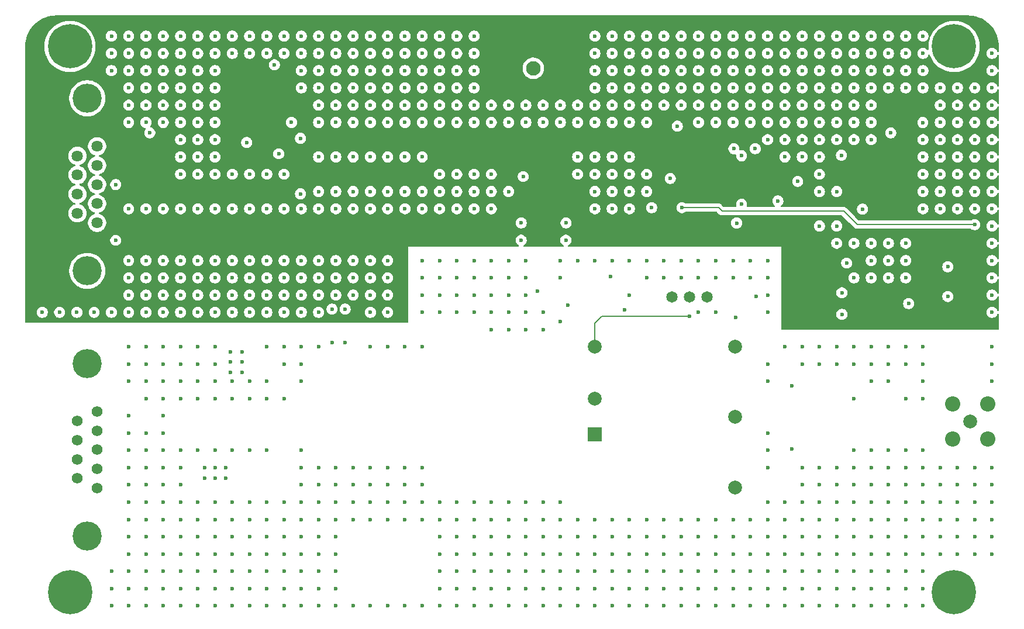
<source format=gbr>
%TF.GenerationSoftware,KiCad,Pcbnew,9.0.3*%
%TF.CreationDate,2025-09-16T13:04:12-04:00*%
%TF.ProjectId,CAEN_NEVIS_DAQ_12V,4341454e-5f4e-4455-9649-535f4441515f,rev?*%
%TF.SameCoordinates,Original*%
%TF.FileFunction,Copper,L3,Inr*%
%TF.FilePolarity,Positive*%
%FSLAX46Y46*%
G04 Gerber Fmt 4.6, Leading zero omitted, Abs format (unit mm)*
G04 Created by KiCad (PCBNEW 9.0.3) date 2025-09-16 13:04:12*
%MOMM*%
%LPD*%
G01*
G04 APERTURE LIST*
%TA.AperFunction,ComponentPad*%
%ADD10C,1.560000*%
%TD*%
%TA.AperFunction,ComponentPad*%
%ADD11C,4.216000*%
%TD*%
%TA.AperFunction,ComponentPad*%
%ADD12C,6.400000*%
%TD*%
%TA.AperFunction,ComponentPad*%
%ADD13C,1.650000*%
%TD*%
%TA.AperFunction,ComponentPad*%
%ADD14C,2.006600*%
%TD*%
%TA.AperFunction,ComponentPad*%
%ADD15C,2.209800*%
%TD*%
%TA.AperFunction,ComponentPad*%
%ADD16R,2.000000X2.000000*%
%TD*%
%TA.AperFunction,ComponentPad*%
%ADD17C,2.000000*%
%TD*%
%TA.AperFunction,ComponentPad*%
%ADD18C,1.635000*%
%TD*%
%TA.AperFunction,ComponentPad*%
%ADD19C,2.100000*%
%TD*%
%TA.AperFunction,ViaPad*%
%ADD20C,0.600000*%
%TD*%
%TA.AperFunction,Conductor*%
%ADD21C,0.200000*%
%TD*%
G04 APERTURE END LIST*
D10*
%TO.N,/V_SEC_RTN*%
%TO.C,J1*%
X82920000Y-96870000D03*
X82920000Y-99640000D03*
%TO.N,unconnected-(J1-Pad3)*%
X82920000Y-102410000D03*
%TO.N,/V_SEC_RTN*%
X82920000Y-105180000D03*
X82920000Y-107950000D03*
%TO.N,/V_SEC_IN*%
X80080000Y-98255000D03*
X80080000Y-101025000D03*
X80080000Y-103795000D03*
X80080000Y-106565000D03*
D11*
%TO.N,GNDPWR*%
X81500000Y-89910000D03*
X81500000Y-114910000D03*
%TD*%
D12*
%TO.N,GNDPWR*%
%TO.C,H4*%
X207000000Y-123000000D03*
%TD*%
D13*
%TO.N,Net-(J10-Pad1)*%
%TO.C,J10*%
X166190000Y-80240000D03*
%TO.N,Net-(U1-REMOTE)*%
X168730000Y-80240000D03*
%TO.N,Net-(J10-Pad3)*%
X171270000Y-80240000D03*
%TD*%
D14*
%TO.N,/P12V_OUT_*%
%TO.C,J4*%
X209360000Y-98310000D03*
D15*
%TO.N,/P12V_RTN*%
X211900000Y-95770000D03*
X206820000Y-95770000D03*
X206820000Y-100850000D03*
X211900000Y-100850000D03*
%TD*%
D12*
%TO.N,GNDPWR*%
%TO.C,H3*%
X79000000Y-123000000D03*
%TD*%
D16*
%TO.N,/Main_DCDC_Converter/V_SEC*%
%TO.C,U1*%
X154980000Y-100150000D03*
D17*
%TO.N,Net-(U1--VIN)*%
X154980000Y-95050000D03*
%TO.N,/P12V_OUT*%
X175280000Y-107850000D03*
%TO.N,/Main_DCDC_Converter/TRIM*%
X175280000Y-97650000D03*
%TO.N,/P12V_RTN*%
X175280000Y-87450000D03*
%TO.N,Net-(U1-REMOTE)*%
X154980000Y-87450000D03*
%TD*%
D12*
%TO.N,GNDPWR*%
%TO.C,H1*%
X79000000Y-44000000D03*
%TD*%
%TO.N,GNDPWR*%
%TO.C,H2*%
X207000000Y-44000000D03*
%TD*%
D18*
%TO.N,/TEMP_MON*%
%TO.C,J2*%
X82920000Y-69540000D03*
%TO.N,/V_TELEM_RTN*%
X82920000Y-66770000D03*
%TO.N,/P12V_I_MON*%
X82920000Y-64000000D03*
%TO.N,/V_TELEM_RTN*%
X82920000Y-61230000D03*
%TO.N,/ENABLE-*%
X82920000Y-58460000D03*
%TO.N,/V_TELEM_RTN*%
X80080000Y-68155000D03*
%TO.N,/P12V_V_MON*%
X80080000Y-65385000D03*
%TO.N,/V_TELEM_RTN*%
X80080000Y-62615000D03*
%TO.N,/ENABLE+*%
X80080000Y-59845000D03*
D11*
%TO.N,GNDPWR*%
X81500000Y-51500000D03*
X81500000Y-76500000D03*
%TD*%
D19*
%TO.N,/V_TELEM_IN*%
%TO.C,J3*%
X149890000Y-47150000D03*
%TO.N,/V_TELEM_RTN*%
X146080000Y-47150000D03*
%TO.N,/V_TELEM_IN*%
X142270000Y-47150000D03*
%TD*%
D20*
%TO.N,/Main_DCDC_Converter/V_SEC*%
X149990000Y-83870000D03*
X151120000Y-81490000D03*
%TO.N,/P12V_OUT*%
X183520000Y-102310000D03*
%TO.N,/P12V_RTN*%
X183540000Y-93140000D03*
%TO.N,/V_SEC_RTN*%
X195000000Y-105000000D03*
X125000000Y-105000000D03*
X112500000Y-122500000D03*
X145000000Y-112500000D03*
X197500000Y-102500000D03*
X200000000Y-90000000D03*
X95000000Y-87500000D03*
X135000000Y-120000000D03*
X202500000Y-117500000D03*
X97500000Y-102500000D03*
X102500000Y-120000000D03*
X165000000Y-120000000D03*
X97500000Y-90000000D03*
X137500000Y-115000000D03*
X167500000Y-125000000D03*
X132500000Y-80000000D03*
X180000000Y-75000000D03*
X97500000Y-95000000D03*
X197500000Y-112500000D03*
X95000000Y-115000000D03*
X180000000Y-90000000D03*
X170000000Y-117500000D03*
X100000000Y-102500000D03*
X177500000Y-115000000D03*
X117500000Y-110000000D03*
X197500000Y-107500000D03*
X95000000Y-105000000D03*
X172500000Y-77500000D03*
X142500000Y-115000000D03*
X90000000Y-122500000D03*
X207500000Y-117500000D03*
X135000000Y-80000000D03*
X95000000Y-125000000D03*
X200000000Y-112500000D03*
X112500000Y-110000000D03*
X200000000Y-87500000D03*
X95000000Y-102500000D03*
X87500000Y-97500000D03*
X132500000Y-82500000D03*
X130000000Y-107500000D03*
X135000000Y-117500000D03*
X200000000Y-120000000D03*
X98527500Y-105000000D03*
X160000000Y-122500000D03*
X90000000Y-105000000D03*
X110000000Y-90000000D03*
X182500000Y-87500000D03*
X118830000Y-86880000D03*
X127500000Y-105000000D03*
X105000000Y-125000000D03*
X147500000Y-117500000D03*
X170000000Y-120000000D03*
X155000000Y-122500000D03*
X182500000Y-112500000D03*
X97500000Y-117500000D03*
X87500000Y-102500000D03*
X185000000Y-115000000D03*
X180000000Y-110000000D03*
X202500000Y-110000000D03*
X117500000Y-122500000D03*
X142500000Y-85000000D03*
X87500000Y-112500000D03*
X207500000Y-115000000D03*
X190000000Y-110000000D03*
X180000000Y-80000000D03*
X205000000Y-107500000D03*
X202500000Y-125000000D03*
X120000000Y-112500000D03*
X200000000Y-95000000D03*
X212500000Y-107500000D03*
X192500000Y-115000000D03*
X185000000Y-105000000D03*
X92500000Y-105000000D03*
X185000000Y-90000000D03*
X90000000Y-125000000D03*
X165000000Y-115000000D03*
X107500000Y-87500000D03*
X112500000Y-107500000D03*
X175000000Y-112500000D03*
X197500000Y-125000000D03*
X170000000Y-75000000D03*
X170000000Y-115000000D03*
X175000000Y-117500000D03*
X115000000Y-112500000D03*
X165000000Y-77500000D03*
X95000000Y-110000000D03*
X212500000Y-110000000D03*
X177500000Y-77500000D03*
X120000000Y-107500000D03*
X140000000Y-115000000D03*
X160000000Y-112500000D03*
X195000000Y-92500000D03*
X202500000Y-112500000D03*
X107500000Y-102500000D03*
X210000000Y-105000000D03*
X190000000Y-120000000D03*
X107500000Y-95000000D03*
X147500000Y-110000000D03*
X140000000Y-122500000D03*
X127500000Y-125000000D03*
X115000000Y-122500000D03*
X190000000Y-125000000D03*
X87500000Y-110000000D03*
X210000000Y-110000000D03*
X147500000Y-125000000D03*
X137500000Y-120000000D03*
X112500000Y-125000000D03*
X103950000Y-91210000D03*
X135000000Y-82500000D03*
X112500000Y-112500000D03*
X105000000Y-92500000D03*
X195000000Y-90000000D03*
X195000000Y-102500000D03*
X102500000Y-125000000D03*
X132500000Y-122500000D03*
X90000000Y-90000000D03*
X145000000Y-77500000D03*
X95000000Y-120000000D03*
X145000000Y-120000000D03*
X85000000Y-120000000D03*
X132500000Y-117500000D03*
X105000000Y-112500000D03*
X150000000Y-77500000D03*
X140000000Y-80000000D03*
X92500000Y-117500000D03*
X110000000Y-120000000D03*
X142500000Y-112500000D03*
X180000000Y-92500000D03*
X150000000Y-125000000D03*
X180000000Y-77500000D03*
X107500000Y-122500000D03*
X107500000Y-110000000D03*
X190000000Y-107500000D03*
X137500000Y-122500000D03*
X200000000Y-117500000D03*
X142500000Y-117500000D03*
X192500000Y-95000000D03*
X197500000Y-117500000D03*
X117500000Y-117500000D03*
X155000000Y-115000000D03*
X145000000Y-75000000D03*
X207500000Y-105000000D03*
X150000000Y-75000000D03*
X92500000Y-102500000D03*
X152500000Y-125000000D03*
X152500000Y-120000000D03*
X182500000Y-110000000D03*
X140000000Y-85000000D03*
X115000000Y-115000000D03*
X172500000Y-122500000D03*
X95000000Y-112500000D03*
X145000000Y-85000000D03*
X120000000Y-105000000D03*
X102500000Y-102500000D03*
X100000000Y-90000000D03*
X87500000Y-115000000D03*
X177500000Y-125000000D03*
X103950000Y-89710000D03*
X135000000Y-112500000D03*
X192500000Y-87500000D03*
X172500000Y-115000000D03*
X95000000Y-90000000D03*
X192500000Y-120000000D03*
X102200000Y-88210000D03*
X192500000Y-122500000D03*
X175000000Y-122500000D03*
X195000000Y-125000000D03*
X100027500Y-106500000D03*
X147500000Y-122500000D03*
X190000000Y-115000000D03*
X87500000Y-90000000D03*
X105000000Y-110000000D03*
X147500000Y-82500000D03*
X145000000Y-110000000D03*
X100000000Y-112500000D03*
X115000000Y-105000000D03*
X142500000Y-125000000D03*
X105000000Y-117500000D03*
X122500000Y-107500000D03*
X142500000Y-122500000D03*
X197500000Y-90000000D03*
X122500000Y-110000000D03*
X187500000Y-105000000D03*
X145000000Y-125000000D03*
X162500000Y-75000000D03*
X117500000Y-105000000D03*
X210000000Y-112500000D03*
X205000000Y-105000000D03*
X182500000Y-122500000D03*
X185000000Y-112500000D03*
X95000000Y-117500000D03*
X210000000Y-115000000D03*
X170000000Y-77500000D03*
X147500000Y-112500000D03*
X150000000Y-120000000D03*
X202500000Y-102500000D03*
X165000000Y-117500000D03*
X87500000Y-105000000D03*
X142500000Y-75000000D03*
X117500000Y-125000000D03*
X101527500Y-105000000D03*
X110000000Y-110000000D03*
X147500000Y-120000000D03*
X92500000Y-107500000D03*
X187500000Y-120000000D03*
X212500000Y-105000000D03*
X110000000Y-87500000D03*
X180000000Y-102500000D03*
X170000000Y-122500000D03*
X102500000Y-110000000D03*
X187500000Y-125000000D03*
X92500000Y-92500000D03*
X187500000Y-117500000D03*
X135000000Y-122500000D03*
X105000000Y-95000000D03*
X180000000Y-117500000D03*
X125000000Y-110000000D03*
X100000000Y-120000000D03*
X115000000Y-107500000D03*
X175000000Y-120000000D03*
X90000000Y-92500000D03*
X130000000Y-77500000D03*
X85000000Y-122500000D03*
X202500000Y-92500000D03*
X167500000Y-112500000D03*
X177500000Y-75000000D03*
X182500000Y-117500000D03*
X97500000Y-125000000D03*
X95000000Y-92500000D03*
X112500000Y-115000000D03*
X182500000Y-115000000D03*
X192500000Y-117500000D03*
X140000000Y-112500000D03*
X90000000Y-120000000D03*
X197500000Y-87500000D03*
X130000000Y-87500000D03*
X137500000Y-125000000D03*
X192500000Y-90000000D03*
X192500000Y-107500000D03*
X160000000Y-120000000D03*
X140000000Y-125000000D03*
X160000000Y-80000000D03*
X87500000Y-122500000D03*
X87500000Y-117500000D03*
X92500000Y-97500000D03*
X140000000Y-117500000D03*
X147500000Y-85000000D03*
X192500000Y-105000000D03*
X102200000Y-89710000D03*
X155000000Y-120000000D03*
X202500000Y-120000000D03*
X100000000Y-110000000D03*
X87500000Y-92500000D03*
X167500000Y-75000000D03*
X187500000Y-110000000D03*
X105000000Y-120000000D03*
X127500000Y-110000000D03*
X152500000Y-115000000D03*
X172500000Y-125000000D03*
X132500000Y-110000000D03*
X97500000Y-110000000D03*
X175000000Y-115000000D03*
X100000000Y-125000000D03*
X212500000Y-90000000D03*
X92500000Y-112500000D03*
X92500000Y-100000000D03*
X200000000Y-110000000D03*
X140000000Y-120000000D03*
X97500000Y-87500000D03*
X152500000Y-122500000D03*
X115000000Y-110000000D03*
X177500000Y-117500000D03*
X87500000Y-87500000D03*
X87500000Y-120000000D03*
X122500000Y-125000000D03*
X122500000Y-105000000D03*
X112500000Y-90000000D03*
X167500000Y-77500000D03*
X185000000Y-110000000D03*
X180000000Y-112500000D03*
X125000000Y-112500000D03*
X170000000Y-112500000D03*
X160000000Y-125000000D03*
X157500000Y-117500000D03*
X155000000Y-75000000D03*
X192500000Y-125000000D03*
X175000000Y-75000000D03*
X185000000Y-107500000D03*
X172500000Y-117500000D03*
X160000000Y-75000000D03*
X90000000Y-102500000D03*
X127500000Y-112500000D03*
X210000000Y-107500000D03*
X130000000Y-112500000D03*
X162500000Y-125000000D03*
X157500000Y-75000000D03*
X155000000Y-117500000D03*
X200000000Y-107500000D03*
X100000000Y-117500000D03*
X165000000Y-112500000D03*
X182500000Y-125000000D03*
X122500000Y-112500000D03*
X102500000Y-122500000D03*
X142500000Y-77500000D03*
X137500000Y-117500000D03*
X125000000Y-87500000D03*
X90000000Y-117500000D03*
X205000000Y-112500000D03*
X101527500Y-106500000D03*
X170000000Y-82500000D03*
X140000000Y-77500000D03*
X165000000Y-75000000D03*
X172500000Y-75000000D03*
X110000000Y-95000000D03*
X190000000Y-122500000D03*
X92500000Y-110000000D03*
X152500000Y-75000000D03*
X202500000Y-115000000D03*
X202500000Y-90000000D03*
X92500000Y-125000000D03*
X115000000Y-87500000D03*
X157500000Y-125000000D03*
X159260000Y-82110000D03*
X160000000Y-115000000D03*
X98527500Y-106500000D03*
X167500000Y-122500000D03*
X207500000Y-112500000D03*
X107500000Y-120000000D03*
X180000000Y-120000000D03*
X132500000Y-115000000D03*
X130000000Y-125000000D03*
X127500000Y-107500000D03*
X122500000Y-87500000D03*
X185000000Y-117500000D03*
X100027500Y-105000000D03*
X202500000Y-87500000D03*
X135000000Y-110000000D03*
X190000000Y-90000000D03*
X187500000Y-112500000D03*
X117500000Y-115000000D03*
X180000000Y-115000000D03*
X165000000Y-122500000D03*
X87500000Y-100000000D03*
X155000000Y-112500000D03*
X100000000Y-95000000D03*
X190000000Y-105000000D03*
X145000000Y-117500000D03*
X105000000Y-115000000D03*
X125000000Y-107500000D03*
X192500000Y-112500000D03*
X195000000Y-112500000D03*
X177500000Y-120000000D03*
X197500000Y-105000000D03*
X175000000Y-125000000D03*
X142500000Y-120000000D03*
X92500000Y-87500000D03*
X130000000Y-105000000D03*
X97500000Y-122500000D03*
X172500000Y-112500000D03*
X117500000Y-120000000D03*
X150000000Y-112500000D03*
X212500000Y-117500000D03*
X97500000Y-112500000D03*
X155000000Y-125000000D03*
X132500000Y-120000000D03*
X152500000Y-112500000D03*
X135000000Y-75000000D03*
X195000000Y-115000000D03*
X157500000Y-122500000D03*
X132500000Y-125000000D03*
X100000000Y-87500000D03*
X110000000Y-112500000D03*
X180000000Y-122500000D03*
X95000000Y-107500000D03*
X110000000Y-122500000D03*
X102500000Y-117500000D03*
X190000000Y-87500000D03*
X157500000Y-112500000D03*
X195000000Y-87500000D03*
X110000000Y-117500000D03*
X172500000Y-120000000D03*
X112500000Y-117500000D03*
X115000000Y-120000000D03*
X170000000Y-125000000D03*
X185000000Y-122500000D03*
X102500000Y-112500000D03*
X200000000Y-102500000D03*
X197500000Y-120000000D03*
X145000000Y-80000000D03*
X187500000Y-90000000D03*
X102500000Y-115000000D03*
X172500000Y-82500000D03*
X103950000Y-88210000D03*
X100000000Y-115000000D03*
X140000000Y-110000000D03*
X190000000Y-112500000D03*
X180000000Y-105000000D03*
X87500000Y-107500000D03*
X130000000Y-110000000D03*
X200000000Y-115000000D03*
X97500000Y-120000000D03*
X107500000Y-92500000D03*
X117500000Y-112500000D03*
X137500000Y-110000000D03*
X205000000Y-110000000D03*
X112500000Y-105000000D03*
X200000000Y-125000000D03*
X107500000Y-112500000D03*
X100000000Y-122500000D03*
X117500000Y-107500000D03*
X162500000Y-112500000D03*
X160000000Y-117500000D03*
X135000000Y-115000000D03*
X95000000Y-122500000D03*
X205000000Y-117500000D03*
X195000000Y-107500000D03*
X102500000Y-92500000D03*
X190000000Y-117500000D03*
X212500000Y-112500000D03*
X145000000Y-122500000D03*
X210000000Y-117500000D03*
X175000000Y-77500000D03*
X197500000Y-110000000D03*
X146670000Y-79410000D03*
X127500000Y-87500000D03*
X102200000Y-91210000D03*
X212500000Y-87500000D03*
X97500000Y-92500000D03*
X110000000Y-125000000D03*
X92500000Y-120000000D03*
X187500000Y-115000000D03*
X92500000Y-95000000D03*
X145000000Y-115000000D03*
X202500000Y-107500000D03*
X200000000Y-122500000D03*
X202500000Y-95000000D03*
X90000000Y-107500000D03*
X116930000Y-86880000D03*
X197500000Y-92500000D03*
X162500000Y-117500000D03*
X112500000Y-102500000D03*
X105000000Y-102500000D03*
X207500000Y-110000000D03*
X150000000Y-110000000D03*
X90000000Y-112500000D03*
X137500000Y-82500000D03*
X142500000Y-110000000D03*
X177500000Y-122500000D03*
X162500000Y-77500000D03*
X112500000Y-87500000D03*
X157500000Y-115000000D03*
X212500000Y-115000000D03*
X137500000Y-80000000D03*
X205000000Y-115000000D03*
X137500000Y-112500000D03*
X130000000Y-82500000D03*
X132500000Y-112500000D03*
X92500000Y-90000000D03*
X212500000Y-92500000D03*
X130000000Y-75000000D03*
X180000000Y-82500000D03*
X107500000Y-125000000D03*
X90000000Y-95000000D03*
X90000000Y-115000000D03*
X112500000Y-92500000D03*
X195000000Y-120000000D03*
X182500000Y-120000000D03*
X150000000Y-115000000D03*
X162500000Y-120000000D03*
X185000000Y-120000000D03*
X135000000Y-125000000D03*
X202500000Y-122500000D03*
X107500000Y-117500000D03*
X97500000Y-115000000D03*
X197500000Y-115000000D03*
X130000000Y-80000000D03*
X115000000Y-125000000D03*
X100000000Y-92500000D03*
X120000000Y-110000000D03*
X142500000Y-80000000D03*
X115000000Y-117500000D03*
X162500000Y-122500000D03*
X125000000Y-125000000D03*
X90000000Y-87500000D03*
X120000000Y-125000000D03*
X207500000Y-107500000D03*
X187500000Y-87500000D03*
X180000000Y-125000000D03*
X145000000Y-82500000D03*
X110000000Y-115000000D03*
X180000000Y-100000000D03*
X167500000Y-120000000D03*
X132500000Y-75000000D03*
X192500000Y-102500000D03*
X165000000Y-125000000D03*
X140000000Y-82500000D03*
X195000000Y-110000000D03*
X92500000Y-122500000D03*
X92500000Y-115000000D03*
X90000000Y-100000000D03*
X112500000Y-120000000D03*
X137500000Y-75000000D03*
X150000000Y-122500000D03*
X187500000Y-122500000D03*
X187500000Y-107500000D03*
X135000000Y-77500000D03*
X90000000Y-110000000D03*
X162500000Y-115000000D03*
X185000000Y-87500000D03*
X197500000Y-122500000D03*
X107500000Y-115000000D03*
X195000000Y-117500000D03*
X137500000Y-77500000D03*
X102500000Y-95000000D03*
X105000000Y-122500000D03*
X178380000Y-80220000D03*
X167500000Y-117500000D03*
X167500000Y-115000000D03*
X87500000Y-125000000D03*
X185000000Y-125000000D03*
X202500000Y-105000000D03*
X140000000Y-75000000D03*
X150000000Y-117500000D03*
X147500000Y-115000000D03*
X157500000Y-120000000D03*
X177500000Y-112500000D03*
X132500000Y-77500000D03*
X200000000Y-105000000D03*
X85000000Y-125000000D03*
X152500000Y-117500000D03*
X142500000Y-82500000D03*
X192500000Y-110000000D03*
X95000000Y-95000000D03*
X195000000Y-122500000D03*
%TO.N,GNDPWR*%
X175355000Y-83250000D03*
%TO.N,/V_TELEM_RTN*%
X116930000Y-82030000D03*
X115000000Y-77500000D03*
X160000000Y-65000000D03*
X145000000Y-52500000D03*
X180000000Y-52500000D03*
X87500000Y-52500000D03*
X95000000Y-82500000D03*
X92500000Y-80000000D03*
X87500000Y-45000000D03*
X212500000Y-82500000D03*
X202500000Y-50000000D03*
X137500000Y-55000000D03*
X192500000Y-50000000D03*
X175000000Y-50000000D03*
X90000000Y-42500000D03*
X155000000Y-45000000D03*
X157500000Y-55000000D03*
X112500000Y-42500000D03*
X132500000Y-47500000D03*
X105000000Y-62500000D03*
X190000000Y-50000000D03*
X187500000Y-50000000D03*
X125000000Y-45000000D03*
X207500000Y-52500000D03*
X130000000Y-60000000D03*
X120000000Y-52500000D03*
X122500000Y-75000000D03*
X95000000Y-75000000D03*
X180000000Y-55000000D03*
X110000000Y-67500000D03*
X202500000Y-42500000D03*
X162500000Y-47500000D03*
X212500000Y-47500000D03*
X202471400Y-55012500D03*
X137500000Y-62500000D03*
X185000000Y-50000000D03*
X137500000Y-65000000D03*
X167500000Y-47500000D03*
X100000000Y-50000000D03*
X135000000Y-47500000D03*
X105000000Y-82500000D03*
X207500000Y-60000000D03*
X200000000Y-77500000D03*
X147500000Y-52500000D03*
X155000000Y-47500000D03*
X165906200Y-63115000D03*
X122500000Y-82500000D03*
X195000000Y-52500000D03*
X118840000Y-82040000D03*
X100000000Y-67500000D03*
X167500000Y-42500000D03*
X125000000Y-52500000D03*
X157500000Y-52500000D03*
X117500000Y-65000000D03*
X212500000Y-67500000D03*
X175000000Y-52500000D03*
X210000000Y-65000000D03*
X120000000Y-67500000D03*
X205000000Y-50000000D03*
X197500000Y-42500000D03*
X160000000Y-42500000D03*
X197500000Y-47500000D03*
X100000000Y-62500000D03*
X127500000Y-55000000D03*
X97500000Y-75000000D03*
X140000000Y-67500000D03*
X205000000Y-65000000D03*
X102500000Y-77500000D03*
X166926200Y-55545000D03*
X90000000Y-75000000D03*
X87500000Y-67500000D03*
X117500000Y-50000000D03*
X90000000Y-80000000D03*
X200420000Y-81240000D03*
X191450000Y-75370000D03*
X212500000Y-77500000D03*
X137500000Y-50000000D03*
X95000000Y-67500000D03*
X160000000Y-60000000D03*
X200000000Y-75000000D03*
X187500000Y-60000000D03*
X170000000Y-45000000D03*
X197500000Y-77500000D03*
X80000000Y-82500000D03*
X115000000Y-65000000D03*
X162500000Y-42500000D03*
X210000000Y-62500000D03*
X205000000Y-67500000D03*
X192500000Y-47500000D03*
X187500000Y-62500000D03*
X117500000Y-80000000D03*
X110000000Y-75000000D03*
X190000000Y-52500000D03*
X205000000Y-55000000D03*
X192500000Y-72500000D03*
X155000000Y-62500000D03*
X110000000Y-45000000D03*
X178210000Y-58800000D03*
X155000000Y-52500000D03*
X102500000Y-82500000D03*
X182500000Y-42500000D03*
X182500000Y-45000000D03*
X177500000Y-47500000D03*
X97500000Y-60000000D03*
X157500000Y-60000000D03*
X122500000Y-55000000D03*
X207500000Y-57500000D03*
X127500000Y-45000000D03*
X210000000Y-52500000D03*
X190000000Y-57500000D03*
X212500000Y-65000000D03*
X135000000Y-45000000D03*
X120000000Y-45000000D03*
X145000000Y-55000000D03*
X205000000Y-60000000D03*
X135000000Y-50000000D03*
X112500000Y-50000000D03*
X120000000Y-50000000D03*
X135000000Y-67500000D03*
X95000000Y-57500000D03*
X162500000Y-62500000D03*
X167500000Y-45000000D03*
X182500000Y-52500000D03*
X120000000Y-47500000D03*
X197500000Y-50000000D03*
X97500000Y-47500000D03*
X115000000Y-45000000D03*
X200000000Y-42500000D03*
X185000000Y-60000000D03*
X210000000Y-67500000D03*
X190000000Y-47500000D03*
X125000000Y-55000000D03*
X165000000Y-47500000D03*
X112500000Y-77500000D03*
X165000000Y-45000000D03*
X95000000Y-55000000D03*
X110000000Y-82500000D03*
X172500000Y-50000000D03*
X190000000Y-72500000D03*
X182500000Y-50000000D03*
X187500000Y-65000000D03*
X92500000Y-67500000D03*
X85000000Y-42500000D03*
X95000000Y-52500000D03*
X85000000Y-82500000D03*
X160000000Y-62500000D03*
X90000000Y-55000000D03*
X102500000Y-80000000D03*
X175000000Y-45000000D03*
X142500000Y-52500000D03*
X112500000Y-45000000D03*
X207500000Y-65000000D03*
X100000000Y-60000000D03*
X152500000Y-55000000D03*
X130000000Y-45000000D03*
X175000000Y-42500000D03*
X105000000Y-45000000D03*
X97500000Y-50000000D03*
X97500000Y-77500000D03*
X140000000Y-52500000D03*
X212500000Y-72500000D03*
X107500000Y-75000000D03*
X182500000Y-57500000D03*
X82500000Y-82500000D03*
X135000000Y-42500000D03*
X181490000Y-66370000D03*
X115000000Y-75000000D03*
X180000000Y-47500000D03*
X125000000Y-47500000D03*
X100000000Y-42500000D03*
X87500000Y-50000000D03*
X120000000Y-55000000D03*
X115000000Y-50000000D03*
X130000000Y-67500000D03*
X92500000Y-47500000D03*
X165000000Y-50000000D03*
X125000000Y-77500000D03*
X100000000Y-52500000D03*
X192500000Y-77500000D03*
X200000000Y-45000000D03*
X190000000Y-55000000D03*
X160000000Y-55000000D03*
X190750000Y-82800000D03*
X195000000Y-45000000D03*
X132500000Y-62500000D03*
X95000000Y-62500000D03*
X205000000Y-57500000D03*
X100000000Y-45000000D03*
X87500000Y-80000000D03*
X212500000Y-75000000D03*
X165000000Y-42500000D03*
X157500000Y-67500000D03*
X157500000Y-65000000D03*
X180000000Y-45000000D03*
X130000000Y-42500000D03*
X202500000Y-47500000D03*
X185000000Y-47500000D03*
X112500000Y-75000000D03*
X97500000Y-82500000D03*
X155000000Y-50000000D03*
X195000000Y-42500000D03*
X102500000Y-45000000D03*
X130000000Y-50000000D03*
X122500000Y-67500000D03*
X97500000Y-55000000D03*
X205000000Y-52500000D03*
X212500000Y-45000000D03*
X182500000Y-55000000D03*
X92500000Y-52500000D03*
X142500000Y-65000000D03*
X117500000Y-67500000D03*
X202500000Y-57500000D03*
X185000000Y-45000000D03*
X170000000Y-47500000D03*
X75000000Y-82500000D03*
X172500000Y-52500000D03*
X117500000Y-60000000D03*
X110000000Y-62500000D03*
X135000000Y-52500000D03*
X195000000Y-72500000D03*
X90000000Y-45000000D03*
X117500000Y-75000000D03*
X100000000Y-75000000D03*
X92500000Y-42500000D03*
X160000000Y-52500000D03*
X122500000Y-65000000D03*
X187500000Y-45000000D03*
X111068500Y-55000000D03*
X140000000Y-62500000D03*
X122500000Y-45000000D03*
X127500000Y-65000000D03*
X122500000Y-42500000D03*
X207500000Y-62500000D03*
X155000000Y-42500000D03*
X167500000Y-52500000D03*
X212500000Y-52500000D03*
X197500000Y-75000000D03*
X100000000Y-80000000D03*
X177500000Y-45000000D03*
X125000000Y-80000000D03*
X97500000Y-67500000D03*
X157500000Y-47500000D03*
X100000000Y-77500000D03*
X112500000Y-67500000D03*
X110000000Y-80000000D03*
X177500000Y-55000000D03*
X197500000Y-45000000D03*
X107500000Y-62500000D03*
X102500000Y-67500000D03*
X87500000Y-47500000D03*
X210000000Y-50000000D03*
X170000000Y-52500000D03*
X117500000Y-47500000D03*
X187500000Y-55000000D03*
X132500000Y-65000000D03*
X170000000Y-50000000D03*
X165000000Y-52500000D03*
X195000000Y-47500000D03*
X100000000Y-82500000D03*
X77500000Y-82500000D03*
X122500000Y-60000000D03*
X110000000Y-77500000D03*
X92500000Y-55000000D03*
X100000000Y-47500000D03*
X115000000Y-42500000D03*
X210000000Y-55000000D03*
X127500000Y-52500000D03*
X95000000Y-50000000D03*
X212500000Y-57500000D03*
X167500000Y-50000000D03*
X125000000Y-75000000D03*
X172500000Y-45000000D03*
X135000000Y-55000000D03*
X135000000Y-65000000D03*
X132500000Y-52500000D03*
X95000000Y-42500000D03*
X107500000Y-82500000D03*
X95000000Y-45000000D03*
X87500000Y-55000000D03*
X193731400Y-67562500D03*
X192500000Y-45000000D03*
X117500000Y-45000000D03*
X122500000Y-80000000D03*
X125000000Y-67500000D03*
X127500000Y-50000000D03*
X155000000Y-55000000D03*
X155000000Y-65000000D03*
X115000000Y-47500000D03*
X212500000Y-55000000D03*
X170000000Y-55000000D03*
X144620000Y-62840000D03*
X107500000Y-80000000D03*
X115000000Y-55000000D03*
X160000000Y-47500000D03*
X212500000Y-60000000D03*
X105000000Y-67500000D03*
X105000000Y-77500000D03*
X117500000Y-55000000D03*
X162500000Y-50000000D03*
X212500000Y-50000000D03*
X109220000Y-59540000D03*
X102500000Y-42500000D03*
X125000000Y-82500000D03*
X87500000Y-75000000D03*
X207500000Y-67500000D03*
X107500000Y-67500000D03*
X122500000Y-47500000D03*
X95000000Y-80000000D03*
X162500000Y-52500000D03*
X185000000Y-57500000D03*
X212500000Y-70000000D03*
X200000000Y-50000000D03*
X115000000Y-82500000D03*
X137500000Y-52500000D03*
X125000000Y-50000000D03*
X97500000Y-42500000D03*
X172500000Y-42500000D03*
X192500000Y-55000000D03*
X115000000Y-60000000D03*
X120000000Y-75000000D03*
X152500000Y-62500000D03*
X102500000Y-75000000D03*
X195000000Y-75000000D03*
X187500000Y-70000000D03*
X92500000Y-50000000D03*
X202500000Y-65000000D03*
X177500000Y-50000000D03*
X95000000Y-77500000D03*
X180000000Y-42500000D03*
X90000000Y-52500000D03*
X175000000Y-55000000D03*
X192500000Y-52500000D03*
X157500000Y-45000000D03*
X125000000Y-65000000D03*
X90000000Y-82500000D03*
X117500000Y-42500000D03*
X130000000Y-55000000D03*
X115000000Y-80000000D03*
X132500000Y-45000000D03*
X170000000Y-42500000D03*
X192500000Y-57500000D03*
X92500000Y-77500000D03*
X212500000Y-80000000D03*
X125000000Y-42500000D03*
X192500000Y-42500000D03*
X187500000Y-42500000D03*
X187500000Y-47500000D03*
X190671400Y-59752500D03*
X127500000Y-42500000D03*
X90000000Y-77500000D03*
X105000000Y-80000000D03*
X97500000Y-80000000D03*
X162500000Y-55000000D03*
X187500000Y-52500000D03*
X157500000Y-42500000D03*
X132500000Y-42500000D03*
X95000000Y-60000000D03*
X132500000Y-55000000D03*
X90550000Y-56500000D03*
X162500000Y-45000000D03*
X150000000Y-55000000D03*
X162500000Y-65000000D03*
X155000000Y-60000000D03*
X163210000Y-67340000D03*
X190000000Y-45000000D03*
X200000000Y-72500000D03*
X190000000Y-42500000D03*
X102500000Y-62500000D03*
X190000000Y-65000000D03*
X107500000Y-45000000D03*
X130000000Y-52500000D03*
X212500000Y-62500000D03*
X120000000Y-42500000D03*
X195000000Y-77500000D03*
X185000000Y-52500000D03*
X172500000Y-47500000D03*
X177500000Y-52500000D03*
X157500000Y-62500000D03*
X97500000Y-62500000D03*
X207500000Y-55000000D03*
X127500000Y-67500000D03*
X195000000Y-55000000D03*
X180000000Y-57500000D03*
X177500000Y-42500000D03*
X137500000Y-42500000D03*
X120000000Y-60000000D03*
X130000000Y-65000000D03*
X137500000Y-45000000D03*
X185000000Y-55000000D03*
X157500000Y-50000000D03*
X85000000Y-45000000D03*
X155000000Y-67500000D03*
X142500000Y-55000000D03*
X182500000Y-60000000D03*
X202500000Y-67500000D03*
X92500000Y-82500000D03*
X187500000Y-57500000D03*
X97500000Y-52500000D03*
X132500000Y-67500000D03*
X160000000Y-45000000D03*
X122500000Y-52500000D03*
X210000000Y-57500000D03*
X175510000Y-69570000D03*
X105000000Y-75000000D03*
X152500000Y-52500000D03*
X207500000Y-50000000D03*
X210000000Y-60000000D03*
X150000000Y-52500000D03*
X160000000Y-50000000D03*
X97500000Y-45000000D03*
X92500000Y-75000000D03*
X107500000Y-77500000D03*
X190000000Y-70000000D03*
X107500000Y-42500000D03*
X200000000Y-47500000D03*
X140000000Y-65000000D03*
X115000000Y-52500000D03*
X132500000Y-50000000D03*
X202500000Y-62500000D03*
X172500000Y-55000000D03*
X137500000Y-67500000D03*
X130000000Y-47500000D03*
X202500000Y-60000000D03*
X197500000Y-72500000D03*
X195000000Y-50000000D03*
X105000000Y-42500000D03*
X90000000Y-50000000D03*
X117500000Y-77500000D03*
X92500000Y-45000000D03*
X120000000Y-80000000D03*
X185000000Y-42500000D03*
X127500000Y-47500000D03*
X140000000Y-55000000D03*
X180000000Y-50000000D03*
X112500000Y-82500000D03*
X120000000Y-77500000D03*
X137500000Y-47500000D03*
X108598500Y-46660000D03*
X112500000Y-47500000D03*
X182500000Y-47500000D03*
X195000000Y-57500000D03*
X90000000Y-47500000D03*
X100000000Y-55000000D03*
X122500000Y-77500000D03*
X87500000Y-77500000D03*
X120000000Y-65000000D03*
X202500000Y-45000000D03*
X147500000Y-55000000D03*
X115000000Y-67500000D03*
X127500000Y-60000000D03*
X85000000Y-47500000D03*
X135000000Y-62500000D03*
X205000000Y-62500000D03*
X87500000Y-42500000D03*
X112500000Y-80000000D03*
X90000000Y-67500000D03*
X100000000Y-57500000D03*
X87500000Y-82500000D03*
X175000000Y-47500000D03*
X95000000Y-47500000D03*
X117500000Y-52500000D03*
X160000000Y-67500000D03*
X122500000Y-50000000D03*
X125000000Y-60000000D03*
X97500000Y-57500000D03*
X152500000Y-60000000D03*
X110000000Y-42500000D03*
%TO.N,/V_TELEM_IN*%
X151230000Y-63170000D03*
X207910000Y-71880000D03*
X102248500Y-47230000D03*
X200141400Y-66290000D03*
X181640000Y-68960000D03*
%TO.N,/Enable_Block/3p3V*%
X104588500Y-57910000D03*
%TO.N,/Telemetry_Schematic/3p3V*%
X197830000Y-56502500D03*
X190750000Y-79680000D03*
X175120000Y-58810000D03*
%TO.N,Net-(U6B-B_OUT)*%
X176230000Y-59830000D03*
X176230000Y-66850000D03*
%TO.N,/P12V_OUT_*%
X210000000Y-69810000D03*
X167590000Y-67330000D03*
%TO.N,Net-(J10-Pad1)*%
X157290000Y-77300000D03*
%TO.N,Net-(U1-REMOTE)*%
X168720000Y-83110000D03*
%TO.N,/P12V_I_MON*%
X150790000Y-72060000D03*
X85630000Y-64000000D03*
X144320000Y-72060000D03*
X85630000Y-72070000D03*
%TO.N,/P12V_V_MON*%
X112370000Y-65340000D03*
X112370000Y-57300000D03*
%TO.N,/Telemetry_Schematic/TEMP*%
X184354579Y-63542511D03*
%TO.N,/TEMP_MON*%
X150820000Y-69550000D03*
X144340000Y-69560000D03*
%TO.N,Net-(LED1-Pad2)*%
X206100000Y-75910000D03*
%TO.N,Net-(LED1-Pad1)*%
X206100000Y-80200000D03*
%TD*%
D21*
%TO.N,/P12V_OUT_*%
X173420000Y-67860000D02*
X191040000Y-67860000D01*
X192990000Y-69810000D02*
X210000000Y-69810000D01*
X192200000Y-69020000D02*
X192990000Y-69810000D01*
X172890000Y-67330000D02*
X173420000Y-67860000D01*
X191040000Y-67860000D02*
X192200000Y-69020000D01*
X167590000Y-67330000D02*
X172890000Y-67330000D01*
%TO.N,Net-(U1-REMOTE)*%
X155950000Y-83110000D02*
X154980000Y-84080000D01*
X168720000Y-83110000D02*
X155950000Y-83110000D01*
X154980000Y-84080000D02*
X154980000Y-87450000D01*
%TO.N,/P12V_V_MON*%
X112325000Y-65385000D02*
X112370000Y-65340000D01*
%TD*%
%TA.AperFunction,Conductor*%
%TO.N,/V_TELEM_IN*%
G36*
X209002702Y-39500617D02*
G01*
X209386771Y-39517386D01*
X209397506Y-39518326D01*
X209775971Y-39568152D01*
X209786597Y-39570025D01*
X210159284Y-39652648D01*
X210169710Y-39655442D01*
X210533765Y-39770227D01*
X210543911Y-39773920D01*
X210896578Y-39920000D01*
X210906369Y-39924566D01*
X211244942Y-40100816D01*
X211254310Y-40106224D01*
X211576244Y-40311318D01*
X211585105Y-40317523D01*
X211887930Y-40549889D01*
X211896217Y-40556843D01*
X212177635Y-40814715D01*
X212185284Y-40822364D01*
X212443156Y-41103782D01*
X212450110Y-41112069D01*
X212682476Y-41414894D01*
X212688681Y-41423755D01*
X212893775Y-41745689D01*
X212899183Y-41755057D01*
X213075430Y-42093623D01*
X213080002Y-42103427D01*
X213226075Y-42456078D01*
X213229775Y-42466244D01*
X213344554Y-42830278D01*
X213347354Y-42840727D01*
X213429971Y-43213389D01*
X213431849Y-43224042D01*
X213481671Y-43602473D01*
X213482614Y-43613249D01*
X213499382Y-43997297D01*
X213499500Y-44002706D01*
X213499500Y-44697809D01*
X213479815Y-44764848D01*
X213427011Y-44810603D01*
X213357853Y-44820547D01*
X213294297Y-44791522D01*
X213260939Y-44745261D01*
X213209397Y-44620827D01*
X213209390Y-44620814D01*
X213121789Y-44489711D01*
X213121786Y-44489707D01*
X213010292Y-44378213D01*
X213010288Y-44378210D01*
X212879185Y-44290609D01*
X212879172Y-44290602D01*
X212733501Y-44230264D01*
X212733489Y-44230261D01*
X212578845Y-44199500D01*
X212578842Y-44199500D01*
X212421158Y-44199500D01*
X212421155Y-44199500D01*
X212266510Y-44230261D01*
X212266498Y-44230264D01*
X212120827Y-44290602D01*
X212120814Y-44290609D01*
X211989711Y-44378210D01*
X211989707Y-44378213D01*
X211878213Y-44489707D01*
X211878210Y-44489711D01*
X211790609Y-44620814D01*
X211790602Y-44620827D01*
X211730264Y-44766498D01*
X211730261Y-44766510D01*
X211699500Y-44921153D01*
X211699500Y-45078846D01*
X211730261Y-45233489D01*
X211730264Y-45233501D01*
X211790602Y-45379172D01*
X211790609Y-45379185D01*
X211878210Y-45510288D01*
X211878213Y-45510292D01*
X211989707Y-45621786D01*
X211989711Y-45621789D01*
X212120814Y-45709390D01*
X212120827Y-45709397D01*
X212266498Y-45769735D01*
X212266503Y-45769737D01*
X212421153Y-45800499D01*
X212421156Y-45800500D01*
X212421158Y-45800500D01*
X212578844Y-45800500D01*
X212578845Y-45800499D01*
X212733497Y-45769737D01*
X212879179Y-45709394D01*
X213010289Y-45621789D01*
X213121789Y-45510289D01*
X213209394Y-45379179D01*
X213260939Y-45254738D01*
X213304779Y-45200334D01*
X213371074Y-45178269D01*
X213438773Y-45195548D01*
X213486384Y-45246685D01*
X213499500Y-45302190D01*
X213499500Y-47197809D01*
X213479815Y-47264848D01*
X213427011Y-47310603D01*
X213357853Y-47320547D01*
X213294297Y-47291522D01*
X213260939Y-47245261D01*
X213209397Y-47120827D01*
X213209390Y-47120814D01*
X213121789Y-46989711D01*
X213121786Y-46989707D01*
X213010292Y-46878213D01*
X213010288Y-46878210D01*
X212879185Y-46790609D01*
X212879172Y-46790602D01*
X212733501Y-46730264D01*
X212733489Y-46730261D01*
X212578845Y-46699500D01*
X212578842Y-46699500D01*
X212421158Y-46699500D01*
X212421155Y-46699500D01*
X212266510Y-46730261D01*
X212266498Y-46730264D01*
X212120827Y-46790602D01*
X212120814Y-46790609D01*
X211989711Y-46878210D01*
X211989707Y-46878213D01*
X211878213Y-46989707D01*
X211878210Y-46989711D01*
X211790609Y-47120814D01*
X211790602Y-47120827D01*
X211730264Y-47266498D01*
X211730261Y-47266510D01*
X211699500Y-47421153D01*
X211699500Y-47578846D01*
X211730261Y-47733489D01*
X211730264Y-47733501D01*
X211790602Y-47879172D01*
X211790609Y-47879185D01*
X211878210Y-48010288D01*
X211878213Y-48010292D01*
X211989707Y-48121786D01*
X211989711Y-48121789D01*
X212120814Y-48209390D01*
X212120827Y-48209397D01*
X212266498Y-48269735D01*
X212266503Y-48269737D01*
X212421153Y-48300499D01*
X212421156Y-48300500D01*
X212421158Y-48300500D01*
X212578844Y-48300500D01*
X212578845Y-48300499D01*
X212733497Y-48269737D01*
X212879179Y-48209394D01*
X213010289Y-48121789D01*
X213121789Y-48010289D01*
X213209394Y-47879179D01*
X213260939Y-47754738D01*
X213304779Y-47700334D01*
X213371074Y-47678269D01*
X213438773Y-47695548D01*
X213486384Y-47746685D01*
X213499500Y-47802190D01*
X213499500Y-49697809D01*
X213479815Y-49764848D01*
X213427011Y-49810603D01*
X213357853Y-49820547D01*
X213294297Y-49791522D01*
X213260939Y-49745261D01*
X213209397Y-49620827D01*
X213209390Y-49620814D01*
X213121789Y-49489711D01*
X213121786Y-49489707D01*
X213010292Y-49378213D01*
X213010288Y-49378210D01*
X212879185Y-49290609D01*
X212879172Y-49290602D01*
X212733501Y-49230264D01*
X212733489Y-49230261D01*
X212578845Y-49199500D01*
X212578842Y-49199500D01*
X212421158Y-49199500D01*
X212421155Y-49199500D01*
X212266510Y-49230261D01*
X212266498Y-49230264D01*
X212120827Y-49290602D01*
X212120814Y-49290609D01*
X211989711Y-49378210D01*
X211989707Y-49378213D01*
X211878213Y-49489707D01*
X211878210Y-49489711D01*
X211790609Y-49620814D01*
X211790602Y-49620827D01*
X211730264Y-49766498D01*
X211730261Y-49766510D01*
X211699500Y-49921153D01*
X211699500Y-50078846D01*
X211730261Y-50233489D01*
X211730264Y-50233501D01*
X211790602Y-50379172D01*
X211790609Y-50379185D01*
X211878210Y-50510288D01*
X211878213Y-50510292D01*
X211989707Y-50621786D01*
X211989711Y-50621789D01*
X212120814Y-50709390D01*
X212120827Y-50709397D01*
X212266498Y-50769735D01*
X212266503Y-50769737D01*
X212421153Y-50800499D01*
X212421156Y-50800500D01*
X212421158Y-50800500D01*
X212578844Y-50800500D01*
X212578845Y-50800499D01*
X212733497Y-50769737D01*
X212879179Y-50709394D01*
X213010289Y-50621789D01*
X213121789Y-50510289D01*
X213209394Y-50379179D01*
X213260939Y-50254738D01*
X213304779Y-50200334D01*
X213371074Y-50178269D01*
X213438773Y-50195548D01*
X213486384Y-50246685D01*
X213499500Y-50302190D01*
X213499500Y-52197809D01*
X213479815Y-52264848D01*
X213427011Y-52310603D01*
X213357853Y-52320547D01*
X213294297Y-52291522D01*
X213260939Y-52245261D01*
X213209397Y-52120827D01*
X213209390Y-52120814D01*
X213121789Y-51989711D01*
X213121786Y-51989707D01*
X213010292Y-51878213D01*
X213010288Y-51878210D01*
X212879185Y-51790609D01*
X212879172Y-51790602D01*
X212733501Y-51730264D01*
X212733489Y-51730261D01*
X212578845Y-51699500D01*
X212578842Y-51699500D01*
X212421158Y-51699500D01*
X212421155Y-51699500D01*
X212266510Y-51730261D01*
X212266498Y-51730264D01*
X212120827Y-51790602D01*
X212120814Y-51790609D01*
X211989711Y-51878210D01*
X211989707Y-51878213D01*
X211878213Y-51989707D01*
X211878210Y-51989711D01*
X211790609Y-52120814D01*
X211790602Y-52120827D01*
X211730264Y-52266498D01*
X211730261Y-52266510D01*
X211699500Y-52421153D01*
X211699500Y-52578846D01*
X211730261Y-52733489D01*
X211730264Y-52733501D01*
X211790602Y-52879172D01*
X211790609Y-52879185D01*
X211878210Y-53010288D01*
X211878213Y-53010292D01*
X211989707Y-53121786D01*
X211989711Y-53121789D01*
X212120814Y-53209390D01*
X212120827Y-53209397D01*
X212196893Y-53240904D01*
X212266503Y-53269737D01*
X212421153Y-53300499D01*
X212421156Y-53300500D01*
X212421158Y-53300500D01*
X212578844Y-53300500D01*
X212578845Y-53300499D01*
X212733497Y-53269737D01*
X212879179Y-53209394D01*
X213010289Y-53121789D01*
X213121789Y-53010289D01*
X213209394Y-52879179D01*
X213260939Y-52754738D01*
X213304779Y-52700334D01*
X213371074Y-52678269D01*
X213438773Y-52695548D01*
X213486384Y-52746685D01*
X213499500Y-52802190D01*
X213499500Y-54697809D01*
X213479815Y-54764848D01*
X213427011Y-54810603D01*
X213357853Y-54820547D01*
X213294297Y-54791522D01*
X213260939Y-54745261D01*
X213209397Y-54620827D01*
X213209390Y-54620814D01*
X213121789Y-54489711D01*
X213121786Y-54489707D01*
X213010292Y-54378213D01*
X213010288Y-54378210D01*
X212879185Y-54290609D01*
X212879172Y-54290602D01*
X212733501Y-54230264D01*
X212733489Y-54230261D01*
X212578845Y-54199500D01*
X212578842Y-54199500D01*
X212421158Y-54199500D01*
X212421155Y-54199500D01*
X212266510Y-54230261D01*
X212266498Y-54230264D01*
X212120827Y-54290602D01*
X212120814Y-54290609D01*
X211989711Y-54378210D01*
X211989707Y-54378213D01*
X211878213Y-54489707D01*
X211878210Y-54489711D01*
X211790609Y-54620814D01*
X211790602Y-54620827D01*
X211730264Y-54766498D01*
X211730261Y-54766510D01*
X211699500Y-54921153D01*
X211699500Y-55078846D01*
X211730261Y-55233489D01*
X211730264Y-55233501D01*
X211790602Y-55379172D01*
X211790609Y-55379185D01*
X211878210Y-55510288D01*
X211878213Y-55510292D01*
X211989707Y-55621786D01*
X211989711Y-55621789D01*
X212120814Y-55709390D01*
X212120827Y-55709397D01*
X212266498Y-55769735D01*
X212266503Y-55769737D01*
X212421153Y-55800499D01*
X212421156Y-55800500D01*
X212421158Y-55800500D01*
X212578844Y-55800500D01*
X212578845Y-55800499D01*
X212733497Y-55769737D01*
X212879179Y-55709394D01*
X213010289Y-55621789D01*
X213121789Y-55510289D01*
X213209394Y-55379179D01*
X213260939Y-55254738D01*
X213304779Y-55200334D01*
X213371074Y-55178269D01*
X213438773Y-55195548D01*
X213486384Y-55246685D01*
X213499500Y-55302190D01*
X213499500Y-57197809D01*
X213479815Y-57264848D01*
X213427011Y-57310603D01*
X213357853Y-57320547D01*
X213294297Y-57291522D01*
X213260939Y-57245261D01*
X213209397Y-57120827D01*
X213209390Y-57120814D01*
X213121789Y-56989711D01*
X213121786Y-56989707D01*
X213010292Y-56878213D01*
X213010288Y-56878210D01*
X212879185Y-56790609D01*
X212879172Y-56790602D01*
X212733501Y-56730264D01*
X212733489Y-56730261D01*
X212578845Y-56699500D01*
X212578842Y-56699500D01*
X212421158Y-56699500D01*
X212421155Y-56699500D01*
X212266510Y-56730261D01*
X212266498Y-56730264D01*
X212120827Y-56790602D01*
X212120814Y-56790609D01*
X211989711Y-56878210D01*
X211989707Y-56878213D01*
X211878213Y-56989707D01*
X211878210Y-56989711D01*
X211790609Y-57120814D01*
X211790602Y-57120827D01*
X211730264Y-57266498D01*
X211730261Y-57266510D01*
X211699500Y-57421153D01*
X211699500Y-57578846D01*
X211730261Y-57733489D01*
X211730264Y-57733501D01*
X211790602Y-57879172D01*
X211790609Y-57879185D01*
X211878210Y-58010288D01*
X211878213Y-58010292D01*
X211989707Y-58121786D01*
X211989711Y-58121789D01*
X212120814Y-58209390D01*
X212120827Y-58209397D01*
X212266498Y-58269735D01*
X212266503Y-58269737D01*
X212421153Y-58300499D01*
X212421156Y-58300500D01*
X212421158Y-58300500D01*
X212578844Y-58300500D01*
X212578845Y-58300499D01*
X212733497Y-58269737D01*
X212879179Y-58209394D01*
X213010289Y-58121789D01*
X213121789Y-58010289D01*
X213209394Y-57879179D01*
X213237929Y-57810289D01*
X213260939Y-57754738D01*
X213304779Y-57700334D01*
X213371074Y-57678269D01*
X213438773Y-57695548D01*
X213486384Y-57746685D01*
X213499500Y-57802190D01*
X213499500Y-59697809D01*
X213479815Y-59764848D01*
X213427011Y-59810603D01*
X213357853Y-59820547D01*
X213294297Y-59791522D01*
X213260939Y-59745261D01*
X213209397Y-59620827D01*
X213209390Y-59620814D01*
X213121789Y-59489711D01*
X213121786Y-59489707D01*
X213010292Y-59378213D01*
X213010288Y-59378210D01*
X212879185Y-59290609D01*
X212879172Y-59290602D01*
X212733501Y-59230264D01*
X212733489Y-59230261D01*
X212578845Y-59199500D01*
X212578842Y-59199500D01*
X212421158Y-59199500D01*
X212421155Y-59199500D01*
X212266510Y-59230261D01*
X212266498Y-59230264D01*
X212120827Y-59290602D01*
X212120814Y-59290609D01*
X211989711Y-59378210D01*
X211989707Y-59378213D01*
X211878213Y-59489707D01*
X211878210Y-59489711D01*
X211790609Y-59620814D01*
X211790602Y-59620827D01*
X211730264Y-59766498D01*
X211730262Y-59766507D01*
X211699500Y-59921153D01*
X211699500Y-60078846D01*
X211730261Y-60233489D01*
X211730264Y-60233501D01*
X211790602Y-60379172D01*
X211790609Y-60379185D01*
X211878210Y-60510288D01*
X211878213Y-60510292D01*
X211989707Y-60621786D01*
X211989711Y-60621789D01*
X212120814Y-60709390D01*
X212120827Y-60709397D01*
X212266498Y-60769735D01*
X212266503Y-60769737D01*
X212421153Y-60800499D01*
X212421156Y-60800500D01*
X212421158Y-60800500D01*
X212578844Y-60800500D01*
X212578845Y-60800499D01*
X212733497Y-60769737D01*
X212879179Y-60709394D01*
X213010289Y-60621789D01*
X213121789Y-60510289D01*
X213209394Y-60379179D01*
X213209397Y-60379172D01*
X213260939Y-60254738D01*
X213304779Y-60200334D01*
X213371074Y-60178269D01*
X213438773Y-60195548D01*
X213486384Y-60246685D01*
X213499500Y-60302190D01*
X213499500Y-62197809D01*
X213479815Y-62264848D01*
X213427011Y-62310603D01*
X213357853Y-62320547D01*
X213294297Y-62291522D01*
X213260939Y-62245261D01*
X213209397Y-62120827D01*
X213209390Y-62120814D01*
X213121789Y-61989711D01*
X213121786Y-61989707D01*
X213010292Y-61878213D01*
X213010288Y-61878210D01*
X212879185Y-61790609D01*
X212879172Y-61790602D01*
X212733501Y-61730264D01*
X212733489Y-61730261D01*
X212578845Y-61699500D01*
X212578842Y-61699500D01*
X212421158Y-61699500D01*
X212421155Y-61699500D01*
X212266510Y-61730261D01*
X212266498Y-61730264D01*
X212120827Y-61790602D01*
X212120814Y-61790609D01*
X211989711Y-61878210D01*
X211989707Y-61878213D01*
X211878213Y-61989707D01*
X211878210Y-61989711D01*
X211790609Y-62120814D01*
X211790602Y-62120827D01*
X211730264Y-62266498D01*
X211730261Y-62266510D01*
X211699500Y-62421153D01*
X211699500Y-62578846D01*
X211730261Y-62733489D01*
X211730264Y-62733501D01*
X211790602Y-62879172D01*
X211790609Y-62879185D01*
X211878210Y-63010288D01*
X211878213Y-63010292D01*
X211989707Y-63121786D01*
X211989711Y-63121789D01*
X212120814Y-63209390D01*
X212120827Y-63209397D01*
X212266498Y-63269735D01*
X212266503Y-63269737D01*
X212421153Y-63300499D01*
X212421156Y-63300500D01*
X212421158Y-63300500D01*
X212578844Y-63300500D01*
X212578845Y-63300499D01*
X212733497Y-63269737D01*
X212879179Y-63209394D01*
X213010289Y-63121789D01*
X213121789Y-63010289D01*
X213209394Y-62879179D01*
X213228472Y-62833120D01*
X213260939Y-62754738D01*
X213304779Y-62700334D01*
X213371074Y-62678269D01*
X213438773Y-62695548D01*
X213486384Y-62746685D01*
X213499500Y-62802190D01*
X213499500Y-64697809D01*
X213479815Y-64764848D01*
X213427011Y-64810603D01*
X213357853Y-64820547D01*
X213294297Y-64791522D01*
X213260939Y-64745261D01*
X213209397Y-64620827D01*
X213209390Y-64620814D01*
X213121789Y-64489711D01*
X213121786Y-64489707D01*
X213010292Y-64378213D01*
X213010288Y-64378210D01*
X212879185Y-64290609D01*
X212879172Y-64290602D01*
X212733501Y-64230264D01*
X212733489Y-64230261D01*
X212578845Y-64199500D01*
X212578842Y-64199500D01*
X212421158Y-64199500D01*
X212421155Y-64199500D01*
X212266510Y-64230261D01*
X212266498Y-64230264D01*
X212120827Y-64290602D01*
X212120814Y-64290609D01*
X211989711Y-64378210D01*
X211989707Y-64378213D01*
X211878213Y-64489707D01*
X211878210Y-64489711D01*
X211790609Y-64620814D01*
X211790602Y-64620827D01*
X211730264Y-64766498D01*
X211730261Y-64766510D01*
X211699500Y-64921153D01*
X211699500Y-65078846D01*
X211730261Y-65233489D01*
X211730264Y-65233501D01*
X211790602Y-65379172D01*
X211790609Y-65379185D01*
X211878210Y-65510288D01*
X211878213Y-65510292D01*
X211989707Y-65621786D01*
X211989711Y-65621789D01*
X212120814Y-65709390D01*
X212120827Y-65709397D01*
X212266498Y-65769735D01*
X212266503Y-65769737D01*
X212421153Y-65800499D01*
X212421156Y-65800500D01*
X212421158Y-65800500D01*
X212578844Y-65800500D01*
X212578845Y-65800499D01*
X212733497Y-65769737D01*
X212879179Y-65709394D01*
X213010289Y-65621789D01*
X213121789Y-65510289D01*
X213209394Y-65379179D01*
X213234735Y-65318000D01*
X213260939Y-65254738D01*
X213304779Y-65200334D01*
X213371074Y-65178269D01*
X213438773Y-65195548D01*
X213486384Y-65246685D01*
X213499500Y-65302190D01*
X213499500Y-67197809D01*
X213479815Y-67264848D01*
X213427011Y-67310603D01*
X213357853Y-67320547D01*
X213294297Y-67291522D01*
X213260939Y-67245261D01*
X213209397Y-67120827D01*
X213209390Y-67120814D01*
X213121789Y-66989711D01*
X213121786Y-66989707D01*
X213010292Y-66878213D01*
X213010288Y-66878210D01*
X212879185Y-66790609D01*
X212879172Y-66790602D01*
X212733501Y-66730264D01*
X212733489Y-66730261D01*
X212578845Y-66699500D01*
X212578842Y-66699500D01*
X212421158Y-66699500D01*
X212421155Y-66699500D01*
X212266510Y-66730261D01*
X212266498Y-66730264D01*
X212120827Y-66790602D01*
X212120814Y-66790609D01*
X211989711Y-66878210D01*
X211989707Y-66878213D01*
X211878213Y-66989707D01*
X211878210Y-66989711D01*
X211790609Y-67120814D01*
X211790602Y-67120827D01*
X211730264Y-67266498D01*
X211730261Y-67266510D01*
X211699500Y-67421153D01*
X211699500Y-67578846D01*
X211730261Y-67733489D01*
X211730264Y-67733501D01*
X211790602Y-67879172D01*
X211790609Y-67879185D01*
X211878210Y-68010288D01*
X211878213Y-68010292D01*
X211989707Y-68121786D01*
X211989711Y-68121789D01*
X212120814Y-68209390D01*
X212120827Y-68209397D01*
X212266498Y-68269735D01*
X212266503Y-68269737D01*
X212421153Y-68300499D01*
X212421156Y-68300500D01*
X212421158Y-68300500D01*
X212578844Y-68300500D01*
X212578845Y-68300499D01*
X212733497Y-68269737D01*
X212848745Y-68222000D01*
X212879172Y-68209397D01*
X212879172Y-68209396D01*
X212879179Y-68209394D01*
X213010289Y-68121789D01*
X213121789Y-68010289D01*
X213209394Y-67879179D01*
X213222985Y-67846367D01*
X213260939Y-67754738D01*
X213304779Y-67700334D01*
X213371074Y-67678269D01*
X213438773Y-67695548D01*
X213486384Y-67746685D01*
X213499500Y-67802190D01*
X213499500Y-69697809D01*
X213479815Y-69764848D01*
X213427011Y-69810603D01*
X213357853Y-69820547D01*
X213294297Y-69791522D01*
X213260939Y-69745261D01*
X213209397Y-69620827D01*
X213209390Y-69620814D01*
X213121789Y-69489711D01*
X213121786Y-69489707D01*
X213010292Y-69378213D01*
X213010288Y-69378210D01*
X212879185Y-69290609D01*
X212879172Y-69290602D01*
X212733501Y-69230264D01*
X212733489Y-69230261D01*
X212578845Y-69199500D01*
X212578842Y-69199500D01*
X212421158Y-69199500D01*
X212421155Y-69199500D01*
X212266510Y-69230261D01*
X212266498Y-69230264D01*
X212120827Y-69290602D01*
X212120814Y-69290609D01*
X211989711Y-69378210D01*
X211989707Y-69378213D01*
X211878213Y-69489707D01*
X211878210Y-69489711D01*
X211790609Y-69620814D01*
X211790602Y-69620827D01*
X211730264Y-69766498D01*
X211730261Y-69766510D01*
X211699500Y-69921153D01*
X211699500Y-70078846D01*
X211730261Y-70233489D01*
X211730264Y-70233501D01*
X211790602Y-70379172D01*
X211790609Y-70379185D01*
X211878210Y-70510288D01*
X211878213Y-70510292D01*
X211989707Y-70621786D01*
X211989711Y-70621789D01*
X212120814Y-70709390D01*
X212120827Y-70709397D01*
X212266498Y-70769735D01*
X212266503Y-70769737D01*
X212421153Y-70800499D01*
X212421156Y-70800500D01*
X212421158Y-70800500D01*
X212578844Y-70800500D01*
X212578845Y-70800499D01*
X212733497Y-70769737D01*
X212879179Y-70709394D01*
X213010289Y-70621789D01*
X213121789Y-70510289D01*
X213209394Y-70379179D01*
X213217131Y-70360500D01*
X213260939Y-70254738D01*
X213304779Y-70200334D01*
X213371074Y-70178269D01*
X213438773Y-70195548D01*
X213486384Y-70246685D01*
X213499500Y-70302190D01*
X213499500Y-72197809D01*
X213479815Y-72264848D01*
X213427011Y-72310603D01*
X213357853Y-72320547D01*
X213294297Y-72291522D01*
X213260939Y-72245261D01*
X213209397Y-72120827D01*
X213209390Y-72120814D01*
X213121789Y-71989711D01*
X213121786Y-71989707D01*
X213010292Y-71878213D01*
X213010288Y-71878210D01*
X212879185Y-71790609D01*
X212879172Y-71790602D01*
X212733501Y-71730264D01*
X212733489Y-71730261D01*
X212578845Y-71699500D01*
X212578842Y-71699500D01*
X212421158Y-71699500D01*
X212421155Y-71699500D01*
X212266510Y-71730261D01*
X212266498Y-71730264D01*
X212120827Y-71790602D01*
X212120814Y-71790609D01*
X211989711Y-71878210D01*
X211989707Y-71878213D01*
X211878213Y-71989707D01*
X211878210Y-71989711D01*
X211790609Y-72120814D01*
X211790602Y-72120827D01*
X211730264Y-72266498D01*
X211730261Y-72266510D01*
X211699500Y-72421153D01*
X211699500Y-72578846D01*
X211730261Y-72733489D01*
X211730264Y-72733501D01*
X211790602Y-72879172D01*
X211790609Y-72879185D01*
X211878210Y-73010288D01*
X211878213Y-73010292D01*
X211989707Y-73121786D01*
X211989711Y-73121789D01*
X212120814Y-73209390D01*
X212120827Y-73209397D01*
X212266498Y-73269735D01*
X212266503Y-73269737D01*
X212421153Y-73300499D01*
X212421156Y-73300500D01*
X212421158Y-73300500D01*
X212578844Y-73300500D01*
X212578845Y-73300499D01*
X212733497Y-73269737D01*
X212879179Y-73209394D01*
X213010289Y-73121789D01*
X213121789Y-73010289D01*
X213209394Y-72879179D01*
X213225732Y-72839735D01*
X213260939Y-72754738D01*
X213304779Y-72700334D01*
X213371074Y-72678269D01*
X213438773Y-72695548D01*
X213486384Y-72746685D01*
X213499500Y-72802190D01*
X213499500Y-74697809D01*
X213479815Y-74764848D01*
X213427011Y-74810603D01*
X213357853Y-74820547D01*
X213294297Y-74791522D01*
X213260939Y-74745261D01*
X213209397Y-74620827D01*
X213209390Y-74620814D01*
X213121789Y-74489711D01*
X213121786Y-74489707D01*
X213010292Y-74378213D01*
X213010288Y-74378210D01*
X212879185Y-74290609D01*
X212879172Y-74290602D01*
X212733501Y-74230264D01*
X212733489Y-74230261D01*
X212578845Y-74199500D01*
X212578842Y-74199500D01*
X212421158Y-74199500D01*
X212421155Y-74199500D01*
X212266510Y-74230261D01*
X212266498Y-74230264D01*
X212120827Y-74290602D01*
X212120814Y-74290609D01*
X211989711Y-74378210D01*
X211989707Y-74378213D01*
X211878213Y-74489707D01*
X211878210Y-74489711D01*
X211790609Y-74620814D01*
X211790602Y-74620827D01*
X211730264Y-74766498D01*
X211730261Y-74766510D01*
X211699500Y-74921153D01*
X211699500Y-75078846D01*
X211730261Y-75233489D01*
X211730264Y-75233501D01*
X211790602Y-75379172D01*
X211790609Y-75379185D01*
X211878210Y-75510288D01*
X211878213Y-75510292D01*
X211989707Y-75621786D01*
X211989711Y-75621789D01*
X212120814Y-75709390D01*
X212120827Y-75709397D01*
X212266498Y-75769735D01*
X212266503Y-75769737D01*
X212421153Y-75800499D01*
X212421156Y-75800500D01*
X212421158Y-75800500D01*
X212578844Y-75800500D01*
X212578845Y-75800499D01*
X212733497Y-75769737D01*
X212879179Y-75709394D01*
X213010289Y-75621789D01*
X213121789Y-75510289D01*
X213209394Y-75379179D01*
X213245853Y-75291158D01*
X213260939Y-75254738D01*
X213304779Y-75200334D01*
X213371074Y-75178269D01*
X213438773Y-75195548D01*
X213486384Y-75246685D01*
X213499500Y-75302190D01*
X213499500Y-77197809D01*
X213479815Y-77264848D01*
X213427011Y-77310603D01*
X213357853Y-77320547D01*
X213294297Y-77291522D01*
X213260939Y-77245261D01*
X213209397Y-77120827D01*
X213209390Y-77120814D01*
X213121789Y-76989711D01*
X213121786Y-76989707D01*
X213010292Y-76878213D01*
X213010288Y-76878210D01*
X212879185Y-76790609D01*
X212879172Y-76790602D01*
X212733501Y-76730264D01*
X212733489Y-76730261D01*
X212578845Y-76699500D01*
X212578842Y-76699500D01*
X212421158Y-76699500D01*
X212421155Y-76699500D01*
X212266510Y-76730261D01*
X212266498Y-76730264D01*
X212120827Y-76790602D01*
X212120814Y-76790609D01*
X211989711Y-76878210D01*
X211989707Y-76878213D01*
X211878213Y-76989707D01*
X211878210Y-76989711D01*
X211790609Y-77120814D01*
X211790602Y-77120827D01*
X211730264Y-77266498D01*
X211730261Y-77266510D01*
X211699500Y-77421153D01*
X211699500Y-77578846D01*
X211730261Y-77733489D01*
X211730264Y-77733501D01*
X211790602Y-77879172D01*
X211790609Y-77879185D01*
X211878210Y-78010288D01*
X211878213Y-78010292D01*
X211989707Y-78121786D01*
X211989711Y-78121789D01*
X212120814Y-78209390D01*
X212120827Y-78209397D01*
X212196893Y-78240904D01*
X212266503Y-78269737D01*
X212421153Y-78300499D01*
X212421156Y-78300500D01*
X212421158Y-78300500D01*
X212578844Y-78300500D01*
X212578845Y-78300499D01*
X212733497Y-78269737D01*
X212879179Y-78209394D01*
X213010289Y-78121789D01*
X213121789Y-78010289D01*
X213209394Y-77879179D01*
X213260939Y-77754738D01*
X213304779Y-77700334D01*
X213371074Y-77678269D01*
X213438773Y-77695548D01*
X213486384Y-77746685D01*
X213499500Y-77802190D01*
X213499500Y-79697809D01*
X213479815Y-79764848D01*
X213427011Y-79810603D01*
X213357853Y-79820547D01*
X213294297Y-79791522D01*
X213260939Y-79745261D01*
X213209397Y-79620827D01*
X213209390Y-79620814D01*
X213121789Y-79489711D01*
X213121786Y-79489707D01*
X213010292Y-79378213D01*
X213010288Y-79378210D01*
X212879185Y-79290609D01*
X212879172Y-79290602D01*
X212733501Y-79230264D01*
X212733489Y-79230261D01*
X212578845Y-79199500D01*
X212578842Y-79199500D01*
X212421158Y-79199500D01*
X212421155Y-79199500D01*
X212266510Y-79230261D01*
X212266498Y-79230264D01*
X212120827Y-79290602D01*
X212120814Y-79290609D01*
X211989711Y-79378210D01*
X211989707Y-79378213D01*
X211878213Y-79489707D01*
X211878210Y-79489711D01*
X211790609Y-79620814D01*
X211790602Y-79620827D01*
X211730264Y-79766498D01*
X211730261Y-79766510D01*
X211699500Y-79921153D01*
X211699500Y-80078846D01*
X211730261Y-80233489D01*
X211730264Y-80233501D01*
X211790602Y-80379172D01*
X211790609Y-80379185D01*
X211878210Y-80510288D01*
X211878213Y-80510292D01*
X211989707Y-80621786D01*
X211989711Y-80621789D01*
X212120814Y-80709390D01*
X212120827Y-80709397D01*
X212266498Y-80769735D01*
X212266503Y-80769737D01*
X212421153Y-80800499D01*
X212421156Y-80800500D01*
X212421158Y-80800500D01*
X212578844Y-80800500D01*
X212578845Y-80800499D01*
X212733497Y-80769737D01*
X212879179Y-80709394D01*
X213010289Y-80621789D01*
X213121789Y-80510289D01*
X213209394Y-80379179D01*
X213209397Y-80379172D01*
X213260939Y-80254738D01*
X213304779Y-80200334D01*
X213371074Y-80178269D01*
X213438773Y-80195548D01*
X213486384Y-80246685D01*
X213499500Y-80302190D01*
X213499500Y-82197809D01*
X213479815Y-82264848D01*
X213427011Y-82310603D01*
X213357853Y-82320547D01*
X213294297Y-82291522D01*
X213260939Y-82245261D01*
X213209397Y-82120827D01*
X213209390Y-82120814D01*
X213121789Y-81989711D01*
X213121786Y-81989707D01*
X213010292Y-81878213D01*
X213010288Y-81878210D01*
X212879185Y-81790609D01*
X212879172Y-81790602D01*
X212733501Y-81730264D01*
X212733489Y-81730261D01*
X212578845Y-81699500D01*
X212578842Y-81699500D01*
X212421158Y-81699500D01*
X212421155Y-81699500D01*
X212266510Y-81730261D01*
X212266498Y-81730264D01*
X212120827Y-81790602D01*
X212120814Y-81790609D01*
X211989711Y-81878210D01*
X211989707Y-81878213D01*
X211878213Y-81989707D01*
X211878210Y-81989711D01*
X211790609Y-82120814D01*
X211790602Y-82120827D01*
X211730264Y-82266498D01*
X211730261Y-82266510D01*
X211699500Y-82421153D01*
X211699500Y-82578846D01*
X211730261Y-82733489D01*
X211730264Y-82733501D01*
X211790602Y-82879172D01*
X211790609Y-82879185D01*
X211878210Y-83010288D01*
X211878213Y-83010292D01*
X211989707Y-83121786D01*
X211989711Y-83121789D01*
X212120814Y-83209390D01*
X212120827Y-83209397D01*
X212214534Y-83248211D01*
X212266503Y-83269737D01*
X212421153Y-83300499D01*
X212421156Y-83300500D01*
X212421158Y-83300500D01*
X212578844Y-83300500D01*
X212578845Y-83300499D01*
X212733497Y-83269737D01*
X212879179Y-83209394D01*
X213010289Y-83121789D01*
X213121789Y-83010289D01*
X213209394Y-82879179D01*
X213225416Y-82840499D01*
X213260939Y-82754738D01*
X213304779Y-82700334D01*
X213371074Y-82678269D01*
X213438773Y-82695548D01*
X213486384Y-82746685D01*
X213499500Y-82802190D01*
X213499500Y-84876000D01*
X213479815Y-84943039D01*
X213427011Y-84988794D01*
X213375500Y-85000000D01*
X182124000Y-85000000D01*
X182056961Y-84980315D01*
X182011206Y-84927511D01*
X182000000Y-84876000D01*
X182000000Y-82721153D01*
X189949500Y-82721153D01*
X189949500Y-82878846D01*
X189980261Y-83033489D01*
X189980264Y-83033501D01*
X190040602Y-83179172D01*
X190040609Y-83179185D01*
X190128210Y-83310288D01*
X190128213Y-83310292D01*
X190239707Y-83421786D01*
X190239711Y-83421789D01*
X190370814Y-83509390D01*
X190370827Y-83509397D01*
X190516498Y-83569735D01*
X190516503Y-83569737D01*
X190666020Y-83599478D01*
X190671153Y-83600499D01*
X190671156Y-83600500D01*
X190671158Y-83600500D01*
X190828844Y-83600500D01*
X190828845Y-83600499D01*
X190983497Y-83569737D01*
X191129179Y-83509394D01*
X191260289Y-83421789D01*
X191371789Y-83310289D01*
X191459394Y-83179179D01*
X191519737Y-83033497D01*
X191550500Y-82878842D01*
X191550500Y-82721158D01*
X191550500Y-82721155D01*
X191550499Y-82721153D01*
X191538690Y-82661786D01*
X191519737Y-82566503D01*
X191518729Y-82564069D01*
X191459397Y-82420827D01*
X191459390Y-82420814D01*
X191371789Y-82289711D01*
X191371786Y-82289707D01*
X191260292Y-82178213D01*
X191260288Y-82178210D01*
X191129185Y-82090609D01*
X191129172Y-82090602D01*
X190983501Y-82030264D01*
X190983489Y-82030261D01*
X190828845Y-81999500D01*
X190828842Y-81999500D01*
X190671158Y-81999500D01*
X190671155Y-81999500D01*
X190516510Y-82030261D01*
X190516498Y-82030264D01*
X190370827Y-82090602D01*
X190370814Y-82090609D01*
X190239711Y-82178210D01*
X190239707Y-82178213D01*
X190128213Y-82289707D01*
X190128210Y-82289711D01*
X190040609Y-82420814D01*
X190040602Y-82420827D01*
X189980264Y-82566498D01*
X189980261Y-82566510D01*
X189949500Y-82721153D01*
X182000000Y-82721153D01*
X182000000Y-81161153D01*
X199619500Y-81161153D01*
X199619500Y-81318846D01*
X199650261Y-81473489D01*
X199650264Y-81473501D01*
X199710602Y-81619172D01*
X199710609Y-81619185D01*
X199798210Y-81750288D01*
X199798213Y-81750292D01*
X199909707Y-81861786D01*
X199909711Y-81861789D01*
X200040814Y-81949390D01*
X200040827Y-81949397D01*
X200163693Y-82000289D01*
X200186503Y-82009737D01*
X200341153Y-82040499D01*
X200341156Y-82040500D01*
X200341158Y-82040500D01*
X200498844Y-82040500D01*
X200498845Y-82040499D01*
X200653497Y-82009737D01*
X200770790Y-81961153D01*
X200799172Y-81949397D01*
X200799172Y-81949396D01*
X200799179Y-81949394D01*
X200930289Y-81861789D01*
X201041789Y-81750289D01*
X201129394Y-81619179D01*
X201189737Y-81473497D01*
X201220500Y-81318842D01*
X201220500Y-81161158D01*
X201220500Y-81161155D01*
X201220499Y-81161153D01*
X201189738Y-81006510D01*
X201189737Y-81006503D01*
X201189735Y-81006498D01*
X201129397Y-80860827D01*
X201129390Y-80860814D01*
X201041789Y-80729711D01*
X201041786Y-80729707D01*
X200930292Y-80618213D01*
X200930288Y-80618210D01*
X200799185Y-80530609D01*
X200799172Y-80530602D01*
X200653501Y-80470264D01*
X200653489Y-80470261D01*
X200498845Y-80439500D01*
X200498842Y-80439500D01*
X200341158Y-80439500D01*
X200341155Y-80439500D01*
X200186510Y-80470261D01*
X200186498Y-80470264D01*
X200040827Y-80530602D01*
X200040814Y-80530609D01*
X199909711Y-80618210D01*
X199909707Y-80618213D01*
X199798213Y-80729707D01*
X199798210Y-80729711D01*
X199710609Y-80860814D01*
X199710602Y-80860827D01*
X199650264Y-81006498D01*
X199650261Y-81006510D01*
X199619500Y-81161153D01*
X182000000Y-81161153D01*
X182000000Y-79601153D01*
X189949500Y-79601153D01*
X189949500Y-79758846D01*
X189980261Y-79913489D01*
X189980264Y-79913501D01*
X190040602Y-80059172D01*
X190040609Y-80059185D01*
X190128210Y-80190288D01*
X190128213Y-80190292D01*
X190239707Y-80301786D01*
X190239711Y-80301789D01*
X190370814Y-80389390D01*
X190370827Y-80389397D01*
X190516498Y-80449735D01*
X190516503Y-80449737D01*
X190619699Y-80470264D01*
X190671153Y-80480499D01*
X190671156Y-80480500D01*
X190671158Y-80480500D01*
X190828844Y-80480500D01*
X190828845Y-80480499D01*
X190983497Y-80449737D01*
X191129179Y-80389394D01*
X191260289Y-80301789D01*
X191371789Y-80190289D01*
X191417984Y-80121153D01*
X205299500Y-80121153D01*
X205299500Y-80278846D01*
X205330261Y-80433489D01*
X205330264Y-80433501D01*
X205390602Y-80579172D01*
X205390609Y-80579185D01*
X205478210Y-80710288D01*
X205478213Y-80710292D01*
X205589707Y-80821786D01*
X205589711Y-80821789D01*
X205720814Y-80909390D01*
X205720827Y-80909397D01*
X205781949Y-80934714D01*
X205866503Y-80969737D01*
X206021153Y-81000499D01*
X206021156Y-81000500D01*
X206021158Y-81000500D01*
X206178844Y-81000500D01*
X206178845Y-81000499D01*
X206333497Y-80969737D01*
X206479179Y-80909394D01*
X206610289Y-80821789D01*
X206721789Y-80710289D01*
X206809394Y-80579179D01*
X206869737Y-80433497D01*
X206900500Y-80278842D01*
X206900500Y-80121158D01*
X206900500Y-80121155D01*
X206900499Y-80121153D01*
X206900149Y-80119394D01*
X206869737Y-79966503D01*
X206850955Y-79921158D01*
X206809397Y-79820827D01*
X206809390Y-79820814D01*
X206721789Y-79689711D01*
X206721786Y-79689707D01*
X206610292Y-79578213D01*
X206610288Y-79578210D01*
X206479185Y-79490609D01*
X206479172Y-79490602D01*
X206333501Y-79430264D01*
X206333489Y-79430261D01*
X206178845Y-79399500D01*
X206178842Y-79399500D01*
X206021158Y-79399500D01*
X206021155Y-79399500D01*
X205866510Y-79430261D01*
X205866498Y-79430264D01*
X205720827Y-79490602D01*
X205720814Y-79490609D01*
X205589711Y-79578210D01*
X205589707Y-79578213D01*
X205478213Y-79689707D01*
X205478210Y-79689711D01*
X205390609Y-79820814D01*
X205390602Y-79820827D01*
X205330264Y-79966498D01*
X205330261Y-79966510D01*
X205299500Y-80121153D01*
X191417984Y-80121153D01*
X191459394Y-80059179D01*
X191519737Y-79913497D01*
X191550500Y-79758842D01*
X191550500Y-79601158D01*
X191550500Y-79601155D01*
X191550499Y-79601153D01*
X191545936Y-79578213D01*
X191519737Y-79446503D01*
X191513010Y-79430263D01*
X191459397Y-79300827D01*
X191459390Y-79300814D01*
X191371789Y-79169711D01*
X191371786Y-79169707D01*
X191260292Y-79058213D01*
X191260288Y-79058210D01*
X191129185Y-78970609D01*
X191129172Y-78970602D01*
X190983501Y-78910264D01*
X190983489Y-78910261D01*
X190828845Y-78879500D01*
X190828842Y-78879500D01*
X190671158Y-78879500D01*
X190671155Y-78879500D01*
X190516510Y-78910261D01*
X190516498Y-78910264D01*
X190370827Y-78970602D01*
X190370814Y-78970609D01*
X190239711Y-79058210D01*
X190239707Y-79058213D01*
X190128213Y-79169707D01*
X190128210Y-79169711D01*
X190040609Y-79300814D01*
X190040602Y-79300827D01*
X189980264Y-79446498D01*
X189980261Y-79446510D01*
X189949500Y-79601153D01*
X182000000Y-79601153D01*
X182000000Y-77421153D01*
X191699500Y-77421153D01*
X191699500Y-77578846D01*
X191730261Y-77733489D01*
X191730264Y-77733501D01*
X191790602Y-77879172D01*
X191790609Y-77879185D01*
X191878210Y-78010288D01*
X191878213Y-78010292D01*
X191989707Y-78121786D01*
X191989711Y-78121789D01*
X192120814Y-78209390D01*
X192120827Y-78209397D01*
X192196893Y-78240904D01*
X192266503Y-78269737D01*
X192421153Y-78300499D01*
X192421156Y-78300500D01*
X192421158Y-78300500D01*
X192578844Y-78300500D01*
X192578845Y-78300499D01*
X192733497Y-78269737D01*
X192879179Y-78209394D01*
X193010289Y-78121789D01*
X193121789Y-78010289D01*
X193209394Y-77879179D01*
X193269737Y-77733497D01*
X193300500Y-77578842D01*
X193300500Y-77421158D01*
X193300500Y-77421155D01*
X193300499Y-77421153D01*
X194199500Y-77421153D01*
X194199500Y-77578846D01*
X194230261Y-77733489D01*
X194230264Y-77733501D01*
X194290602Y-77879172D01*
X194290609Y-77879185D01*
X194378210Y-78010288D01*
X194378213Y-78010292D01*
X194489707Y-78121786D01*
X194489711Y-78121789D01*
X194620814Y-78209390D01*
X194620827Y-78209397D01*
X194696893Y-78240904D01*
X194766503Y-78269737D01*
X194921153Y-78300499D01*
X194921156Y-78300500D01*
X194921158Y-78300500D01*
X195078844Y-78300500D01*
X195078845Y-78300499D01*
X195233497Y-78269737D01*
X195379179Y-78209394D01*
X195510289Y-78121789D01*
X195621789Y-78010289D01*
X195709394Y-77879179D01*
X195769737Y-77733497D01*
X195800500Y-77578842D01*
X195800500Y-77421158D01*
X195800500Y-77421155D01*
X195800499Y-77421153D01*
X196699500Y-77421153D01*
X196699500Y-77578846D01*
X196730261Y-77733489D01*
X196730264Y-77733501D01*
X196790602Y-77879172D01*
X196790609Y-77879185D01*
X196878210Y-78010288D01*
X196878213Y-78010292D01*
X196989707Y-78121786D01*
X196989711Y-78121789D01*
X197120814Y-78209390D01*
X197120827Y-78209397D01*
X197196893Y-78240904D01*
X197266503Y-78269737D01*
X197421153Y-78300499D01*
X197421156Y-78300500D01*
X197421158Y-78300500D01*
X197578844Y-78300500D01*
X197578845Y-78300499D01*
X197733497Y-78269737D01*
X197879179Y-78209394D01*
X198010289Y-78121789D01*
X198121789Y-78010289D01*
X198209394Y-77879179D01*
X198269737Y-77733497D01*
X198300500Y-77578842D01*
X198300500Y-77421158D01*
X198300500Y-77421155D01*
X198300499Y-77421153D01*
X199199500Y-77421153D01*
X199199500Y-77578846D01*
X199230261Y-77733489D01*
X199230264Y-77733501D01*
X199290602Y-77879172D01*
X199290609Y-77879185D01*
X199378210Y-78010288D01*
X199378213Y-78010292D01*
X199489707Y-78121786D01*
X199489711Y-78121789D01*
X199620814Y-78209390D01*
X199620827Y-78209397D01*
X199696893Y-78240904D01*
X199766503Y-78269737D01*
X199921153Y-78300499D01*
X199921156Y-78300500D01*
X199921158Y-78300500D01*
X200078844Y-78300500D01*
X200078845Y-78300499D01*
X200233497Y-78269737D01*
X200379179Y-78209394D01*
X200510289Y-78121789D01*
X200621789Y-78010289D01*
X200709394Y-77879179D01*
X200769737Y-77733497D01*
X200800500Y-77578842D01*
X200800500Y-77421158D01*
X200800500Y-77421155D01*
X200800499Y-77421153D01*
X200778509Y-77310603D01*
X200769737Y-77266503D01*
X200769735Y-77266498D01*
X200709397Y-77120827D01*
X200709390Y-77120814D01*
X200621789Y-76989711D01*
X200621786Y-76989707D01*
X200510292Y-76878213D01*
X200510288Y-76878210D01*
X200379185Y-76790609D01*
X200379172Y-76790602D01*
X200233501Y-76730264D01*
X200233489Y-76730261D01*
X200078845Y-76699500D01*
X200078842Y-76699500D01*
X199921158Y-76699500D01*
X199921155Y-76699500D01*
X199766510Y-76730261D01*
X199766498Y-76730264D01*
X199620827Y-76790602D01*
X199620814Y-76790609D01*
X199489711Y-76878210D01*
X199489707Y-76878213D01*
X199378213Y-76989707D01*
X199378210Y-76989711D01*
X199290609Y-77120814D01*
X199290602Y-77120827D01*
X199230264Y-77266498D01*
X199230261Y-77266510D01*
X199199500Y-77421153D01*
X198300499Y-77421153D01*
X198278509Y-77310603D01*
X198269737Y-77266503D01*
X198269735Y-77266498D01*
X198209397Y-77120827D01*
X198209390Y-77120814D01*
X198121789Y-76989711D01*
X198121786Y-76989707D01*
X198010292Y-76878213D01*
X198010288Y-76878210D01*
X197879185Y-76790609D01*
X197879172Y-76790602D01*
X197733501Y-76730264D01*
X197733489Y-76730261D01*
X197578845Y-76699500D01*
X197578842Y-76699500D01*
X197421158Y-76699500D01*
X197421155Y-76699500D01*
X197266510Y-76730261D01*
X197266498Y-76730264D01*
X197120827Y-76790602D01*
X197120814Y-76790609D01*
X196989711Y-76878210D01*
X196989707Y-76878213D01*
X196878213Y-76989707D01*
X196878210Y-76989711D01*
X196790609Y-77120814D01*
X196790602Y-77120827D01*
X196730264Y-77266498D01*
X196730261Y-77266510D01*
X196699500Y-77421153D01*
X195800499Y-77421153D01*
X195778509Y-77310603D01*
X195769737Y-77266503D01*
X195769735Y-77266498D01*
X195709397Y-77120827D01*
X195709390Y-77120814D01*
X195621789Y-76989711D01*
X195621786Y-76989707D01*
X195510292Y-76878213D01*
X195510288Y-76878210D01*
X195379185Y-76790609D01*
X195379172Y-76790602D01*
X195233501Y-76730264D01*
X195233489Y-76730261D01*
X195078845Y-76699500D01*
X195078842Y-76699500D01*
X194921158Y-76699500D01*
X194921155Y-76699500D01*
X194766510Y-76730261D01*
X194766498Y-76730264D01*
X194620827Y-76790602D01*
X194620814Y-76790609D01*
X194489711Y-76878210D01*
X194489707Y-76878213D01*
X194378213Y-76989707D01*
X194378210Y-76989711D01*
X194290609Y-77120814D01*
X194290602Y-77120827D01*
X194230264Y-77266498D01*
X194230261Y-77266510D01*
X194199500Y-77421153D01*
X193300499Y-77421153D01*
X193278509Y-77310603D01*
X193269737Y-77266503D01*
X193269735Y-77266498D01*
X193209397Y-77120827D01*
X193209390Y-77120814D01*
X193121789Y-76989711D01*
X193121786Y-76989707D01*
X193010292Y-76878213D01*
X193010288Y-76878210D01*
X192879185Y-76790609D01*
X192879172Y-76790602D01*
X192733501Y-76730264D01*
X192733489Y-76730261D01*
X192578845Y-76699500D01*
X192578842Y-76699500D01*
X192421158Y-76699500D01*
X192421155Y-76699500D01*
X192266510Y-76730261D01*
X192266498Y-76730264D01*
X192120827Y-76790602D01*
X192120814Y-76790609D01*
X191989711Y-76878210D01*
X191989707Y-76878213D01*
X191878213Y-76989707D01*
X191878210Y-76989711D01*
X191790609Y-77120814D01*
X191790602Y-77120827D01*
X191730264Y-77266498D01*
X191730261Y-77266510D01*
X191699500Y-77421153D01*
X182000000Y-77421153D01*
X182000000Y-75291153D01*
X190649500Y-75291153D01*
X190649500Y-75448846D01*
X190680261Y-75603489D01*
X190680264Y-75603501D01*
X190740602Y-75749172D01*
X190740609Y-75749185D01*
X190828210Y-75880288D01*
X190828213Y-75880292D01*
X190939707Y-75991786D01*
X190939711Y-75991789D01*
X191070814Y-76079390D01*
X191070827Y-76079397D01*
X191216498Y-76139735D01*
X191216503Y-76139737D01*
X191371153Y-76170499D01*
X191371156Y-76170500D01*
X191371158Y-76170500D01*
X191528844Y-76170500D01*
X191528845Y-76170499D01*
X191683497Y-76139737D01*
X191829179Y-76079394D01*
X191960289Y-75991789D01*
X192071789Y-75880289D01*
X192104621Y-75831153D01*
X205299500Y-75831153D01*
X205299500Y-75988846D01*
X205330261Y-76143489D01*
X205330264Y-76143501D01*
X205390602Y-76289172D01*
X205390609Y-76289185D01*
X205478210Y-76420288D01*
X205478213Y-76420292D01*
X205589707Y-76531786D01*
X205589711Y-76531789D01*
X205720814Y-76619390D01*
X205720827Y-76619397D01*
X205862819Y-76678211D01*
X205866503Y-76679737D01*
X205965858Y-76699500D01*
X206021153Y-76710499D01*
X206021156Y-76710500D01*
X206021158Y-76710500D01*
X206178844Y-76710500D01*
X206178845Y-76710499D01*
X206333497Y-76679737D01*
X206479179Y-76619394D01*
X206610289Y-76531789D01*
X206721789Y-76420289D01*
X206809394Y-76289179D01*
X206869737Y-76143497D01*
X206900500Y-75988842D01*
X206900500Y-75831158D01*
X206900500Y-75831155D01*
X206900499Y-75831153D01*
X206894402Y-75800500D01*
X206869737Y-75676503D01*
X206839494Y-75603489D01*
X206809397Y-75530827D01*
X206809390Y-75530814D01*
X206721789Y-75399711D01*
X206721786Y-75399707D01*
X206610292Y-75288213D01*
X206610288Y-75288210D01*
X206479185Y-75200609D01*
X206479172Y-75200602D01*
X206333501Y-75140264D01*
X206333489Y-75140261D01*
X206178845Y-75109500D01*
X206178842Y-75109500D01*
X206021158Y-75109500D01*
X206021155Y-75109500D01*
X205866510Y-75140261D01*
X205866498Y-75140264D01*
X205720827Y-75200602D01*
X205720814Y-75200609D01*
X205589711Y-75288210D01*
X205589707Y-75288213D01*
X205478213Y-75399707D01*
X205478210Y-75399711D01*
X205390609Y-75530814D01*
X205390602Y-75530827D01*
X205330264Y-75676498D01*
X205330261Y-75676510D01*
X205299500Y-75831153D01*
X192104621Y-75831153D01*
X192159394Y-75749179D01*
X192219737Y-75603497D01*
X192250500Y-75448842D01*
X192250500Y-75291158D01*
X192250500Y-75291155D01*
X192250499Y-75291153D01*
X192249914Y-75288210D01*
X192219737Y-75136503D01*
X192195853Y-75078842D01*
X192159397Y-74990827D01*
X192159389Y-74990813D01*
X192154809Y-74983958D01*
X192154808Y-74983957D01*
X192112843Y-74921153D01*
X194199500Y-74921153D01*
X194199500Y-75078846D01*
X194230261Y-75233489D01*
X194230264Y-75233501D01*
X194290602Y-75379172D01*
X194290609Y-75379185D01*
X194378210Y-75510288D01*
X194378213Y-75510292D01*
X194489707Y-75621786D01*
X194489711Y-75621789D01*
X194620814Y-75709390D01*
X194620827Y-75709397D01*
X194766498Y-75769735D01*
X194766503Y-75769737D01*
X194921153Y-75800499D01*
X194921156Y-75800500D01*
X194921158Y-75800500D01*
X195078844Y-75800500D01*
X195078845Y-75800499D01*
X195233497Y-75769737D01*
X195379179Y-75709394D01*
X195510289Y-75621789D01*
X195621789Y-75510289D01*
X195709394Y-75379179D01*
X195769737Y-75233497D01*
X195800500Y-75078842D01*
X195800500Y-74921158D01*
X195800500Y-74921155D01*
X195800499Y-74921153D01*
X196699500Y-74921153D01*
X196699500Y-75078846D01*
X196730261Y-75233489D01*
X196730264Y-75233501D01*
X196790602Y-75379172D01*
X196790609Y-75379185D01*
X196878210Y-75510288D01*
X196878213Y-75510292D01*
X196989707Y-75621786D01*
X196989711Y-75621789D01*
X197120814Y-75709390D01*
X197120827Y-75709397D01*
X197266498Y-75769735D01*
X197266503Y-75769737D01*
X197421153Y-75800499D01*
X197421156Y-75800500D01*
X197421158Y-75800500D01*
X197578844Y-75800500D01*
X197578845Y-75800499D01*
X197733497Y-75769737D01*
X197879179Y-75709394D01*
X198010289Y-75621789D01*
X198121789Y-75510289D01*
X198209394Y-75379179D01*
X198269737Y-75233497D01*
X198300500Y-75078842D01*
X198300500Y-74921158D01*
X198300500Y-74921155D01*
X198300499Y-74921153D01*
X199199500Y-74921153D01*
X199199500Y-75078846D01*
X199230261Y-75233489D01*
X199230264Y-75233501D01*
X199290602Y-75379172D01*
X199290609Y-75379185D01*
X199378210Y-75510288D01*
X199378213Y-75510292D01*
X199489707Y-75621786D01*
X199489711Y-75621789D01*
X199620814Y-75709390D01*
X199620827Y-75709397D01*
X199766498Y-75769735D01*
X199766503Y-75769737D01*
X199921153Y-75800499D01*
X199921156Y-75800500D01*
X199921158Y-75800500D01*
X200078844Y-75800500D01*
X200078845Y-75800499D01*
X200233497Y-75769737D01*
X200291568Y-75745683D01*
X200376498Y-75710505D01*
X200376499Y-75710504D01*
X200379179Y-75709394D01*
X200510289Y-75621789D01*
X200621789Y-75510289D01*
X200709394Y-75379179D01*
X200769737Y-75233497D01*
X200800500Y-75078842D01*
X200800500Y-74921158D01*
X200800500Y-74921155D01*
X200800499Y-74921153D01*
X200788277Y-74859711D01*
X200769737Y-74766503D01*
X200769735Y-74766498D01*
X200709397Y-74620827D01*
X200709390Y-74620814D01*
X200621789Y-74489711D01*
X200621786Y-74489707D01*
X200510292Y-74378213D01*
X200510288Y-74378210D01*
X200379185Y-74290609D01*
X200379172Y-74290602D01*
X200233501Y-74230264D01*
X200233489Y-74230261D01*
X200078845Y-74199500D01*
X200078842Y-74199500D01*
X199921158Y-74199500D01*
X199921155Y-74199500D01*
X199766510Y-74230261D01*
X199766498Y-74230264D01*
X199620827Y-74290602D01*
X199620814Y-74290609D01*
X199489711Y-74378210D01*
X199489707Y-74378213D01*
X199378213Y-74489707D01*
X199378210Y-74489711D01*
X199290609Y-74620814D01*
X199290602Y-74620827D01*
X199230264Y-74766498D01*
X199230261Y-74766510D01*
X199199500Y-74921153D01*
X198300499Y-74921153D01*
X198288277Y-74859711D01*
X198269737Y-74766503D01*
X198269735Y-74766498D01*
X198209397Y-74620827D01*
X198209390Y-74620814D01*
X198121789Y-74489711D01*
X198121786Y-74489707D01*
X198010292Y-74378213D01*
X198010288Y-74378210D01*
X197879185Y-74290609D01*
X197879172Y-74290602D01*
X197733501Y-74230264D01*
X197733489Y-74230261D01*
X197578845Y-74199500D01*
X197578842Y-74199500D01*
X197421158Y-74199500D01*
X197421155Y-74199500D01*
X197266510Y-74230261D01*
X197266498Y-74230264D01*
X197120827Y-74290602D01*
X197120814Y-74290609D01*
X196989711Y-74378210D01*
X196989707Y-74378213D01*
X196878213Y-74489707D01*
X196878210Y-74489711D01*
X196790609Y-74620814D01*
X196790602Y-74620827D01*
X196730264Y-74766498D01*
X196730261Y-74766510D01*
X196699500Y-74921153D01*
X195800499Y-74921153D01*
X195788277Y-74859711D01*
X195769737Y-74766503D01*
X195769735Y-74766498D01*
X195709397Y-74620827D01*
X195709390Y-74620814D01*
X195621789Y-74489711D01*
X195621786Y-74489707D01*
X195510292Y-74378213D01*
X195510288Y-74378210D01*
X195379185Y-74290609D01*
X195379172Y-74290602D01*
X195233501Y-74230264D01*
X195233489Y-74230261D01*
X195078845Y-74199500D01*
X195078842Y-74199500D01*
X194921158Y-74199500D01*
X194921155Y-74199500D01*
X194766510Y-74230261D01*
X194766498Y-74230264D01*
X194620827Y-74290602D01*
X194620814Y-74290609D01*
X194489711Y-74378210D01*
X194489707Y-74378213D01*
X194378213Y-74489707D01*
X194378210Y-74489711D01*
X194290609Y-74620814D01*
X194290602Y-74620827D01*
X194230264Y-74766498D01*
X194230261Y-74766510D01*
X194199500Y-74921153D01*
X192112843Y-74921153D01*
X192071789Y-74859711D01*
X192071786Y-74859707D01*
X191960292Y-74748213D01*
X191960288Y-74748210D01*
X191829185Y-74660609D01*
X191829172Y-74660602D01*
X191683501Y-74600264D01*
X191683489Y-74600261D01*
X191528845Y-74569500D01*
X191528842Y-74569500D01*
X191371158Y-74569500D01*
X191371155Y-74569500D01*
X191216510Y-74600261D01*
X191216498Y-74600264D01*
X191070827Y-74660602D01*
X191070814Y-74660609D01*
X190939711Y-74748210D01*
X190939707Y-74748213D01*
X190828213Y-74859707D01*
X190828210Y-74859711D01*
X190740609Y-74990814D01*
X190740602Y-74990827D01*
X190680264Y-75136498D01*
X190680261Y-75136510D01*
X190649500Y-75291153D01*
X182000000Y-75291153D01*
X182000000Y-73000000D01*
X151232782Y-73000000D01*
X151165743Y-72980315D01*
X151119988Y-72927511D01*
X151110044Y-72858353D01*
X151139069Y-72794797D01*
X151165000Y-72774105D01*
X151164114Y-72772779D01*
X151279697Y-72695548D01*
X151300289Y-72681789D01*
X151411789Y-72570289D01*
X151499394Y-72439179D01*
X151499395Y-72439176D01*
X151499397Y-72439173D01*
X151506861Y-72421153D01*
X189199500Y-72421153D01*
X189199500Y-72578846D01*
X189230261Y-72733489D01*
X189230264Y-72733501D01*
X189290602Y-72879172D01*
X189290609Y-72879185D01*
X189378210Y-73010288D01*
X189378213Y-73010292D01*
X189489707Y-73121786D01*
X189489711Y-73121789D01*
X189620814Y-73209390D01*
X189620827Y-73209397D01*
X189766498Y-73269735D01*
X189766503Y-73269737D01*
X189921153Y-73300499D01*
X189921156Y-73300500D01*
X189921158Y-73300500D01*
X190078844Y-73300500D01*
X190078845Y-73300499D01*
X190233497Y-73269737D01*
X190379179Y-73209394D01*
X190510289Y-73121789D01*
X190621789Y-73010289D01*
X190709394Y-72879179D01*
X190769737Y-72733497D01*
X190800500Y-72578842D01*
X190800500Y-72421158D01*
X190800500Y-72421155D01*
X190800499Y-72421153D01*
X191699500Y-72421153D01*
X191699500Y-72578846D01*
X191730261Y-72733489D01*
X191730264Y-72733501D01*
X191790602Y-72879172D01*
X191790609Y-72879185D01*
X191878210Y-73010288D01*
X191878213Y-73010292D01*
X191989707Y-73121786D01*
X191989711Y-73121789D01*
X192120814Y-73209390D01*
X192120827Y-73209397D01*
X192266498Y-73269735D01*
X192266503Y-73269737D01*
X192421153Y-73300499D01*
X192421156Y-73300500D01*
X192421158Y-73300500D01*
X192578844Y-73300500D01*
X192578845Y-73300499D01*
X192733497Y-73269737D01*
X192879179Y-73209394D01*
X193010289Y-73121789D01*
X193121789Y-73010289D01*
X193209394Y-72879179D01*
X193269737Y-72733497D01*
X193300500Y-72578842D01*
X193300500Y-72421158D01*
X193300500Y-72421155D01*
X193300499Y-72421153D01*
X194199500Y-72421153D01*
X194199500Y-72578846D01*
X194230261Y-72733489D01*
X194230264Y-72733501D01*
X194290602Y-72879172D01*
X194290609Y-72879185D01*
X194378210Y-73010288D01*
X194378213Y-73010292D01*
X194489707Y-73121786D01*
X194489711Y-73121789D01*
X194620814Y-73209390D01*
X194620827Y-73209397D01*
X194766498Y-73269735D01*
X194766503Y-73269737D01*
X194921153Y-73300499D01*
X194921156Y-73300500D01*
X194921158Y-73300500D01*
X195078844Y-73300500D01*
X195078845Y-73300499D01*
X195233497Y-73269737D01*
X195379179Y-73209394D01*
X195510289Y-73121789D01*
X195621789Y-73010289D01*
X195709394Y-72879179D01*
X195769737Y-72733497D01*
X195800500Y-72578842D01*
X195800500Y-72421158D01*
X195800500Y-72421155D01*
X195800499Y-72421153D01*
X196699500Y-72421153D01*
X196699500Y-72578846D01*
X196730261Y-72733489D01*
X196730264Y-72733501D01*
X196790602Y-72879172D01*
X196790609Y-72879185D01*
X196878210Y-73010288D01*
X196878213Y-73010292D01*
X196989707Y-73121786D01*
X196989711Y-73121789D01*
X197120814Y-73209390D01*
X197120827Y-73209397D01*
X197266498Y-73269735D01*
X197266503Y-73269737D01*
X197421153Y-73300499D01*
X197421156Y-73300500D01*
X197421158Y-73300500D01*
X197578844Y-73300500D01*
X197578845Y-73300499D01*
X197733497Y-73269737D01*
X197879179Y-73209394D01*
X198010289Y-73121789D01*
X198121789Y-73010289D01*
X198209394Y-72879179D01*
X198269737Y-72733497D01*
X198300500Y-72578842D01*
X198300500Y-72421158D01*
X198300500Y-72421155D01*
X198300499Y-72421153D01*
X199199500Y-72421153D01*
X199199500Y-72578846D01*
X199230261Y-72733489D01*
X199230264Y-72733501D01*
X199290602Y-72879172D01*
X199290609Y-72879185D01*
X199378210Y-73010288D01*
X199378213Y-73010292D01*
X199489707Y-73121786D01*
X199489711Y-73121789D01*
X199620814Y-73209390D01*
X199620827Y-73209397D01*
X199766498Y-73269735D01*
X199766503Y-73269737D01*
X199921153Y-73300499D01*
X199921156Y-73300500D01*
X199921158Y-73300500D01*
X200078844Y-73300500D01*
X200078845Y-73300499D01*
X200233497Y-73269737D01*
X200379179Y-73209394D01*
X200510289Y-73121789D01*
X200621789Y-73010289D01*
X200709394Y-72879179D01*
X200769737Y-72733497D01*
X200800500Y-72578842D01*
X200800500Y-72421158D01*
X200800500Y-72421155D01*
X200800499Y-72421153D01*
X200777096Y-72303501D01*
X200769737Y-72266503D01*
X200769735Y-72266498D01*
X200709397Y-72120827D01*
X200709390Y-72120814D01*
X200621789Y-71989711D01*
X200621786Y-71989707D01*
X200510292Y-71878213D01*
X200510288Y-71878210D01*
X200379185Y-71790609D01*
X200379172Y-71790602D01*
X200233501Y-71730264D01*
X200233489Y-71730261D01*
X200078845Y-71699500D01*
X200078842Y-71699500D01*
X199921158Y-71699500D01*
X199921155Y-71699500D01*
X199766510Y-71730261D01*
X199766498Y-71730264D01*
X199620827Y-71790602D01*
X199620814Y-71790609D01*
X199489711Y-71878210D01*
X199489707Y-71878213D01*
X199378213Y-71989707D01*
X199378210Y-71989711D01*
X199290609Y-72120814D01*
X199290602Y-72120827D01*
X199230264Y-72266498D01*
X199230261Y-72266510D01*
X199199500Y-72421153D01*
X198300499Y-72421153D01*
X198277096Y-72303501D01*
X198269737Y-72266503D01*
X198269735Y-72266498D01*
X198209397Y-72120827D01*
X198209390Y-72120814D01*
X198121789Y-71989711D01*
X198121786Y-71989707D01*
X198010292Y-71878213D01*
X198010288Y-71878210D01*
X197879185Y-71790609D01*
X197879172Y-71790602D01*
X197733501Y-71730264D01*
X197733489Y-71730261D01*
X197578845Y-71699500D01*
X197578842Y-71699500D01*
X197421158Y-71699500D01*
X197421155Y-71699500D01*
X197266510Y-71730261D01*
X197266498Y-71730264D01*
X197120827Y-71790602D01*
X197120814Y-71790609D01*
X196989711Y-71878210D01*
X196989707Y-71878213D01*
X196878213Y-71989707D01*
X196878210Y-71989711D01*
X196790609Y-72120814D01*
X196790602Y-72120827D01*
X196730264Y-72266498D01*
X196730261Y-72266510D01*
X196699500Y-72421153D01*
X195800499Y-72421153D01*
X195777096Y-72303501D01*
X195769737Y-72266503D01*
X195769735Y-72266498D01*
X195709397Y-72120827D01*
X195709390Y-72120814D01*
X195621789Y-71989711D01*
X195621786Y-71989707D01*
X195510292Y-71878213D01*
X195510288Y-71878210D01*
X195379185Y-71790609D01*
X195379172Y-71790602D01*
X195233501Y-71730264D01*
X195233489Y-71730261D01*
X195078845Y-71699500D01*
X195078842Y-71699500D01*
X194921158Y-71699500D01*
X194921155Y-71699500D01*
X194766510Y-71730261D01*
X194766498Y-71730264D01*
X194620827Y-71790602D01*
X194620814Y-71790609D01*
X194489711Y-71878210D01*
X194489707Y-71878213D01*
X194378213Y-71989707D01*
X194378210Y-71989711D01*
X194290609Y-72120814D01*
X194290602Y-72120827D01*
X194230264Y-72266498D01*
X194230261Y-72266510D01*
X194199500Y-72421153D01*
X193300499Y-72421153D01*
X193277096Y-72303501D01*
X193269737Y-72266503D01*
X193269735Y-72266498D01*
X193209397Y-72120827D01*
X193209390Y-72120814D01*
X193121789Y-71989711D01*
X193121786Y-71989707D01*
X193010292Y-71878213D01*
X193010288Y-71878210D01*
X192879185Y-71790609D01*
X192879172Y-71790602D01*
X192733501Y-71730264D01*
X192733489Y-71730261D01*
X192578845Y-71699500D01*
X192578842Y-71699500D01*
X192421158Y-71699500D01*
X192421155Y-71699500D01*
X192266510Y-71730261D01*
X192266498Y-71730264D01*
X192120827Y-71790602D01*
X192120814Y-71790609D01*
X191989711Y-71878210D01*
X191989707Y-71878213D01*
X191878213Y-71989707D01*
X191878210Y-71989711D01*
X191790609Y-72120814D01*
X191790602Y-72120827D01*
X191730264Y-72266498D01*
X191730261Y-72266510D01*
X191699500Y-72421153D01*
X190800499Y-72421153D01*
X190777096Y-72303501D01*
X190769737Y-72266503D01*
X190769735Y-72266498D01*
X190709397Y-72120827D01*
X190709390Y-72120814D01*
X190621789Y-71989711D01*
X190621786Y-71989707D01*
X190510292Y-71878213D01*
X190510288Y-71878210D01*
X190379185Y-71790609D01*
X190379172Y-71790602D01*
X190233501Y-71730264D01*
X190233489Y-71730261D01*
X190078845Y-71699500D01*
X190078842Y-71699500D01*
X189921158Y-71699500D01*
X189921155Y-71699500D01*
X189766510Y-71730261D01*
X189766498Y-71730264D01*
X189620827Y-71790602D01*
X189620814Y-71790609D01*
X189489711Y-71878210D01*
X189489707Y-71878213D01*
X189378213Y-71989707D01*
X189378210Y-71989711D01*
X189290609Y-72120814D01*
X189290602Y-72120827D01*
X189230264Y-72266498D01*
X189230261Y-72266510D01*
X189199500Y-72421153D01*
X151506861Y-72421153D01*
X151529037Y-72367614D01*
X151529037Y-72367613D01*
X151559737Y-72293497D01*
X151590500Y-72138842D01*
X151590500Y-71981158D01*
X151590500Y-71981155D01*
X151590499Y-71981153D01*
X151570022Y-71878210D01*
X151559737Y-71826503D01*
X151559735Y-71826498D01*
X151499397Y-71680827D01*
X151499390Y-71680814D01*
X151411789Y-71549711D01*
X151411786Y-71549707D01*
X151300292Y-71438213D01*
X151300288Y-71438210D01*
X151169185Y-71350609D01*
X151169172Y-71350602D01*
X151023501Y-71290264D01*
X151023489Y-71290261D01*
X150868845Y-71259500D01*
X150868842Y-71259500D01*
X150711158Y-71259500D01*
X150711155Y-71259500D01*
X150556510Y-71290261D01*
X150556498Y-71290264D01*
X150410827Y-71350602D01*
X150410814Y-71350609D01*
X150279711Y-71438210D01*
X150279707Y-71438213D01*
X150168213Y-71549707D01*
X150168210Y-71549711D01*
X150080609Y-71680814D01*
X150080602Y-71680827D01*
X150020264Y-71826498D01*
X150020261Y-71826510D01*
X149989500Y-71981153D01*
X149989500Y-72138846D01*
X150020261Y-72293489D01*
X150020264Y-72293501D01*
X150080602Y-72439172D01*
X150080609Y-72439185D01*
X150168210Y-72570288D01*
X150168213Y-72570292D01*
X150279707Y-72681786D01*
X150279711Y-72681789D01*
X150415886Y-72772779D01*
X150414304Y-72775145D01*
X150455474Y-72815530D01*
X150470981Y-72883657D01*
X150447195Y-72949353D01*
X150391666Y-72991760D01*
X150347218Y-73000000D01*
X144762782Y-73000000D01*
X144695743Y-72980315D01*
X144649988Y-72927511D01*
X144640044Y-72858353D01*
X144669069Y-72794797D01*
X144695000Y-72774105D01*
X144694114Y-72772779D01*
X144809697Y-72695548D01*
X144830289Y-72681789D01*
X144941789Y-72570289D01*
X145029394Y-72439179D01*
X145036859Y-72421158D01*
X145059037Y-72367613D01*
X145089737Y-72293497D01*
X145120500Y-72138842D01*
X145120500Y-71981158D01*
X145120500Y-71981155D01*
X145120499Y-71981153D01*
X145100022Y-71878210D01*
X145089737Y-71826503D01*
X145089735Y-71826498D01*
X145029397Y-71680827D01*
X145029390Y-71680814D01*
X144941789Y-71549711D01*
X144941786Y-71549707D01*
X144830292Y-71438213D01*
X144830288Y-71438210D01*
X144699185Y-71350609D01*
X144699172Y-71350602D01*
X144553501Y-71290264D01*
X144553489Y-71290261D01*
X144398845Y-71259500D01*
X144398842Y-71259500D01*
X144241158Y-71259500D01*
X144241155Y-71259500D01*
X144086510Y-71290261D01*
X144086498Y-71290264D01*
X143940827Y-71350602D01*
X143940814Y-71350609D01*
X143809711Y-71438210D01*
X143809707Y-71438213D01*
X143698213Y-71549707D01*
X143698210Y-71549711D01*
X143610609Y-71680814D01*
X143610602Y-71680827D01*
X143550264Y-71826498D01*
X143550261Y-71826510D01*
X143519500Y-71981153D01*
X143519500Y-72138846D01*
X143550261Y-72293489D01*
X143550264Y-72293501D01*
X143610602Y-72439172D01*
X143610609Y-72439185D01*
X143698210Y-72570288D01*
X143698213Y-72570292D01*
X143809707Y-72681786D01*
X143809711Y-72681789D01*
X143945886Y-72772779D01*
X143944304Y-72775145D01*
X143985474Y-72815530D01*
X144000981Y-72883657D01*
X143977195Y-72949353D01*
X143921666Y-72991760D01*
X143877218Y-73000000D01*
X128000000Y-73000000D01*
X128000000Y-83876000D01*
X127980315Y-83943039D01*
X127927511Y-83988794D01*
X127876000Y-84000000D01*
X72624500Y-84000000D01*
X72557461Y-83980315D01*
X72511706Y-83927511D01*
X72500500Y-83876000D01*
X72500500Y-82421153D01*
X74199500Y-82421153D01*
X74199500Y-82578846D01*
X74230261Y-82733489D01*
X74230264Y-82733501D01*
X74290602Y-82879172D01*
X74290609Y-82879185D01*
X74378210Y-83010288D01*
X74378213Y-83010292D01*
X74489707Y-83121786D01*
X74489711Y-83121789D01*
X74620814Y-83209390D01*
X74620827Y-83209397D01*
X74714534Y-83248211D01*
X74766503Y-83269737D01*
X74921153Y-83300499D01*
X74921156Y-83300500D01*
X74921158Y-83300500D01*
X75078844Y-83300500D01*
X75078845Y-83300499D01*
X75233497Y-83269737D01*
X75379179Y-83209394D01*
X75510289Y-83121789D01*
X75621789Y-83010289D01*
X75709394Y-82879179D01*
X75769737Y-82733497D01*
X75800500Y-82578842D01*
X75800500Y-82421158D01*
X75800500Y-82421155D01*
X75800499Y-82421153D01*
X76699500Y-82421153D01*
X76699500Y-82578846D01*
X76730261Y-82733489D01*
X76730264Y-82733501D01*
X76790602Y-82879172D01*
X76790609Y-82879185D01*
X76878210Y-83010288D01*
X76878213Y-83010292D01*
X76989707Y-83121786D01*
X76989711Y-83121789D01*
X77120814Y-83209390D01*
X77120827Y-83209397D01*
X77214534Y-83248211D01*
X77266503Y-83269737D01*
X77421153Y-83300499D01*
X77421156Y-83300500D01*
X77421158Y-83300500D01*
X77578844Y-83300500D01*
X77578845Y-83300499D01*
X77733497Y-83269737D01*
X77879179Y-83209394D01*
X78010289Y-83121789D01*
X78121789Y-83010289D01*
X78209394Y-82879179D01*
X78269737Y-82733497D01*
X78300500Y-82578842D01*
X78300500Y-82421158D01*
X78300500Y-82421155D01*
X78300499Y-82421153D01*
X79199500Y-82421153D01*
X79199500Y-82578846D01*
X79230261Y-82733489D01*
X79230264Y-82733501D01*
X79290602Y-82879172D01*
X79290609Y-82879185D01*
X79378210Y-83010288D01*
X79378213Y-83010292D01*
X79489707Y-83121786D01*
X79489711Y-83121789D01*
X79620814Y-83209390D01*
X79620827Y-83209397D01*
X79714534Y-83248211D01*
X79766503Y-83269737D01*
X79921153Y-83300499D01*
X79921156Y-83300500D01*
X79921158Y-83300500D01*
X80078844Y-83300500D01*
X80078845Y-83300499D01*
X80233497Y-83269737D01*
X80379179Y-83209394D01*
X80510289Y-83121789D01*
X80621789Y-83010289D01*
X80709394Y-82879179D01*
X80769737Y-82733497D01*
X80800500Y-82578842D01*
X80800500Y-82421158D01*
X80800500Y-82421155D01*
X80800499Y-82421153D01*
X81699500Y-82421153D01*
X81699500Y-82578846D01*
X81730261Y-82733489D01*
X81730264Y-82733501D01*
X81790602Y-82879172D01*
X81790609Y-82879185D01*
X81878210Y-83010288D01*
X81878213Y-83010292D01*
X81989707Y-83121786D01*
X81989711Y-83121789D01*
X82120814Y-83209390D01*
X82120827Y-83209397D01*
X82214534Y-83248211D01*
X82266503Y-83269737D01*
X82421153Y-83300499D01*
X82421156Y-83300500D01*
X82421158Y-83300500D01*
X82578844Y-83300500D01*
X82578845Y-83300499D01*
X82733497Y-83269737D01*
X82879179Y-83209394D01*
X83010289Y-83121789D01*
X83121789Y-83010289D01*
X83209394Y-82879179D01*
X83269737Y-82733497D01*
X83300500Y-82578842D01*
X83300500Y-82421158D01*
X83300500Y-82421155D01*
X83300499Y-82421153D01*
X84199500Y-82421153D01*
X84199500Y-82578846D01*
X84230261Y-82733489D01*
X84230264Y-82733501D01*
X84290602Y-82879172D01*
X84290609Y-82879185D01*
X84378210Y-83010288D01*
X84378213Y-83010292D01*
X84489707Y-83121786D01*
X84489711Y-83121789D01*
X84620814Y-83209390D01*
X84620827Y-83209397D01*
X84714534Y-83248211D01*
X84766503Y-83269737D01*
X84921153Y-83300499D01*
X84921156Y-83300500D01*
X84921158Y-83300500D01*
X85078844Y-83300500D01*
X85078845Y-83300499D01*
X85233497Y-83269737D01*
X85379179Y-83209394D01*
X85510289Y-83121789D01*
X85621789Y-83010289D01*
X85709394Y-82879179D01*
X85769737Y-82733497D01*
X85800500Y-82578842D01*
X85800500Y-82421158D01*
X85800500Y-82421155D01*
X85800499Y-82421153D01*
X86699500Y-82421153D01*
X86699500Y-82578846D01*
X86730261Y-82733489D01*
X86730264Y-82733501D01*
X86790602Y-82879172D01*
X86790609Y-82879185D01*
X86878210Y-83010288D01*
X86878213Y-83010292D01*
X86989707Y-83121786D01*
X86989711Y-83121789D01*
X87120814Y-83209390D01*
X87120827Y-83209397D01*
X87214534Y-83248211D01*
X87266503Y-83269737D01*
X87421153Y-83300499D01*
X87421156Y-83300500D01*
X87421158Y-83300500D01*
X87578844Y-83300500D01*
X87578845Y-83300499D01*
X87733497Y-83269737D01*
X87879179Y-83209394D01*
X88010289Y-83121789D01*
X88121789Y-83010289D01*
X88209394Y-82879179D01*
X88269737Y-82733497D01*
X88300500Y-82578842D01*
X88300500Y-82421158D01*
X88300500Y-82421155D01*
X88300499Y-82421153D01*
X89199500Y-82421153D01*
X89199500Y-82578846D01*
X89230261Y-82733489D01*
X89230264Y-82733501D01*
X89290602Y-82879172D01*
X89290609Y-82879185D01*
X89378210Y-83010288D01*
X89378213Y-83010292D01*
X89489707Y-83121786D01*
X89489711Y-83121789D01*
X89620814Y-83209390D01*
X89620827Y-83209397D01*
X89714534Y-83248211D01*
X89766503Y-83269737D01*
X89921153Y-83300499D01*
X89921156Y-83300500D01*
X89921158Y-83300500D01*
X90078844Y-83300500D01*
X90078845Y-83300499D01*
X90233497Y-83269737D01*
X90379179Y-83209394D01*
X90510289Y-83121789D01*
X90621789Y-83010289D01*
X90709394Y-82879179D01*
X90769737Y-82733497D01*
X90800500Y-82578842D01*
X90800500Y-82421158D01*
X90800500Y-82421155D01*
X90800499Y-82421153D01*
X91699500Y-82421153D01*
X91699500Y-82578846D01*
X91730261Y-82733489D01*
X91730264Y-82733501D01*
X91790602Y-82879172D01*
X91790609Y-82879185D01*
X91878210Y-83010288D01*
X91878213Y-83010292D01*
X91989707Y-83121786D01*
X91989711Y-83121789D01*
X92120814Y-83209390D01*
X92120827Y-83209397D01*
X92214534Y-83248211D01*
X92266503Y-83269737D01*
X92421153Y-83300499D01*
X92421156Y-83300500D01*
X92421158Y-83300500D01*
X92578844Y-83300500D01*
X92578845Y-83300499D01*
X92733497Y-83269737D01*
X92879179Y-83209394D01*
X93010289Y-83121789D01*
X93121789Y-83010289D01*
X93209394Y-82879179D01*
X93269737Y-82733497D01*
X93300500Y-82578842D01*
X93300500Y-82421158D01*
X93300500Y-82421155D01*
X93300499Y-82421153D01*
X94199500Y-82421153D01*
X94199500Y-82578846D01*
X94230261Y-82733489D01*
X94230264Y-82733501D01*
X94290602Y-82879172D01*
X94290609Y-82879185D01*
X94378210Y-83010288D01*
X94378213Y-83010292D01*
X94489707Y-83121786D01*
X94489711Y-83121789D01*
X94620814Y-83209390D01*
X94620827Y-83209397D01*
X94714534Y-83248211D01*
X94766503Y-83269737D01*
X94921153Y-83300499D01*
X94921156Y-83300500D01*
X94921158Y-83300500D01*
X95078844Y-83300500D01*
X95078845Y-83300499D01*
X95233497Y-83269737D01*
X95379179Y-83209394D01*
X95510289Y-83121789D01*
X95621789Y-83010289D01*
X95709394Y-82879179D01*
X95769737Y-82733497D01*
X95800500Y-82578842D01*
X95800500Y-82421158D01*
X95800500Y-82421155D01*
X95800499Y-82421153D01*
X96699500Y-82421153D01*
X96699500Y-82578846D01*
X96730261Y-82733489D01*
X96730264Y-82733501D01*
X96790602Y-82879172D01*
X96790609Y-82879185D01*
X96878210Y-83010288D01*
X96878213Y-83010292D01*
X96989707Y-83121786D01*
X96989711Y-83121789D01*
X97120814Y-83209390D01*
X97120827Y-83209397D01*
X97214534Y-83248211D01*
X97266503Y-83269737D01*
X97421153Y-83300499D01*
X97421156Y-83300500D01*
X97421158Y-83300500D01*
X97578844Y-83300500D01*
X97578845Y-83300499D01*
X97733497Y-83269737D01*
X97879179Y-83209394D01*
X98010289Y-83121789D01*
X98121789Y-83010289D01*
X98209394Y-82879179D01*
X98269737Y-82733497D01*
X98300500Y-82578842D01*
X98300500Y-82421158D01*
X98300500Y-82421155D01*
X98300499Y-82421153D01*
X99199500Y-82421153D01*
X99199500Y-82578846D01*
X99230261Y-82733489D01*
X99230264Y-82733501D01*
X99290602Y-82879172D01*
X99290609Y-82879185D01*
X99378210Y-83010288D01*
X99378213Y-83010292D01*
X99489707Y-83121786D01*
X99489711Y-83121789D01*
X99620814Y-83209390D01*
X99620827Y-83209397D01*
X99714534Y-83248211D01*
X99766503Y-83269737D01*
X99921153Y-83300499D01*
X99921156Y-83300500D01*
X99921158Y-83300500D01*
X100078844Y-83300500D01*
X100078845Y-83300499D01*
X100233497Y-83269737D01*
X100379179Y-83209394D01*
X100510289Y-83121789D01*
X100621789Y-83010289D01*
X100709394Y-82879179D01*
X100769737Y-82733497D01*
X100800500Y-82578842D01*
X100800500Y-82421158D01*
X100800500Y-82421155D01*
X100800499Y-82421153D01*
X101699500Y-82421153D01*
X101699500Y-82578846D01*
X101730261Y-82733489D01*
X101730264Y-82733501D01*
X101790602Y-82879172D01*
X101790609Y-82879185D01*
X101878210Y-83010288D01*
X101878213Y-83010292D01*
X101989707Y-83121786D01*
X101989711Y-83121789D01*
X102120814Y-83209390D01*
X102120827Y-83209397D01*
X102214534Y-83248211D01*
X102266503Y-83269737D01*
X102421153Y-83300499D01*
X102421156Y-83300500D01*
X102421158Y-83300500D01*
X102578844Y-83300500D01*
X102578845Y-83300499D01*
X102733497Y-83269737D01*
X102879179Y-83209394D01*
X103010289Y-83121789D01*
X103121789Y-83010289D01*
X103209394Y-82879179D01*
X103269737Y-82733497D01*
X103300500Y-82578842D01*
X103300500Y-82421158D01*
X103300500Y-82421155D01*
X103300499Y-82421153D01*
X104199500Y-82421153D01*
X104199500Y-82578846D01*
X104230261Y-82733489D01*
X104230264Y-82733501D01*
X104290602Y-82879172D01*
X104290609Y-82879185D01*
X104378210Y-83010288D01*
X104378213Y-83010292D01*
X104489707Y-83121786D01*
X104489711Y-83121789D01*
X104620814Y-83209390D01*
X104620827Y-83209397D01*
X104714534Y-83248211D01*
X104766503Y-83269737D01*
X104921153Y-83300499D01*
X104921156Y-83300500D01*
X104921158Y-83300500D01*
X105078844Y-83300500D01*
X105078845Y-83300499D01*
X105233497Y-83269737D01*
X105379179Y-83209394D01*
X105510289Y-83121789D01*
X105621789Y-83010289D01*
X105709394Y-82879179D01*
X105769737Y-82733497D01*
X105800500Y-82578842D01*
X105800500Y-82421158D01*
X105800500Y-82421155D01*
X105800499Y-82421153D01*
X106699500Y-82421153D01*
X106699500Y-82578846D01*
X106730261Y-82733489D01*
X106730264Y-82733501D01*
X106790602Y-82879172D01*
X106790609Y-82879185D01*
X106878210Y-83010288D01*
X106878213Y-83010292D01*
X106989707Y-83121786D01*
X106989711Y-83121789D01*
X107120814Y-83209390D01*
X107120827Y-83209397D01*
X107214534Y-83248211D01*
X107266503Y-83269737D01*
X107421153Y-83300499D01*
X107421156Y-83300500D01*
X107421158Y-83300500D01*
X107578844Y-83300500D01*
X107578845Y-83300499D01*
X107733497Y-83269737D01*
X107879179Y-83209394D01*
X108010289Y-83121789D01*
X108121789Y-83010289D01*
X108209394Y-82879179D01*
X108269737Y-82733497D01*
X108300500Y-82578842D01*
X108300500Y-82421158D01*
X108300500Y-82421155D01*
X108300499Y-82421153D01*
X109199500Y-82421153D01*
X109199500Y-82578846D01*
X109230261Y-82733489D01*
X109230264Y-82733501D01*
X109290602Y-82879172D01*
X109290609Y-82879185D01*
X109378210Y-83010288D01*
X109378213Y-83010292D01*
X109489707Y-83121786D01*
X109489711Y-83121789D01*
X109620814Y-83209390D01*
X109620827Y-83209397D01*
X109714534Y-83248211D01*
X109766503Y-83269737D01*
X109921153Y-83300499D01*
X109921156Y-83300500D01*
X109921158Y-83300500D01*
X110078844Y-83300500D01*
X110078845Y-83300499D01*
X110233497Y-83269737D01*
X110379179Y-83209394D01*
X110510289Y-83121789D01*
X110621789Y-83010289D01*
X110709394Y-82879179D01*
X110769737Y-82733497D01*
X110800500Y-82578842D01*
X110800500Y-82421158D01*
X110800500Y-82421155D01*
X110800499Y-82421153D01*
X111699500Y-82421153D01*
X111699500Y-82578846D01*
X111730261Y-82733489D01*
X111730264Y-82733501D01*
X111790602Y-82879172D01*
X111790609Y-82879185D01*
X111878210Y-83010288D01*
X111878213Y-83010292D01*
X111989707Y-83121786D01*
X111989711Y-83121789D01*
X112120814Y-83209390D01*
X112120827Y-83209397D01*
X112214534Y-83248211D01*
X112266503Y-83269737D01*
X112421153Y-83300499D01*
X112421156Y-83300500D01*
X112421158Y-83300500D01*
X112578844Y-83300500D01*
X112578845Y-83300499D01*
X112733497Y-83269737D01*
X112879179Y-83209394D01*
X113010289Y-83121789D01*
X113121789Y-83010289D01*
X113209394Y-82879179D01*
X113269737Y-82733497D01*
X113300500Y-82578842D01*
X113300500Y-82421158D01*
X113300500Y-82421155D01*
X113300499Y-82421153D01*
X114199500Y-82421153D01*
X114199500Y-82578846D01*
X114230261Y-82733489D01*
X114230264Y-82733501D01*
X114290602Y-82879172D01*
X114290609Y-82879185D01*
X114378210Y-83010288D01*
X114378213Y-83010292D01*
X114489707Y-83121786D01*
X114489711Y-83121789D01*
X114620814Y-83209390D01*
X114620827Y-83209397D01*
X114714534Y-83248211D01*
X114766503Y-83269737D01*
X114921153Y-83300499D01*
X114921156Y-83300500D01*
X114921158Y-83300500D01*
X115078844Y-83300500D01*
X115078845Y-83300499D01*
X115233497Y-83269737D01*
X115379179Y-83209394D01*
X115510289Y-83121789D01*
X115621789Y-83010289D01*
X115709394Y-82879179D01*
X115769737Y-82733497D01*
X115800500Y-82578842D01*
X115800500Y-82421158D01*
X115800500Y-82421155D01*
X115800499Y-82421153D01*
X115778509Y-82310603D01*
X115769737Y-82266503D01*
X115769735Y-82266498D01*
X115709397Y-82120827D01*
X115709390Y-82120814D01*
X115637990Y-82013957D01*
X115621789Y-81989711D01*
X115621786Y-81989707D01*
X115583232Y-81951153D01*
X116129500Y-81951153D01*
X116129500Y-82108846D01*
X116160261Y-82263489D01*
X116160264Y-82263501D01*
X116220602Y-82409172D01*
X116220609Y-82409185D01*
X116308210Y-82540288D01*
X116308213Y-82540292D01*
X116419707Y-82651786D01*
X116419711Y-82651789D01*
X116550814Y-82739390D01*
X116550827Y-82739397D01*
X116696498Y-82799735D01*
X116696503Y-82799737D01*
X116851153Y-82830499D01*
X116851156Y-82830500D01*
X116851158Y-82830500D01*
X117008844Y-82830500D01*
X117008845Y-82830499D01*
X117163497Y-82799737D01*
X117276166Y-82753067D01*
X117309172Y-82739397D01*
X117309172Y-82739396D01*
X117309179Y-82739394D01*
X117440289Y-82651789D01*
X117551789Y-82540289D01*
X117639394Y-82409179D01*
X117699737Y-82263497D01*
X117730500Y-82108842D01*
X117730500Y-81961153D01*
X118039500Y-81961153D01*
X118039500Y-82118846D01*
X118070261Y-82273489D01*
X118070264Y-82273501D01*
X118130602Y-82419172D01*
X118130609Y-82419185D01*
X118218210Y-82550288D01*
X118218213Y-82550292D01*
X118329707Y-82661786D01*
X118329711Y-82661789D01*
X118460814Y-82749390D01*
X118460827Y-82749397D01*
X118606498Y-82809735D01*
X118606503Y-82809737D01*
X118761153Y-82840499D01*
X118761156Y-82840500D01*
X118761158Y-82840500D01*
X118918844Y-82840500D01*
X118918845Y-82840499D01*
X119073497Y-82809737D01*
X119219179Y-82749394D01*
X119350289Y-82661789D01*
X119461789Y-82550289D01*
X119548075Y-82421153D01*
X121699500Y-82421153D01*
X121699500Y-82578846D01*
X121730261Y-82733489D01*
X121730264Y-82733501D01*
X121790602Y-82879172D01*
X121790609Y-82879185D01*
X121878210Y-83010288D01*
X121878213Y-83010292D01*
X121989707Y-83121786D01*
X121989711Y-83121789D01*
X122120814Y-83209390D01*
X122120827Y-83209397D01*
X122214534Y-83248211D01*
X122266503Y-83269737D01*
X122421153Y-83300499D01*
X122421156Y-83300500D01*
X122421158Y-83300500D01*
X122578844Y-83300500D01*
X122578845Y-83300499D01*
X122733497Y-83269737D01*
X122879179Y-83209394D01*
X123010289Y-83121789D01*
X123121789Y-83010289D01*
X123209394Y-82879179D01*
X123269737Y-82733497D01*
X123300500Y-82578842D01*
X123300500Y-82421158D01*
X123300500Y-82421155D01*
X123300499Y-82421153D01*
X124199500Y-82421153D01*
X124199500Y-82578846D01*
X124230261Y-82733489D01*
X124230264Y-82733501D01*
X124290602Y-82879172D01*
X124290609Y-82879185D01*
X124378210Y-83010288D01*
X124378213Y-83010292D01*
X124489707Y-83121786D01*
X124489711Y-83121789D01*
X124620814Y-83209390D01*
X124620827Y-83209397D01*
X124714534Y-83248211D01*
X124766503Y-83269737D01*
X124921153Y-83300499D01*
X124921156Y-83300500D01*
X124921158Y-83300500D01*
X125078844Y-83300500D01*
X125078845Y-83300499D01*
X125233497Y-83269737D01*
X125379179Y-83209394D01*
X125510289Y-83121789D01*
X125621789Y-83010289D01*
X125709394Y-82879179D01*
X125769737Y-82733497D01*
X125800500Y-82578842D01*
X125800500Y-82421158D01*
X125800500Y-82421155D01*
X125800499Y-82421153D01*
X125778509Y-82310603D01*
X125769737Y-82266503D01*
X125769735Y-82266498D01*
X125709397Y-82120827D01*
X125709390Y-82120814D01*
X125621789Y-81989711D01*
X125621786Y-81989707D01*
X125510292Y-81878213D01*
X125510288Y-81878210D01*
X125379185Y-81790609D01*
X125379172Y-81790602D01*
X125233501Y-81730264D01*
X125233489Y-81730261D01*
X125078845Y-81699500D01*
X125078842Y-81699500D01*
X124921158Y-81699500D01*
X124921155Y-81699500D01*
X124766510Y-81730261D01*
X124766498Y-81730264D01*
X124620827Y-81790602D01*
X124620814Y-81790609D01*
X124489711Y-81878210D01*
X124489707Y-81878213D01*
X124378213Y-81989707D01*
X124378210Y-81989711D01*
X124290609Y-82120814D01*
X124290602Y-82120827D01*
X124230264Y-82266498D01*
X124230261Y-82266510D01*
X124199500Y-82421153D01*
X123300499Y-82421153D01*
X123278509Y-82310603D01*
X123269737Y-82266503D01*
X123269735Y-82266498D01*
X123209397Y-82120827D01*
X123209390Y-82120814D01*
X123121789Y-81989711D01*
X123121786Y-81989707D01*
X123010292Y-81878213D01*
X123010288Y-81878210D01*
X122879185Y-81790609D01*
X122879172Y-81790602D01*
X122733501Y-81730264D01*
X122733489Y-81730261D01*
X122578845Y-81699500D01*
X122578842Y-81699500D01*
X122421158Y-81699500D01*
X122421155Y-81699500D01*
X122266510Y-81730261D01*
X122266498Y-81730264D01*
X122120827Y-81790602D01*
X122120814Y-81790609D01*
X121989711Y-81878210D01*
X121989707Y-81878213D01*
X121878213Y-81989707D01*
X121878210Y-81989711D01*
X121790609Y-82120814D01*
X121790602Y-82120827D01*
X121730264Y-82266498D01*
X121730261Y-82266510D01*
X121699500Y-82421153D01*
X119548075Y-82421153D01*
X119549394Y-82419179D01*
X119549395Y-82419176D01*
X119549397Y-82419173D01*
X119570753Y-82367614D01*
X119603021Y-82289711D01*
X119609737Y-82273497D01*
X119640500Y-82118842D01*
X119640500Y-81961158D01*
X119640500Y-81961155D01*
X119640499Y-81961153D01*
X119624001Y-81878213D01*
X119609737Y-81806503D01*
X119575355Y-81723497D01*
X119549397Y-81660827D01*
X119549390Y-81660814D01*
X119461789Y-81529711D01*
X119461786Y-81529707D01*
X119350292Y-81418213D01*
X119350288Y-81418210D01*
X119219185Y-81330609D01*
X119219172Y-81330602D01*
X119073501Y-81270264D01*
X119073489Y-81270261D01*
X118918845Y-81239500D01*
X118918842Y-81239500D01*
X118761158Y-81239500D01*
X118761155Y-81239500D01*
X118606510Y-81270261D01*
X118606498Y-81270264D01*
X118460827Y-81330602D01*
X118460814Y-81330609D01*
X118329711Y-81418210D01*
X118329707Y-81418213D01*
X118218213Y-81529707D01*
X118218210Y-81529711D01*
X118130609Y-81660814D01*
X118130602Y-81660827D01*
X118070264Y-81806498D01*
X118070261Y-81806510D01*
X118039500Y-81961153D01*
X117730500Y-81961153D01*
X117730500Y-81951158D01*
X117730500Y-81951155D01*
X117730499Y-81951153D01*
X117715990Y-81878211D01*
X117699737Y-81796503D01*
X117669497Y-81723497D01*
X117639397Y-81650827D01*
X117639390Y-81650814D01*
X117551789Y-81519711D01*
X117551786Y-81519707D01*
X117440292Y-81408213D01*
X117440288Y-81408210D01*
X117309185Y-81320609D01*
X117309172Y-81320602D01*
X117163501Y-81260264D01*
X117163489Y-81260261D01*
X117008845Y-81229500D01*
X117008842Y-81229500D01*
X116851158Y-81229500D01*
X116851155Y-81229500D01*
X116696510Y-81260261D01*
X116696498Y-81260264D01*
X116550827Y-81320602D01*
X116550814Y-81320609D01*
X116419711Y-81408210D01*
X116419707Y-81408213D01*
X116308213Y-81519707D01*
X116308210Y-81519711D01*
X116220609Y-81650814D01*
X116220602Y-81650827D01*
X116160264Y-81796498D01*
X116160261Y-81796510D01*
X116129500Y-81951153D01*
X115583232Y-81951153D01*
X115510292Y-81878213D01*
X115510288Y-81878210D01*
X115379185Y-81790609D01*
X115379172Y-81790602D01*
X115233501Y-81730264D01*
X115233489Y-81730261D01*
X115078845Y-81699500D01*
X115078842Y-81699500D01*
X114921158Y-81699500D01*
X114921155Y-81699500D01*
X114766510Y-81730261D01*
X114766498Y-81730264D01*
X114620827Y-81790602D01*
X114620814Y-81790609D01*
X114489711Y-81878210D01*
X114489707Y-81878213D01*
X114378213Y-81989707D01*
X114378210Y-81989711D01*
X114290609Y-82120814D01*
X114290602Y-82120827D01*
X114230264Y-82266498D01*
X114230261Y-82266510D01*
X114199500Y-82421153D01*
X113300499Y-82421153D01*
X113278509Y-82310603D01*
X113269737Y-82266503D01*
X113269735Y-82266498D01*
X113209397Y-82120827D01*
X113209390Y-82120814D01*
X113121789Y-81989711D01*
X113121786Y-81989707D01*
X113010292Y-81878213D01*
X113010288Y-81878210D01*
X112879185Y-81790609D01*
X112879172Y-81790602D01*
X112733501Y-81730264D01*
X112733489Y-81730261D01*
X112578845Y-81699500D01*
X112578842Y-81699500D01*
X112421158Y-81699500D01*
X112421155Y-81699500D01*
X112266510Y-81730261D01*
X112266498Y-81730264D01*
X112120827Y-81790602D01*
X112120814Y-81790609D01*
X111989711Y-81878210D01*
X111989707Y-81878213D01*
X111878213Y-81989707D01*
X111878210Y-81989711D01*
X111790609Y-82120814D01*
X111790602Y-82120827D01*
X111730264Y-82266498D01*
X111730261Y-82266510D01*
X111699500Y-82421153D01*
X110800499Y-82421153D01*
X110778509Y-82310603D01*
X110769737Y-82266503D01*
X110769735Y-82266498D01*
X110709397Y-82120827D01*
X110709390Y-82120814D01*
X110621789Y-81989711D01*
X110621786Y-81989707D01*
X110510292Y-81878213D01*
X110510288Y-81878210D01*
X110379185Y-81790609D01*
X110379172Y-81790602D01*
X110233501Y-81730264D01*
X110233489Y-81730261D01*
X110078845Y-81699500D01*
X110078842Y-81699500D01*
X109921158Y-81699500D01*
X109921155Y-81699500D01*
X109766510Y-81730261D01*
X109766498Y-81730264D01*
X109620827Y-81790602D01*
X109620814Y-81790609D01*
X109489711Y-81878210D01*
X109489707Y-81878213D01*
X109378213Y-81989707D01*
X109378210Y-81989711D01*
X109290609Y-82120814D01*
X109290602Y-82120827D01*
X109230264Y-82266498D01*
X109230261Y-82266510D01*
X109199500Y-82421153D01*
X108300499Y-82421153D01*
X108278509Y-82310603D01*
X108269737Y-82266503D01*
X108269735Y-82266498D01*
X108209397Y-82120827D01*
X108209390Y-82120814D01*
X108121789Y-81989711D01*
X108121786Y-81989707D01*
X108010292Y-81878213D01*
X108010288Y-81878210D01*
X107879185Y-81790609D01*
X107879172Y-81790602D01*
X107733501Y-81730264D01*
X107733489Y-81730261D01*
X107578845Y-81699500D01*
X107578842Y-81699500D01*
X107421158Y-81699500D01*
X107421155Y-81699500D01*
X107266510Y-81730261D01*
X107266498Y-81730264D01*
X107120827Y-81790602D01*
X107120814Y-81790609D01*
X106989711Y-81878210D01*
X106989707Y-81878213D01*
X106878213Y-81989707D01*
X106878210Y-81989711D01*
X106790609Y-82120814D01*
X106790602Y-82120827D01*
X106730264Y-82266498D01*
X106730261Y-82266510D01*
X106699500Y-82421153D01*
X105800499Y-82421153D01*
X105778509Y-82310603D01*
X105769737Y-82266503D01*
X105769735Y-82266498D01*
X105709397Y-82120827D01*
X105709390Y-82120814D01*
X105621789Y-81989711D01*
X105621786Y-81989707D01*
X105510292Y-81878213D01*
X105510288Y-81878210D01*
X105379185Y-81790609D01*
X105379172Y-81790602D01*
X105233501Y-81730264D01*
X105233489Y-81730261D01*
X105078845Y-81699500D01*
X105078842Y-81699500D01*
X104921158Y-81699500D01*
X104921155Y-81699500D01*
X104766510Y-81730261D01*
X104766498Y-81730264D01*
X104620827Y-81790602D01*
X104620814Y-81790609D01*
X104489711Y-81878210D01*
X104489707Y-81878213D01*
X104378213Y-81989707D01*
X104378210Y-81989711D01*
X104290609Y-82120814D01*
X104290602Y-82120827D01*
X104230264Y-82266498D01*
X104230261Y-82266510D01*
X104199500Y-82421153D01*
X103300499Y-82421153D01*
X103278509Y-82310603D01*
X103269737Y-82266503D01*
X103269735Y-82266498D01*
X103209397Y-82120827D01*
X103209390Y-82120814D01*
X103121789Y-81989711D01*
X103121786Y-81989707D01*
X103010292Y-81878213D01*
X103010288Y-81878210D01*
X102879185Y-81790609D01*
X102879172Y-81790602D01*
X102733501Y-81730264D01*
X102733489Y-81730261D01*
X102578845Y-81699500D01*
X102578842Y-81699500D01*
X102421158Y-81699500D01*
X102421155Y-81699500D01*
X102266510Y-81730261D01*
X102266498Y-81730264D01*
X102120827Y-81790602D01*
X102120814Y-81790609D01*
X101989711Y-81878210D01*
X101989707Y-81878213D01*
X101878213Y-81989707D01*
X101878210Y-81989711D01*
X101790609Y-82120814D01*
X101790602Y-82120827D01*
X101730264Y-82266498D01*
X101730261Y-82266510D01*
X101699500Y-82421153D01*
X100800499Y-82421153D01*
X100778509Y-82310603D01*
X100769737Y-82266503D01*
X100769735Y-82266498D01*
X100709397Y-82120827D01*
X100709390Y-82120814D01*
X100621789Y-81989711D01*
X100621786Y-81989707D01*
X100510292Y-81878213D01*
X100510288Y-81878210D01*
X100379185Y-81790609D01*
X100379172Y-81790602D01*
X100233501Y-81730264D01*
X100233489Y-81730261D01*
X100078845Y-81699500D01*
X100078842Y-81699500D01*
X99921158Y-81699500D01*
X99921155Y-81699500D01*
X99766510Y-81730261D01*
X99766498Y-81730264D01*
X99620827Y-81790602D01*
X99620814Y-81790609D01*
X99489711Y-81878210D01*
X99489707Y-81878213D01*
X99378213Y-81989707D01*
X99378210Y-81989711D01*
X99290609Y-82120814D01*
X99290602Y-82120827D01*
X99230264Y-82266498D01*
X99230261Y-82266510D01*
X99199500Y-82421153D01*
X98300499Y-82421153D01*
X98278509Y-82310603D01*
X98269737Y-82266503D01*
X98269735Y-82266498D01*
X98209397Y-82120827D01*
X98209390Y-82120814D01*
X98121789Y-81989711D01*
X98121786Y-81989707D01*
X98010292Y-81878213D01*
X98010288Y-81878210D01*
X97879185Y-81790609D01*
X97879172Y-81790602D01*
X97733501Y-81730264D01*
X97733489Y-81730261D01*
X97578845Y-81699500D01*
X97578842Y-81699500D01*
X97421158Y-81699500D01*
X97421155Y-81699500D01*
X97266510Y-81730261D01*
X97266498Y-81730264D01*
X97120827Y-81790602D01*
X97120814Y-81790609D01*
X96989711Y-81878210D01*
X96989707Y-81878213D01*
X96878213Y-81989707D01*
X96878210Y-81989711D01*
X96790609Y-82120814D01*
X96790602Y-82120827D01*
X96730264Y-82266498D01*
X96730261Y-82266510D01*
X96699500Y-82421153D01*
X95800499Y-82421153D01*
X95778509Y-82310603D01*
X95769737Y-82266503D01*
X95769735Y-82266498D01*
X95709397Y-82120827D01*
X95709390Y-82120814D01*
X95621789Y-81989711D01*
X95621786Y-81989707D01*
X95510292Y-81878213D01*
X95510288Y-81878210D01*
X95379185Y-81790609D01*
X95379172Y-81790602D01*
X95233501Y-81730264D01*
X95233489Y-81730261D01*
X95078845Y-81699500D01*
X95078842Y-81699500D01*
X94921158Y-81699500D01*
X94921155Y-81699500D01*
X94766510Y-81730261D01*
X94766498Y-81730264D01*
X94620827Y-81790602D01*
X94620814Y-81790609D01*
X94489711Y-81878210D01*
X94489707Y-81878213D01*
X94378213Y-81989707D01*
X94378210Y-81989711D01*
X94290609Y-82120814D01*
X94290602Y-82120827D01*
X94230264Y-82266498D01*
X94230261Y-82266510D01*
X94199500Y-82421153D01*
X93300499Y-82421153D01*
X93278509Y-82310603D01*
X93269737Y-82266503D01*
X93269735Y-82266498D01*
X93209397Y-82120827D01*
X93209390Y-82120814D01*
X93121789Y-81989711D01*
X93121786Y-81989707D01*
X93010292Y-81878213D01*
X93010288Y-81878210D01*
X92879185Y-81790609D01*
X92879172Y-81790602D01*
X92733501Y-81730264D01*
X92733489Y-81730261D01*
X92578845Y-81699500D01*
X92578842Y-81699500D01*
X92421158Y-81699500D01*
X92421155Y-81699500D01*
X92266510Y-81730261D01*
X92266498Y-81730264D01*
X92120827Y-81790602D01*
X92120814Y-81790609D01*
X91989711Y-81878210D01*
X91989707Y-81878213D01*
X91878213Y-81989707D01*
X91878210Y-81989711D01*
X91790609Y-82120814D01*
X91790602Y-82120827D01*
X91730264Y-82266498D01*
X91730261Y-82266510D01*
X91699500Y-82421153D01*
X90800499Y-82421153D01*
X90778509Y-82310603D01*
X90769737Y-82266503D01*
X90769735Y-82266498D01*
X90709397Y-82120827D01*
X90709390Y-82120814D01*
X90621789Y-81989711D01*
X90621786Y-81989707D01*
X90510292Y-81878213D01*
X90510288Y-81878210D01*
X90379185Y-81790609D01*
X90379172Y-81790602D01*
X90233501Y-81730264D01*
X90233489Y-81730261D01*
X90078845Y-81699500D01*
X90078842Y-81699500D01*
X89921158Y-81699500D01*
X89921155Y-81699500D01*
X89766510Y-81730261D01*
X89766498Y-81730264D01*
X89620827Y-81790602D01*
X89620814Y-81790609D01*
X89489711Y-81878210D01*
X89489707Y-81878213D01*
X89378213Y-81989707D01*
X89378210Y-81989711D01*
X89290609Y-82120814D01*
X89290602Y-82120827D01*
X89230264Y-82266498D01*
X89230261Y-82266510D01*
X89199500Y-82421153D01*
X88300499Y-82421153D01*
X88278509Y-82310603D01*
X88269737Y-82266503D01*
X88269735Y-82266498D01*
X88209397Y-82120827D01*
X88209390Y-82120814D01*
X88121789Y-81989711D01*
X88121786Y-81989707D01*
X88010292Y-81878213D01*
X88010288Y-81878210D01*
X87879185Y-81790609D01*
X87879172Y-81790602D01*
X87733501Y-81730264D01*
X87733489Y-81730261D01*
X87578845Y-81699500D01*
X87578842Y-81699500D01*
X87421158Y-81699500D01*
X87421155Y-81699500D01*
X87266510Y-81730261D01*
X87266498Y-81730264D01*
X87120827Y-81790602D01*
X87120814Y-81790609D01*
X86989711Y-81878210D01*
X86989707Y-81878213D01*
X86878213Y-81989707D01*
X86878210Y-81989711D01*
X86790609Y-82120814D01*
X86790602Y-82120827D01*
X86730264Y-82266498D01*
X86730261Y-82266510D01*
X86699500Y-82421153D01*
X85800499Y-82421153D01*
X85778509Y-82310603D01*
X85769737Y-82266503D01*
X85769735Y-82266498D01*
X85709397Y-82120827D01*
X85709390Y-82120814D01*
X85621789Y-81989711D01*
X85621786Y-81989707D01*
X85510292Y-81878213D01*
X85510288Y-81878210D01*
X85379185Y-81790609D01*
X85379172Y-81790602D01*
X85233501Y-81730264D01*
X85233489Y-81730261D01*
X85078845Y-81699500D01*
X85078842Y-81699500D01*
X84921158Y-81699500D01*
X84921155Y-81699500D01*
X84766510Y-81730261D01*
X84766498Y-81730264D01*
X84620827Y-81790602D01*
X84620814Y-81790609D01*
X84489711Y-81878210D01*
X84489707Y-81878213D01*
X84378213Y-81989707D01*
X84378210Y-81989711D01*
X84290609Y-82120814D01*
X84290602Y-82120827D01*
X84230264Y-82266498D01*
X84230261Y-82266510D01*
X84199500Y-82421153D01*
X83300499Y-82421153D01*
X83278509Y-82310603D01*
X83269737Y-82266503D01*
X83269735Y-82266498D01*
X83209397Y-82120827D01*
X83209390Y-82120814D01*
X83121789Y-81989711D01*
X83121786Y-81989707D01*
X83010292Y-81878213D01*
X83010288Y-81878210D01*
X82879185Y-81790609D01*
X82879172Y-81790602D01*
X82733501Y-81730264D01*
X82733489Y-81730261D01*
X82578845Y-81699500D01*
X82578842Y-81699500D01*
X82421158Y-81699500D01*
X82421155Y-81699500D01*
X82266510Y-81730261D01*
X82266498Y-81730264D01*
X82120827Y-81790602D01*
X82120814Y-81790609D01*
X81989711Y-81878210D01*
X81989707Y-81878213D01*
X81878213Y-81989707D01*
X81878210Y-81989711D01*
X81790609Y-82120814D01*
X81790602Y-82120827D01*
X81730264Y-82266498D01*
X81730261Y-82266510D01*
X81699500Y-82421153D01*
X80800499Y-82421153D01*
X80778509Y-82310603D01*
X80769737Y-82266503D01*
X80769735Y-82266498D01*
X80709397Y-82120827D01*
X80709390Y-82120814D01*
X80621789Y-81989711D01*
X80621786Y-81989707D01*
X80510292Y-81878213D01*
X80510288Y-81878210D01*
X80379185Y-81790609D01*
X80379172Y-81790602D01*
X80233501Y-81730264D01*
X80233489Y-81730261D01*
X80078845Y-81699500D01*
X80078842Y-81699500D01*
X79921158Y-81699500D01*
X79921155Y-81699500D01*
X79766510Y-81730261D01*
X79766498Y-81730264D01*
X79620827Y-81790602D01*
X79620814Y-81790609D01*
X79489711Y-81878210D01*
X79489707Y-81878213D01*
X79378213Y-81989707D01*
X79378210Y-81989711D01*
X79290609Y-82120814D01*
X79290602Y-82120827D01*
X79230264Y-82266498D01*
X79230261Y-82266510D01*
X79199500Y-82421153D01*
X78300499Y-82421153D01*
X78278509Y-82310603D01*
X78269737Y-82266503D01*
X78269735Y-82266498D01*
X78209397Y-82120827D01*
X78209390Y-82120814D01*
X78121789Y-81989711D01*
X78121786Y-81989707D01*
X78010292Y-81878213D01*
X78010288Y-81878210D01*
X77879185Y-81790609D01*
X77879172Y-81790602D01*
X77733501Y-81730264D01*
X77733489Y-81730261D01*
X77578845Y-81699500D01*
X77578842Y-81699500D01*
X77421158Y-81699500D01*
X77421155Y-81699500D01*
X77266510Y-81730261D01*
X77266498Y-81730264D01*
X77120827Y-81790602D01*
X77120814Y-81790609D01*
X76989711Y-81878210D01*
X76989707Y-81878213D01*
X76878213Y-81989707D01*
X76878210Y-81989711D01*
X76790609Y-82120814D01*
X76790602Y-82120827D01*
X76730264Y-82266498D01*
X76730261Y-82266510D01*
X76699500Y-82421153D01*
X75800499Y-82421153D01*
X75778509Y-82310603D01*
X75769737Y-82266503D01*
X75769735Y-82266498D01*
X75709397Y-82120827D01*
X75709390Y-82120814D01*
X75621789Y-81989711D01*
X75621786Y-81989707D01*
X75510292Y-81878213D01*
X75510288Y-81878210D01*
X75379185Y-81790609D01*
X75379172Y-81790602D01*
X75233501Y-81730264D01*
X75233489Y-81730261D01*
X75078845Y-81699500D01*
X75078842Y-81699500D01*
X74921158Y-81699500D01*
X74921155Y-81699500D01*
X74766510Y-81730261D01*
X74766498Y-81730264D01*
X74620827Y-81790602D01*
X74620814Y-81790609D01*
X74489711Y-81878210D01*
X74489707Y-81878213D01*
X74378213Y-81989707D01*
X74378210Y-81989711D01*
X74290609Y-82120814D01*
X74290602Y-82120827D01*
X74230264Y-82266498D01*
X74230261Y-82266510D01*
X74199500Y-82421153D01*
X72500500Y-82421153D01*
X72500500Y-79921153D01*
X86699500Y-79921153D01*
X86699500Y-80078846D01*
X86730261Y-80233489D01*
X86730264Y-80233501D01*
X86790602Y-80379172D01*
X86790609Y-80379185D01*
X86878210Y-80510288D01*
X86878213Y-80510292D01*
X86989707Y-80621786D01*
X86989711Y-80621789D01*
X87120814Y-80709390D01*
X87120827Y-80709397D01*
X87266498Y-80769735D01*
X87266503Y-80769737D01*
X87421153Y-80800499D01*
X87421156Y-80800500D01*
X87421158Y-80800500D01*
X87578844Y-80800500D01*
X87578845Y-80800499D01*
X87733497Y-80769737D01*
X87879179Y-80709394D01*
X88010289Y-80621789D01*
X88121789Y-80510289D01*
X88209394Y-80379179D01*
X88269737Y-80233497D01*
X88300500Y-80078842D01*
X88300500Y-79921158D01*
X88300500Y-79921155D01*
X88300499Y-79921153D01*
X89199500Y-79921153D01*
X89199500Y-80078846D01*
X89230261Y-80233489D01*
X89230264Y-80233501D01*
X89290602Y-80379172D01*
X89290609Y-80379185D01*
X89378210Y-80510288D01*
X89378213Y-80510292D01*
X89489707Y-80621786D01*
X89489711Y-80621789D01*
X89620814Y-80709390D01*
X89620827Y-80709397D01*
X89766498Y-80769735D01*
X89766503Y-80769737D01*
X89921153Y-80800499D01*
X89921156Y-80800500D01*
X89921158Y-80800500D01*
X90078844Y-80800500D01*
X90078845Y-80800499D01*
X90233497Y-80769737D01*
X90379179Y-80709394D01*
X90510289Y-80621789D01*
X90621789Y-80510289D01*
X90709394Y-80379179D01*
X90769737Y-80233497D01*
X90800500Y-80078842D01*
X90800500Y-79921158D01*
X90800500Y-79921155D01*
X90800499Y-79921153D01*
X91699500Y-79921153D01*
X91699500Y-80078846D01*
X91730261Y-80233489D01*
X91730264Y-80233501D01*
X91790602Y-80379172D01*
X91790609Y-80379185D01*
X91878210Y-80510288D01*
X91878213Y-80510292D01*
X91989707Y-80621786D01*
X91989711Y-80621789D01*
X92120814Y-80709390D01*
X92120827Y-80709397D01*
X92266498Y-80769735D01*
X92266503Y-80769737D01*
X92421153Y-80800499D01*
X92421156Y-80800500D01*
X92421158Y-80800500D01*
X92578844Y-80800500D01*
X92578845Y-80800499D01*
X92733497Y-80769737D01*
X92879179Y-80709394D01*
X93010289Y-80621789D01*
X93121789Y-80510289D01*
X93209394Y-80379179D01*
X93269737Y-80233497D01*
X93300500Y-80078842D01*
X93300500Y-79921158D01*
X93300500Y-79921155D01*
X93300499Y-79921153D01*
X94199500Y-79921153D01*
X94199500Y-80078846D01*
X94230261Y-80233489D01*
X94230264Y-80233501D01*
X94290602Y-80379172D01*
X94290609Y-80379185D01*
X94378210Y-80510288D01*
X94378213Y-80510292D01*
X94489707Y-80621786D01*
X94489711Y-80621789D01*
X94620814Y-80709390D01*
X94620827Y-80709397D01*
X94766498Y-80769735D01*
X94766503Y-80769737D01*
X94921153Y-80800499D01*
X94921156Y-80800500D01*
X94921158Y-80800500D01*
X95078844Y-80800500D01*
X95078845Y-80800499D01*
X95233497Y-80769737D01*
X95379179Y-80709394D01*
X95510289Y-80621789D01*
X95621789Y-80510289D01*
X95709394Y-80379179D01*
X95769737Y-80233497D01*
X95800500Y-80078842D01*
X95800500Y-79921158D01*
X95800500Y-79921155D01*
X95800499Y-79921153D01*
X96699500Y-79921153D01*
X96699500Y-80078846D01*
X96730261Y-80233489D01*
X96730264Y-80233501D01*
X96790602Y-80379172D01*
X96790609Y-80379185D01*
X96878210Y-80510288D01*
X96878213Y-80510292D01*
X96989707Y-80621786D01*
X96989711Y-80621789D01*
X97120814Y-80709390D01*
X97120827Y-80709397D01*
X97266498Y-80769735D01*
X97266503Y-80769737D01*
X97421153Y-80800499D01*
X97421156Y-80800500D01*
X97421158Y-80800500D01*
X97578844Y-80800500D01*
X97578845Y-80800499D01*
X97733497Y-80769737D01*
X97879179Y-80709394D01*
X98010289Y-80621789D01*
X98121789Y-80510289D01*
X98209394Y-80379179D01*
X98269737Y-80233497D01*
X98300500Y-80078842D01*
X98300500Y-79921158D01*
X98300500Y-79921155D01*
X98300499Y-79921153D01*
X99199500Y-79921153D01*
X99199500Y-80078846D01*
X99230261Y-80233489D01*
X99230264Y-80233501D01*
X99290602Y-80379172D01*
X99290609Y-80379185D01*
X99378210Y-80510288D01*
X99378213Y-80510292D01*
X99489707Y-80621786D01*
X99489711Y-80621789D01*
X99620814Y-80709390D01*
X99620827Y-80709397D01*
X99766498Y-80769735D01*
X99766503Y-80769737D01*
X99921153Y-80800499D01*
X99921156Y-80800500D01*
X99921158Y-80800500D01*
X100078844Y-80800500D01*
X100078845Y-80800499D01*
X100233497Y-80769737D01*
X100379179Y-80709394D01*
X100510289Y-80621789D01*
X100621789Y-80510289D01*
X100709394Y-80379179D01*
X100769737Y-80233497D01*
X100800500Y-80078842D01*
X100800500Y-79921158D01*
X100800500Y-79921155D01*
X100800499Y-79921153D01*
X101699500Y-79921153D01*
X101699500Y-80078846D01*
X101730261Y-80233489D01*
X101730264Y-80233501D01*
X101790602Y-80379172D01*
X101790609Y-80379185D01*
X101878210Y-80510288D01*
X101878213Y-80510292D01*
X101989707Y-80621786D01*
X101989711Y-80621789D01*
X102120814Y-80709390D01*
X102120827Y-80709397D01*
X102266498Y-80769735D01*
X102266503Y-80769737D01*
X102421153Y-80800499D01*
X102421156Y-80800500D01*
X102421158Y-80800500D01*
X102578844Y-80800500D01*
X102578845Y-80800499D01*
X102733497Y-80769737D01*
X102879179Y-80709394D01*
X103010289Y-80621789D01*
X103121789Y-80510289D01*
X103209394Y-80379179D01*
X103269737Y-80233497D01*
X103300500Y-80078842D01*
X103300500Y-79921158D01*
X103300500Y-79921155D01*
X103300499Y-79921153D01*
X104199500Y-79921153D01*
X104199500Y-80078846D01*
X104230261Y-80233489D01*
X104230264Y-80233501D01*
X104290602Y-80379172D01*
X104290609Y-80379185D01*
X104378210Y-80510288D01*
X104378213Y-80510292D01*
X104489707Y-80621786D01*
X104489711Y-80621789D01*
X104620814Y-80709390D01*
X104620827Y-80709397D01*
X104766498Y-80769735D01*
X104766503Y-80769737D01*
X104921153Y-80800499D01*
X104921156Y-80800500D01*
X104921158Y-80800500D01*
X105078844Y-80800500D01*
X105078845Y-80800499D01*
X105233497Y-80769737D01*
X105379179Y-80709394D01*
X105510289Y-80621789D01*
X105621789Y-80510289D01*
X105709394Y-80379179D01*
X105769737Y-80233497D01*
X105800500Y-80078842D01*
X105800500Y-79921158D01*
X105800500Y-79921155D01*
X105800499Y-79921153D01*
X106699500Y-79921153D01*
X106699500Y-80078846D01*
X106730261Y-80233489D01*
X106730264Y-80233501D01*
X106790602Y-80379172D01*
X106790609Y-80379185D01*
X106878210Y-80510288D01*
X106878213Y-80510292D01*
X106989707Y-80621786D01*
X106989711Y-80621789D01*
X107120814Y-80709390D01*
X107120827Y-80709397D01*
X107266498Y-80769735D01*
X107266503Y-80769737D01*
X107421153Y-80800499D01*
X107421156Y-80800500D01*
X107421158Y-80800500D01*
X107578844Y-80800500D01*
X107578845Y-80800499D01*
X107733497Y-80769737D01*
X107879179Y-80709394D01*
X108010289Y-80621789D01*
X108121789Y-80510289D01*
X108209394Y-80379179D01*
X108269737Y-80233497D01*
X108300500Y-80078842D01*
X108300500Y-79921158D01*
X108300500Y-79921155D01*
X108300499Y-79921153D01*
X109199500Y-79921153D01*
X109199500Y-80078846D01*
X109230261Y-80233489D01*
X109230264Y-80233501D01*
X109290602Y-80379172D01*
X109290609Y-80379185D01*
X109378210Y-80510288D01*
X109378213Y-80510292D01*
X109489707Y-80621786D01*
X109489711Y-80621789D01*
X109620814Y-80709390D01*
X109620827Y-80709397D01*
X109766498Y-80769735D01*
X109766503Y-80769737D01*
X109921153Y-80800499D01*
X109921156Y-80800500D01*
X109921158Y-80800500D01*
X110078844Y-80800500D01*
X110078845Y-80800499D01*
X110233497Y-80769737D01*
X110379179Y-80709394D01*
X110510289Y-80621789D01*
X110621789Y-80510289D01*
X110709394Y-80379179D01*
X110769737Y-80233497D01*
X110800500Y-80078842D01*
X110800500Y-79921158D01*
X110800500Y-79921155D01*
X110800499Y-79921153D01*
X111699500Y-79921153D01*
X111699500Y-80078846D01*
X111730261Y-80233489D01*
X111730264Y-80233501D01*
X111790602Y-80379172D01*
X111790609Y-80379185D01*
X111878210Y-80510288D01*
X111878213Y-80510292D01*
X111989707Y-80621786D01*
X111989711Y-80621789D01*
X112120814Y-80709390D01*
X112120827Y-80709397D01*
X112266498Y-80769735D01*
X112266503Y-80769737D01*
X112421153Y-80800499D01*
X112421156Y-80800500D01*
X112421158Y-80800500D01*
X112578844Y-80800500D01*
X112578845Y-80800499D01*
X112733497Y-80769737D01*
X112879179Y-80709394D01*
X113010289Y-80621789D01*
X113121789Y-80510289D01*
X113209394Y-80379179D01*
X113269737Y-80233497D01*
X113300500Y-80078842D01*
X113300500Y-79921158D01*
X113300500Y-79921155D01*
X113300499Y-79921153D01*
X114199500Y-79921153D01*
X114199500Y-80078846D01*
X114230261Y-80233489D01*
X114230264Y-80233501D01*
X114290602Y-80379172D01*
X114290609Y-80379185D01*
X114378210Y-80510288D01*
X114378213Y-80510292D01*
X114489707Y-80621786D01*
X114489711Y-80621789D01*
X114620814Y-80709390D01*
X114620827Y-80709397D01*
X114766498Y-80769735D01*
X114766503Y-80769737D01*
X114921153Y-80800499D01*
X114921156Y-80800500D01*
X114921158Y-80800500D01*
X115078844Y-80800500D01*
X115078845Y-80800499D01*
X115233497Y-80769737D01*
X115379179Y-80709394D01*
X115510289Y-80621789D01*
X115621789Y-80510289D01*
X115709394Y-80379179D01*
X115769737Y-80233497D01*
X115800500Y-80078842D01*
X115800500Y-79921158D01*
X115800500Y-79921155D01*
X115800499Y-79921153D01*
X116699500Y-79921153D01*
X116699500Y-80078846D01*
X116730261Y-80233489D01*
X116730264Y-80233501D01*
X116790602Y-80379172D01*
X116790609Y-80379185D01*
X116878210Y-80510288D01*
X116878213Y-80510292D01*
X116989707Y-80621786D01*
X116989711Y-80621789D01*
X117120814Y-80709390D01*
X117120827Y-80709397D01*
X117266498Y-80769735D01*
X117266503Y-80769737D01*
X117421153Y-80800499D01*
X117421156Y-80800500D01*
X117421158Y-80800500D01*
X117578844Y-80800500D01*
X117578845Y-80800499D01*
X117733497Y-80769737D01*
X117879179Y-80709394D01*
X118010289Y-80621789D01*
X118121789Y-80510289D01*
X118209394Y-80379179D01*
X118269737Y-80233497D01*
X118300500Y-80078842D01*
X118300500Y-79921158D01*
X118300500Y-79921155D01*
X118300499Y-79921153D01*
X119199500Y-79921153D01*
X119199500Y-80078846D01*
X119230261Y-80233489D01*
X119230264Y-80233501D01*
X119290602Y-80379172D01*
X119290609Y-80379185D01*
X119378210Y-80510288D01*
X119378213Y-80510292D01*
X119489707Y-80621786D01*
X119489711Y-80621789D01*
X119620814Y-80709390D01*
X119620827Y-80709397D01*
X119766498Y-80769735D01*
X119766503Y-80769737D01*
X119921153Y-80800499D01*
X119921156Y-80800500D01*
X119921158Y-80800500D01*
X120078844Y-80800500D01*
X120078845Y-80800499D01*
X120233497Y-80769737D01*
X120379179Y-80709394D01*
X120510289Y-80621789D01*
X120621789Y-80510289D01*
X120709394Y-80379179D01*
X120769737Y-80233497D01*
X120800500Y-80078842D01*
X120800500Y-79921158D01*
X120800500Y-79921155D01*
X120800499Y-79921153D01*
X121699500Y-79921153D01*
X121699500Y-80078846D01*
X121730261Y-80233489D01*
X121730264Y-80233501D01*
X121790602Y-80379172D01*
X121790609Y-80379185D01*
X121878210Y-80510288D01*
X121878213Y-80510292D01*
X121989707Y-80621786D01*
X121989711Y-80621789D01*
X122120814Y-80709390D01*
X122120827Y-80709397D01*
X122266498Y-80769735D01*
X122266503Y-80769737D01*
X122421153Y-80800499D01*
X122421156Y-80800500D01*
X122421158Y-80800500D01*
X122578844Y-80800500D01*
X122578845Y-80800499D01*
X122733497Y-80769737D01*
X122879179Y-80709394D01*
X123010289Y-80621789D01*
X123121789Y-80510289D01*
X123209394Y-80379179D01*
X123269737Y-80233497D01*
X123300500Y-80078842D01*
X123300500Y-79921158D01*
X123300500Y-79921155D01*
X123300499Y-79921153D01*
X124199500Y-79921153D01*
X124199500Y-80078846D01*
X124230261Y-80233489D01*
X124230264Y-80233501D01*
X124290602Y-80379172D01*
X124290609Y-80379185D01*
X124378210Y-80510288D01*
X124378213Y-80510292D01*
X124489707Y-80621786D01*
X124489711Y-80621789D01*
X124620814Y-80709390D01*
X124620827Y-80709397D01*
X124766498Y-80769735D01*
X124766503Y-80769737D01*
X124921153Y-80800499D01*
X124921156Y-80800500D01*
X124921158Y-80800500D01*
X125078844Y-80800500D01*
X125078845Y-80800499D01*
X125233497Y-80769737D01*
X125379179Y-80709394D01*
X125510289Y-80621789D01*
X125621789Y-80510289D01*
X125709394Y-80379179D01*
X125769737Y-80233497D01*
X125800500Y-80078842D01*
X125800500Y-79921158D01*
X125800500Y-79921155D01*
X125800499Y-79921153D01*
X125780543Y-79820827D01*
X125769737Y-79766503D01*
X125769735Y-79766498D01*
X125709397Y-79620827D01*
X125709390Y-79620814D01*
X125621789Y-79489711D01*
X125621786Y-79489707D01*
X125510292Y-79378213D01*
X125510288Y-79378210D01*
X125379185Y-79290609D01*
X125379172Y-79290602D01*
X125233501Y-79230264D01*
X125233489Y-79230261D01*
X125078845Y-79199500D01*
X125078842Y-79199500D01*
X124921158Y-79199500D01*
X124921155Y-79199500D01*
X124766510Y-79230261D01*
X124766498Y-79230264D01*
X124620827Y-79290602D01*
X124620814Y-79290609D01*
X124489711Y-79378210D01*
X124489707Y-79378213D01*
X124378213Y-79489707D01*
X124378210Y-79489711D01*
X124290609Y-79620814D01*
X124290602Y-79620827D01*
X124230264Y-79766498D01*
X124230261Y-79766510D01*
X124199500Y-79921153D01*
X123300499Y-79921153D01*
X123280543Y-79820827D01*
X123269737Y-79766503D01*
X123269735Y-79766498D01*
X123209397Y-79620827D01*
X123209390Y-79620814D01*
X123121789Y-79489711D01*
X123121786Y-79489707D01*
X123010292Y-79378213D01*
X123010288Y-79378210D01*
X122879185Y-79290609D01*
X122879172Y-79290602D01*
X122733501Y-79230264D01*
X122733489Y-79230261D01*
X122578845Y-79199500D01*
X122578842Y-79199500D01*
X122421158Y-79199500D01*
X122421155Y-79199500D01*
X122266510Y-79230261D01*
X122266498Y-79230264D01*
X122120827Y-79290602D01*
X122120814Y-79290609D01*
X121989711Y-79378210D01*
X121989707Y-79378213D01*
X121878213Y-79489707D01*
X121878210Y-79489711D01*
X121790609Y-79620814D01*
X121790602Y-79620827D01*
X121730264Y-79766498D01*
X121730261Y-79766510D01*
X121699500Y-79921153D01*
X120800499Y-79921153D01*
X120780543Y-79820827D01*
X120769737Y-79766503D01*
X120769735Y-79766498D01*
X120709397Y-79620827D01*
X120709390Y-79620814D01*
X120621789Y-79489711D01*
X120621786Y-79489707D01*
X120510292Y-79378213D01*
X120510288Y-79378210D01*
X120379185Y-79290609D01*
X120379172Y-79290602D01*
X120233501Y-79230264D01*
X120233489Y-79230261D01*
X120078845Y-79199500D01*
X120078842Y-79199500D01*
X119921158Y-79199500D01*
X119921155Y-79199500D01*
X119766510Y-79230261D01*
X119766498Y-79230264D01*
X119620827Y-79290602D01*
X119620814Y-79290609D01*
X119489711Y-79378210D01*
X119489707Y-79378213D01*
X119378213Y-79489707D01*
X119378210Y-79489711D01*
X119290609Y-79620814D01*
X119290602Y-79620827D01*
X119230264Y-79766498D01*
X119230261Y-79766510D01*
X119199500Y-79921153D01*
X118300499Y-79921153D01*
X118280543Y-79820827D01*
X118269737Y-79766503D01*
X118269735Y-79766498D01*
X118209397Y-79620827D01*
X118209390Y-79620814D01*
X118121789Y-79489711D01*
X118121786Y-79489707D01*
X118010292Y-79378213D01*
X118010288Y-79378210D01*
X117879185Y-79290609D01*
X117879172Y-79290602D01*
X117733501Y-79230264D01*
X117733489Y-79230261D01*
X117578845Y-79199500D01*
X117578842Y-79199500D01*
X117421158Y-79199500D01*
X117421155Y-79199500D01*
X117266510Y-79230261D01*
X117266498Y-79230264D01*
X117120827Y-79290602D01*
X117120814Y-79290609D01*
X116989711Y-79378210D01*
X116989707Y-79378213D01*
X116878213Y-79489707D01*
X116878210Y-79489711D01*
X116790609Y-79620814D01*
X116790602Y-79620827D01*
X116730264Y-79766498D01*
X116730261Y-79766510D01*
X116699500Y-79921153D01*
X115800499Y-79921153D01*
X115780543Y-79820827D01*
X115769737Y-79766503D01*
X115769735Y-79766498D01*
X115709397Y-79620827D01*
X115709390Y-79620814D01*
X115621789Y-79489711D01*
X115621786Y-79489707D01*
X115510292Y-79378213D01*
X115510288Y-79378210D01*
X115379185Y-79290609D01*
X115379172Y-79290602D01*
X115233501Y-79230264D01*
X115233489Y-79230261D01*
X115078845Y-79199500D01*
X115078842Y-79199500D01*
X114921158Y-79199500D01*
X114921155Y-79199500D01*
X114766510Y-79230261D01*
X114766498Y-79230264D01*
X114620827Y-79290602D01*
X114620814Y-79290609D01*
X114489711Y-79378210D01*
X114489707Y-79378213D01*
X114378213Y-79489707D01*
X114378210Y-79489711D01*
X114290609Y-79620814D01*
X114290602Y-79620827D01*
X114230264Y-79766498D01*
X114230261Y-79766510D01*
X114199500Y-79921153D01*
X113300499Y-79921153D01*
X113280543Y-79820827D01*
X113269737Y-79766503D01*
X113269735Y-79766498D01*
X113209397Y-79620827D01*
X113209390Y-79620814D01*
X113121789Y-79489711D01*
X113121786Y-79489707D01*
X113010292Y-79378213D01*
X113010288Y-79378210D01*
X112879185Y-79290609D01*
X112879172Y-79290602D01*
X112733501Y-79230264D01*
X112733489Y-79230261D01*
X112578845Y-79199500D01*
X112578842Y-79199500D01*
X112421158Y-79199500D01*
X112421155Y-79199500D01*
X112266510Y-79230261D01*
X112266498Y-79230264D01*
X112120827Y-79290602D01*
X112120814Y-79290609D01*
X111989711Y-79378210D01*
X111989707Y-79378213D01*
X111878213Y-79489707D01*
X111878210Y-79489711D01*
X111790609Y-79620814D01*
X111790602Y-79620827D01*
X111730264Y-79766498D01*
X111730261Y-79766510D01*
X111699500Y-79921153D01*
X110800499Y-79921153D01*
X110780543Y-79820827D01*
X110769737Y-79766503D01*
X110769735Y-79766498D01*
X110709397Y-79620827D01*
X110709390Y-79620814D01*
X110621789Y-79489711D01*
X110621786Y-79489707D01*
X110510292Y-79378213D01*
X110510288Y-79378210D01*
X110379185Y-79290609D01*
X110379172Y-79290602D01*
X110233501Y-79230264D01*
X110233489Y-79230261D01*
X110078845Y-79199500D01*
X110078842Y-79199500D01*
X109921158Y-79199500D01*
X109921155Y-79199500D01*
X109766510Y-79230261D01*
X109766498Y-79230264D01*
X109620827Y-79290602D01*
X109620814Y-79290609D01*
X109489711Y-79378210D01*
X109489707Y-79378213D01*
X109378213Y-79489707D01*
X109378210Y-79489711D01*
X109290609Y-79620814D01*
X109290602Y-79620827D01*
X109230264Y-79766498D01*
X109230261Y-79766510D01*
X109199500Y-79921153D01*
X108300499Y-79921153D01*
X108280543Y-79820827D01*
X108269737Y-79766503D01*
X108269735Y-79766498D01*
X108209397Y-79620827D01*
X108209390Y-79620814D01*
X108121789Y-79489711D01*
X108121786Y-79489707D01*
X108010292Y-79378213D01*
X108010288Y-79378210D01*
X107879185Y-79290609D01*
X107879172Y-79290602D01*
X107733501Y-79230264D01*
X107733489Y-79230261D01*
X107578845Y-79199500D01*
X107578842Y-79199500D01*
X107421158Y-79199500D01*
X107421155Y-79199500D01*
X107266510Y-79230261D01*
X107266498Y-79230264D01*
X107120827Y-79290602D01*
X107120814Y-79290609D01*
X106989711Y-79378210D01*
X106989707Y-79378213D01*
X106878213Y-79489707D01*
X106878210Y-79489711D01*
X106790609Y-79620814D01*
X106790602Y-79620827D01*
X106730264Y-79766498D01*
X106730261Y-79766510D01*
X106699500Y-79921153D01*
X105800499Y-79921153D01*
X105780543Y-79820827D01*
X105769737Y-79766503D01*
X105769735Y-79766498D01*
X105709397Y-79620827D01*
X105709390Y-79620814D01*
X105621789Y-79489711D01*
X105621786Y-79489707D01*
X105510292Y-79378213D01*
X105510288Y-79378210D01*
X105379185Y-79290609D01*
X105379172Y-79290602D01*
X105233501Y-79230264D01*
X105233489Y-79230261D01*
X105078845Y-79199500D01*
X105078842Y-79199500D01*
X104921158Y-79199500D01*
X104921155Y-79199500D01*
X104766510Y-79230261D01*
X104766498Y-79230264D01*
X104620827Y-79290602D01*
X104620814Y-79290609D01*
X104489711Y-79378210D01*
X104489707Y-79378213D01*
X104378213Y-79489707D01*
X104378210Y-79489711D01*
X104290609Y-79620814D01*
X104290602Y-79620827D01*
X104230264Y-79766498D01*
X104230261Y-79766510D01*
X104199500Y-79921153D01*
X103300499Y-79921153D01*
X103280543Y-79820827D01*
X103269737Y-79766503D01*
X103269735Y-79766498D01*
X103209397Y-79620827D01*
X103209390Y-79620814D01*
X103121789Y-79489711D01*
X103121786Y-79489707D01*
X103010292Y-79378213D01*
X103010288Y-79378210D01*
X102879185Y-79290609D01*
X102879172Y-79290602D01*
X102733501Y-79230264D01*
X102733489Y-79230261D01*
X102578845Y-79199500D01*
X102578842Y-79199500D01*
X102421158Y-79199500D01*
X102421155Y-79199500D01*
X102266510Y-79230261D01*
X102266498Y-79230264D01*
X102120827Y-79290602D01*
X102120814Y-79290609D01*
X101989711Y-79378210D01*
X101989707Y-79378213D01*
X101878213Y-79489707D01*
X101878210Y-79489711D01*
X101790609Y-79620814D01*
X101790602Y-79620827D01*
X101730264Y-79766498D01*
X101730261Y-79766510D01*
X101699500Y-79921153D01*
X100800499Y-79921153D01*
X100780543Y-79820827D01*
X100769737Y-79766503D01*
X100769735Y-79766498D01*
X100709397Y-79620827D01*
X100709390Y-79620814D01*
X100621789Y-79489711D01*
X100621786Y-79489707D01*
X100510292Y-79378213D01*
X100510288Y-79378210D01*
X100379185Y-79290609D01*
X100379172Y-79290602D01*
X100233501Y-79230264D01*
X100233489Y-79230261D01*
X100078845Y-79199500D01*
X100078842Y-79199500D01*
X99921158Y-79199500D01*
X99921155Y-79199500D01*
X99766510Y-79230261D01*
X99766498Y-79230264D01*
X99620827Y-79290602D01*
X99620814Y-79290609D01*
X99489711Y-79378210D01*
X99489707Y-79378213D01*
X99378213Y-79489707D01*
X99378210Y-79489711D01*
X99290609Y-79620814D01*
X99290602Y-79620827D01*
X99230264Y-79766498D01*
X99230261Y-79766510D01*
X99199500Y-79921153D01*
X98300499Y-79921153D01*
X98280543Y-79820827D01*
X98269737Y-79766503D01*
X98269735Y-79766498D01*
X98209397Y-79620827D01*
X98209390Y-79620814D01*
X98121789Y-79489711D01*
X98121786Y-79489707D01*
X98010292Y-79378213D01*
X98010288Y-79378210D01*
X97879185Y-79290609D01*
X97879172Y-79290602D01*
X97733501Y-79230264D01*
X97733489Y-79230261D01*
X97578845Y-79199500D01*
X97578842Y-79199500D01*
X97421158Y-79199500D01*
X97421155Y-79199500D01*
X97266510Y-79230261D01*
X97266498Y-79230264D01*
X97120827Y-79290602D01*
X97120814Y-79290609D01*
X96989711Y-79378210D01*
X96989707Y-79378213D01*
X96878213Y-79489707D01*
X96878210Y-79489711D01*
X96790609Y-79620814D01*
X96790602Y-79620827D01*
X96730264Y-79766498D01*
X96730261Y-79766510D01*
X96699500Y-79921153D01*
X95800499Y-79921153D01*
X95780543Y-79820827D01*
X95769737Y-79766503D01*
X95769735Y-79766498D01*
X95709397Y-79620827D01*
X95709390Y-79620814D01*
X95621789Y-79489711D01*
X95621786Y-79489707D01*
X95510292Y-79378213D01*
X95510288Y-79378210D01*
X95379185Y-79290609D01*
X95379172Y-79290602D01*
X95233501Y-79230264D01*
X95233489Y-79230261D01*
X95078845Y-79199500D01*
X95078842Y-79199500D01*
X94921158Y-79199500D01*
X94921155Y-79199500D01*
X94766510Y-79230261D01*
X94766498Y-79230264D01*
X94620827Y-79290602D01*
X94620814Y-79290609D01*
X94489711Y-79378210D01*
X94489707Y-79378213D01*
X94378213Y-79489707D01*
X94378210Y-79489711D01*
X94290609Y-79620814D01*
X94290602Y-79620827D01*
X94230264Y-79766498D01*
X94230261Y-79766510D01*
X94199500Y-79921153D01*
X93300499Y-79921153D01*
X93280543Y-79820827D01*
X93269737Y-79766503D01*
X93269735Y-79766498D01*
X93209397Y-79620827D01*
X93209390Y-79620814D01*
X93121789Y-79489711D01*
X93121786Y-79489707D01*
X93010292Y-79378213D01*
X93010288Y-79378210D01*
X92879185Y-79290609D01*
X92879172Y-79290602D01*
X92733501Y-79230264D01*
X92733489Y-79230261D01*
X92578845Y-79199500D01*
X92578842Y-79199500D01*
X92421158Y-79199500D01*
X92421155Y-79199500D01*
X92266510Y-79230261D01*
X92266498Y-79230264D01*
X92120827Y-79290602D01*
X92120814Y-79290609D01*
X91989711Y-79378210D01*
X91989707Y-79378213D01*
X91878213Y-79489707D01*
X91878210Y-79489711D01*
X91790609Y-79620814D01*
X91790602Y-79620827D01*
X91730264Y-79766498D01*
X91730261Y-79766510D01*
X91699500Y-79921153D01*
X90800499Y-79921153D01*
X90780543Y-79820827D01*
X90769737Y-79766503D01*
X90769735Y-79766498D01*
X90709397Y-79620827D01*
X90709390Y-79620814D01*
X90621789Y-79489711D01*
X90621786Y-79489707D01*
X90510292Y-79378213D01*
X90510288Y-79378210D01*
X90379185Y-79290609D01*
X90379172Y-79290602D01*
X90233501Y-79230264D01*
X90233489Y-79230261D01*
X90078845Y-79199500D01*
X90078842Y-79199500D01*
X89921158Y-79199500D01*
X89921155Y-79199500D01*
X89766510Y-79230261D01*
X89766498Y-79230264D01*
X89620827Y-79290602D01*
X89620814Y-79290609D01*
X89489711Y-79378210D01*
X89489707Y-79378213D01*
X89378213Y-79489707D01*
X89378210Y-79489711D01*
X89290609Y-79620814D01*
X89290602Y-79620827D01*
X89230264Y-79766498D01*
X89230261Y-79766510D01*
X89199500Y-79921153D01*
X88300499Y-79921153D01*
X88280543Y-79820827D01*
X88269737Y-79766503D01*
X88269735Y-79766498D01*
X88209397Y-79620827D01*
X88209390Y-79620814D01*
X88121789Y-79489711D01*
X88121786Y-79489707D01*
X88010292Y-79378213D01*
X88010288Y-79378210D01*
X87879185Y-79290609D01*
X87879172Y-79290602D01*
X87733501Y-79230264D01*
X87733489Y-79230261D01*
X87578845Y-79199500D01*
X87578842Y-79199500D01*
X87421158Y-79199500D01*
X87421155Y-79199500D01*
X87266510Y-79230261D01*
X87266498Y-79230264D01*
X87120827Y-79290602D01*
X87120814Y-79290609D01*
X86989711Y-79378210D01*
X86989707Y-79378213D01*
X86878213Y-79489707D01*
X86878210Y-79489711D01*
X86790609Y-79620814D01*
X86790602Y-79620827D01*
X86730264Y-79766498D01*
X86730261Y-79766510D01*
X86699500Y-79921153D01*
X72500500Y-79921153D01*
X72500500Y-76353505D01*
X78891500Y-76353505D01*
X78891500Y-76646494D01*
X78924302Y-76937615D01*
X78924304Y-76937631D01*
X78989497Y-77223262D01*
X78989501Y-77223274D01*
X79086264Y-77499806D01*
X79213381Y-77763766D01*
X79369259Y-78011844D01*
X79369260Y-78011846D01*
X79551921Y-78240897D01*
X79759102Y-78448078D01*
X79988153Y-78630739D01*
X79988156Y-78630740D01*
X79988158Y-78630742D01*
X80236231Y-78786617D01*
X80500197Y-78913737D01*
X80662729Y-78970609D01*
X80776725Y-79010498D01*
X80776737Y-79010502D01*
X81062372Y-79075696D01*
X81353505Y-79108499D01*
X81353506Y-79108500D01*
X81353510Y-79108500D01*
X81646494Y-79108500D01*
X81646494Y-79108499D01*
X81937628Y-79075696D01*
X82223263Y-79010502D01*
X82499803Y-78913737D01*
X82763769Y-78786617D01*
X83011842Y-78630742D01*
X83038479Y-78609500D01*
X83240897Y-78448078D01*
X83240899Y-78448075D01*
X83240904Y-78448072D01*
X83448072Y-78240904D01*
X83473201Y-78209394D01*
X83630739Y-78011846D01*
X83630740Y-78011844D01*
X83630742Y-78011842D01*
X83786617Y-77763769D01*
X83913737Y-77499803D01*
X83941258Y-77421153D01*
X86699500Y-77421153D01*
X86699500Y-77578846D01*
X86730261Y-77733489D01*
X86730264Y-77733501D01*
X86790602Y-77879172D01*
X86790609Y-77879185D01*
X86878210Y-78010288D01*
X86878213Y-78010292D01*
X86989707Y-78121786D01*
X86989711Y-78121789D01*
X87120814Y-78209390D01*
X87120827Y-78209397D01*
X87196893Y-78240904D01*
X87266503Y-78269737D01*
X87421153Y-78300499D01*
X87421156Y-78300500D01*
X87421158Y-78300500D01*
X87578844Y-78300500D01*
X87578845Y-78300499D01*
X87733497Y-78269737D01*
X87879179Y-78209394D01*
X88010289Y-78121789D01*
X88121789Y-78010289D01*
X88209394Y-77879179D01*
X88269737Y-77733497D01*
X88300500Y-77578842D01*
X88300500Y-77421158D01*
X88300500Y-77421155D01*
X88300499Y-77421153D01*
X89199500Y-77421153D01*
X89199500Y-77578846D01*
X89230261Y-77733489D01*
X89230264Y-77733501D01*
X89290602Y-77879172D01*
X89290609Y-77879185D01*
X89378210Y-78010288D01*
X89378213Y-78010292D01*
X89489707Y-78121786D01*
X89489711Y-78121789D01*
X89620814Y-78209390D01*
X89620827Y-78209397D01*
X89696893Y-78240904D01*
X89766503Y-78269737D01*
X89921153Y-78300499D01*
X89921156Y-78300500D01*
X89921158Y-78300500D01*
X90078844Y-78300500D01*
X90078845Y-78300499D01*
X90233497Y-78269737D01*
X90379179Y-78209394D01*
X90510289Y-78121789D01*
X90621789Y-78010289D01*
X90709394Y-77879179D01*
X90769737Y-77733497D01*
X90800500Y-77578842D01*
X90800500Y-77421158D01*
X90800500Y-77421155D01*
X90800499Y-77421153D01*
X91699500Y-77421153D01*
X91699500Y-77578846D01*
X91730261Y-77733489D01*
X91730264Y-77733501D01*
X91790602Y-77879172D01*
X91790609Y-77879185D01*
X91878210Y-78010288D01*
X91878213Y-78010292D01*
X91989707Y-78121786D01*
X91989711Y-78121789D01*
X92120814Y-78209390D01*
X92120827Y-78209397D01*
X92196893Y-78240904D01*
X92266503Y-78269737D01*
X92421153Y-78300499D01*
X92421156Y-78300500D01*
X92421158Y-78300500D01*
X92578844Y-78300500D01*
X92578845Y-78300499D01*
X92733497Y-78269737D01*
X92879179Y-78209394D01*
X93010289Y-78121789D01*
X93121789Y-78010289D01*
X93209394Y-77879179D01*
X93269737Y-77733497D01*
X93300500Y-77578842D01*
X93300500Y-77421158D01*
X93300500Y-77421155D01*
X93300499Y-77421153D01*
X94199500Y-77421153D01*
X94199500Y-77578846D01*
X94230261Y-77733489D01*
X94230264Y-77733501D01*
X94290602Y-77879172D01*
X94290609Y-77879185D01*
X94378210Y-78010288D01*
X94378213Y-78010292D01*
X94489707Y-78121786D01*
X94489711Y-78121789D01*
X94620814Y-78209390D01*
X94620827Y-78209397D01*
X94696893Y-78240904D01*
X94766503Y-78269737D01*
X94921153Y-78300499D01*
X94921156Y-78300500D01*
X94921158Y-78300500D01*
X95078844Y-78300500D01*
X95078845Y-78300499D01*
X95233497Y-78269737D01*
X95379179Y-78209394D01*
X95510289Y-78121789D01*
X95621789Y-78010289D01*
X95709394Y-77879179D01*
X95769737Y-77733497D01*
X95800500Y-77578842D01*
X95800500Y-77421158D01*
X95800500Y-77421155D01*
X95800499Y-77421153D01*
X96699500Y-77421153D01*
X96699500Y-77578846D01*
X96730261Y-77733489D01*
X96730264Y-77733501D01*
X96790602Y-77879172D01*
X96790609Y-77879185D01*
X96878210Y-78010288D01*
X96878213Y-78010292D01*
X96989707Y-78121786D01*
X96989711Y-78121789D01*
X97120814Y-78209390D01*
X97120827Y-78209397D01*
X97196893Y-78240904D01*
X97266503Y-78269737D01*
X97421153Y-78300499D01*
X97421156Y-78300500D01*
X97421158Y-78300500D01*
X97578844Y-78300500D01*
X97578845Y-78300499D01*
X97733497Y-78269737D01*
X97879179Y-78209394D01*
X98010289Y-78121789D01*
X98121789Y-78010289D01*
X98209394Y-77879179D01*
X98269737Y-77733497D01*
X98300500Y-77578842D01*
X98300500Y-77421158D01*
X98300500Y-77421155D01*
X98300499Y-77421153D01*
X99199500Y-77421153D01*
X99199500Y-77578846D01*
X99230261Y-77733489D01*
X99230264Y-77733501D01*
X99290602Y-77879172D01*
X99290609Y-77879185D01*
X99378210Y-78010288D01*
X99378213Y-78010292D01*
X99489707Y-78121786D01*
X99489711Y-78121789D01*
X99620814Y-78209390D01*
X99620827Y-78209397D01*
X99696893Y-78240904D01*
X99766503Y-78269737D01*
X99921153Y-78300499D01*
X99921156Y-78300500D01*
X99921158Y-78300500D01*
X100078844Y-78300500D01*
X100078845Y-78300499D01*
X100233497Y-78269737D01*
X100379179Y-78209394D01*
X100510289Y-78121789D01*
X100621789Y-78010289D01*
X100709394Y-77879179D01*
X100769737Y-77733497D01*
X100800500Y-77578842D01*
X100800500Y-77421158D01*
X100800500Y-77421155D01*
X100800499Y-77421153D01*
X101699500Y-77421153D01*
X101699500Y-77578846D01*
X101730261Y-77733489D01*
X101730264Y-77733501D01*
X101790602Y-77879172D01*
X101790609Y-77879185D01*
X101878210Y-78010288D01*
X101878213Y-78010292D01*
X101989707Y-78121786D01*
X101989711Y-78121789D01*
X102120814Y-78209390D01*
X102120827Y-78209397D01*
X102196893Y-78240904D01*
X102266503Y-78269737D01*
X102421153Y-78300499D01*
X102421156Y-78300500D01*
X102421158Y-78300500D01*
X102578844Y-78300500D01*
X102578845Y-78300499D01*
X102733497Y-78269737D01*
X102879179Y-78209394D01*
X103010289Y-78121789D01*
X103121789Y-78010289D01*
X103209394Y-77879179D01*
X103269737Y-77733497D01*
X103300500Y-77578842D01*
X103300500Y-77421158D01*
X103300500Y-77421155D01*
X103300499Y-77421153D01*
X104199500Y-77421153D01*
X104199500Y-77578846D01*
X104230261Y-77733489D01*
X104230264Y-77733501D01*
X104290602Y-77879172D01*
X104290609Y-77879185D01*
X104378210Y-78010288D01*
X104378213Y-78010292D01*
X104489707Y-78121786D01*
X104489711Y-78121789D01*
X104620814Y-78209390D01*
X104620827Y-78209397D01*
X104696893Y-78240904D01*
X104766503Y-78269737D01*
X104921153Y-78300499D01*
X104921156Y-78300500D01*
X104921158Y-78300500D01*
X105078844Y-78300500D01*
X105078845Y-78300499D01*
X105233497Y-78269737D01*
X105379179Y-78209394D01*
X105510289Y-78121789D01*
X105621789Y-78010289D01*
X105709394Y-77879179D01*
X105769737Y-77733497D01*
X105800500Y-77578842D01*
X105800500Y-77421158D01*
X105800500Y-77421155D01*
X105800499Y-77421153D01*
X106699500Y-77421153D01*
X106699500Y-77578846D01*
X106730261Y-77733489D01*
X106730264Y-77733501D01*
X106790602Y-77879172D01*
X106790609Y-77879185D01*
X106878210Y-78010288D01*
X106878213Y-78010292D01*
X106989707Y-78121786D01*
X106989711Y-78121789D01*
X107120814Y-78209390D01*
X107120827Y-78209397D01*
X107196893Y-78240904D01*
X107266503Y-78269737D01*
X107421153Y-78300499D01*
X107421156Y-78300500D01*
X107421158Y-78300500D01*
X107578844Y-78300500D01*
X107578845Y-78300499D01*
X107733497Y-78269737D01*
X107879179Y-78209394D01*
X108010289Y-78121789D01*
X108121789Y-78010289D01*
X108209394Y-77879179D01*
X108269737Y-77733497D01*
X108300500Y-77578842D01*
X108300500Y-77421158D01*
X108300500Y-77421155D01*
X108300499Y-77421153D01*
X109199500Y-77421153D01*
X109199500Y-77578846D01*
X109230261Y-77733489D01*
X109230264Y-77733501D01*
X109290602Y-77879172D01*
X109290609Y-77879185D01*
X109378210Y-78010288D01*
X109378213Y-78010292D01*
X109489707Y-78121786D01*
X109489711Y-78121789D01*
X109620814Y-78209390D01*
X109620827Y-78209397D01*
X109696893Y-78240904D01*
X109766503Y-78269737D01*
X109921153Y-78300499D01*
X109921156Y-78300500D01*
X109921158Y-78300500D01*
X110078844Y-78300500D01*
X110078845Y-78300499D01*
X110233497Y-78269737D01*
X110379179Y-78209394D01*
X110510289Y-78121789D01*
X110621789Y-78010289D01*
X110709394Y-77879179D01*
X110769737Y-77733497D01*
X110800500Y-77578842D01*
X110800500Y-77421158D01*
X110800500Y-77421155D01*
X110800499Y-77421153D01*
X111699500Y-77421153D01*
X111699500Y-77578846D01*
X111730261Y-77733489D01*
X111730264Y-77733501D01*
X111790602Y-77879172D01*
X111790609Y-77879185D01*
X111878210Y-78010288D01*
X111878213Y-78010292D01*
X111989707Y-78121786D01*
X111989711Y-78121789D01*
X112120814Y-78209390D01*
X112120827Y-78209397D01*
X112196893Y-78240904D01*
X112266503Y-78269737D01*
X112421153Y-78300499D01*
X112421156Y-78300500D01*
X112421158Y-78300500D01*
X112578844Y-78300500D01*
X112578845Y-78300499D01*
X112733497Y-78269737D01*
X112879179Y-78209394D01*
X113010289Y-78121789D01*
X113121789Y-78010289D01*
X113209394Y-77879179D01*
X113269737Y-77733497D01*
X113300500Y-77578842D01*
X113300500Y-77421158D01*
X113300500Y-77421155D01*
X113300499Y-77421153D01*
X114199500Y-77421153D01*
X114199500Y-77578846D01*
X114230261Y-77733489D01*
X114230264Y-77733501D01*
X114290602Y-77879172D01*
X114290609Y-77879185D01*
X114378210Y-78010288D01*
X114378213Y-78010292D01*
X114489707Y-78121786D01*
X114489711Y-78121789D01*
X114620814Y-78209390D01*
X114620827Y-78209397D01*
X114696893Y-78240904D01*
X114766503Y-78269737D01*
X114921153Y-78300499D01*
X114921156Y-78300500D01*
X114921158Y-78300500D01*
X115078844Y-78300500D01*
X115078845Y-78300499D01*
X115233497Y-78269737D01*
X115379179Y-78209394D01*
X115510289Y-78121789D01*
X115621789Y-78010289D01*
X115709394Y-77879179D01*
X115769737Y-77733497D01*
X115800500Y-77578842D01*
X115800500Y-77421158D01*
X115800500Y-77421155D01*
X115800499Y-77421153D01*
X116699500Y-77421153D01*
X116699500Y-77578846D01*
X116730261Y-77733489D01*
X116730264Y-77733501D01*
X116790602Y-77879172D01*
X116790609Y-77879185D01*
X116878210Y-78010288D01*
X116878213Y-78010292D01*
X116989707Y-78121786D01*
X116989711Y-78121789D01*
X117120814Y-78209390D01*
X117120827Y-78209397D01*
X117196893Y-78240904D01*
X117266503Y-78269737D01*
X117421153Y-78300499D01*
X117421156Y-78300500D01*
X117421158Y-78300500D01*
X117578844Y-78300500D01*
X117578845Y-78300499D01*
X117733497Y-78269737D01*
X117879179Y-78209394D01*
X118010289Y-78121789D01*
X118121789Y-78010289D01*
X118209394Y-77879179D01*
X118269737Y-77733497D01*
X118300500Y-77578842D01*
X118300500Y-77421158D01*
X118300500Y-77421155D01*
X118300499Y-77421153D01*
X119199500Y-77421153D01*
X119199500Y-77578846D01*
X119230261Y-77733489D01*
X119230264Y-77733501D01*
X119290602Y-77879172D01*
X119290609Y-77879185D01*
X119378210Y-78010288D01*
X119378213Y-78010292D01*
X119489707Y-78121786D01*
X119489711Y-78121789D01*
X119620814Y-78209390D01*
X119620827Y-78209397D01*
X119696893Y-78240904D01*
X119766503Y-78269737D01*
X119921153Y-78300499D01*
X119921156Y-78300500D01*
X119921158Y-78300500D01*
X120078844Y-78300500D01*
X120078845Y-78300499D01*
X120233497Y-78269737D01*
X120379179Y-78209394D01*
X120510289Y-78121789D01*
X120621789Y-78010289D01*
X120709394Y-77879179D01*
X120769737Y-77733497D01*
X120800500Y-77578842D01*
X120800500Y-77421158D01*
X120800500Y-77421155D01*
X120800499Y-77421153D01*
X121699500Y-77421153D01*
X121699500Y-77578846D01*
X121730261Y-77733489D01*
X121730264Y-77733501D01*
X121790602Y-77879172D01*
X121790609Y-77879185D01*
X121878210Y-78010288D01*
X121878213Y-78010292D01*
X121989707Y-78121786D01*
X121989711Y-78121789D01*
X122120814Y-78209390D01*
X122120827Y-78209397D01*
X122196893Y-78240904D01*
X122266503Y-78269737D01*
X122421153Y-78300499D01*
X122421156Y-78300500D01*
X122421158Y-78300500D01*
X122578844Y-78300500D01*
X122578845Y-78300499D01*
X122733497Y-78269737D01*
X122879179Y-78209394D01*
X123010289Y-78121789D01*
X123121789Y-78010289D01*
X123209394Y-77879179D01*
X123269737Y-77733497D01*
X123300500Y-77578842D01*
X123300500Y-77421158D01*
X123300500Y-77421155D01*
X123300499Y-77421153D01*
X124199500Y-77421153D01*
X124199500Y-77578846D01*
X124230261Y-77733489D01*
X124230264Y-77733501D01*
X124290602Y-77879172D01*
X124290609Y-77879185D01*
X124378210Y-78010288D01*
X124378213Y-78010292D01*
X124489707Y-78121786D01*
X124489711Y-78121789D01*
X124620814Y-78209390D01*
X124620827Y-78209397D01*
X124696893Y-78240904D01*
X124766503Y-78269737D01*
X124921153Y-78300499D01*
X124921156Y-78300500D01*
X124921158Y-78300500D01*
X125078844Y-78300500D01*
X125078845Y-78300499D01*
X125233497Y-78269737D01*
X125379179Y-78209394D01*
X125510289Y-78121789D01*
X125621789Y-78010289D01*
X125709394Y-77879179D01*
X125769737Y-77733497D01*
X125800500Y-77578842D01*
X125800500Y-77421158D01*
X125800500Y-77421155D01*
X125800499Y-77421153D01*
X125778509Y-77310603D01*
X125769737Y-77266503D01*
X125769735Y-77266498D01*
X125709397Y-77120827D01*
X125709390Y-77120814D01*
X125621789Y-76989711D01*
X125621786Y-76989707D01*
X125510292Y-76878213D01*
X125510288Y-76878210D01*
X125379185Y-76790609D01*
X125379172Y-76790602D01*
X125233501Y-76730264D01*
X125233489Y-76730261D01*
X125078845Y-76699500D01*
X125078842Y-76699500D01*
X124921158Y-76699500D01*
X124921155Y-76699500D01*
X124766510Y-76730261D01*
X124766498Y-76730264D01*
X124620827Y-76790602D01*
X124620814Y-76790609D01*
X124489711Y-76878210D01*
X124489707Y-76878213D01*
X124378213Y-76989707D01*
X124378210Y-76989711D01*
X124290609Y-77120814D01*
X124290602Y-77120827D01*
X124230264Y-77266498D01*
X124230261Y-77266510D01*
X124199500Y-77421153D01*
X123300499Y-77421153D01*
X123278509Y-77310603D01*
X123269737Y-77266503D01*
X123269735Y-77266498D01*
X123209397Y-77120827D01*
X123209390Y-77120814D01*
X123121789Y-76989711D01*
X123121786Y-76989707D01*
X123010292Y-76878213D01*
X123010288Y-76878210D01*
X122879185Y-76790609D01*
X122879172Y-76790602D01*
X122733501Y-76730264D01*
X122733489Y-76730261D01*
X122578845Y-76699500D01*
X122578842Y-76699500D01*
X122421158Y-76699500D01*
X122421155Y-76699500D01*
X122266510Y-76730261D01*
X122266498Y-76730264D01*
X122120827Y-76790602D01*
X122120814Y-76790609D01*
X121989711Y-76878210D01*
X121989707Y-76878213D01*
X121878213Y-76989707D01*
X121878210Y-76989711D01*
X121790609Y-77120814D01*
X121790602Y-77120827D01*
X121730264Y-77266498D01*
X121730261Y-77266510D01*
X121699500Y-77421153D01*
X120800499Y-77421153D01*
X120778509Y-77310603D01*
X120769737Y-77266503D01*
X120769735Y-77266498D01*
X120709397Y-77120827D01*
X120709390Y-77120814D01*
X120621789Y-76989711D01*
X120621786Y-76989707D01*
X120510292Y-76878213D01*
X120510288Y-76878210D01*
X120379185Y-76790609D01*
X120379172Y-76790602D01*
X120233501Y-76730264D01*
X120233489Y-76730261D01*
X120078845Y-76699500D01*
X120078842Y-76699500D01*
X119921158Y-76699500D01*
X119921155Y-76699500D01*
X119766510Y-76730261D01*
X119766498Y-76730264D01*
X119620827Y-76790602D01*
X119620814Y-76790609D01*
X119489711Y-76878210D01*
X119489707Y-76878213D01*
X119378213Y-76989707D01*
X119378210Y-76989711D01*
X119290609Y-77120814D01*
X119290602Y-77120827D01*
X119230264Y-77266498D01*
X119230261Y-77266510D01*
X119199500Y-77421153D01*
X118300499Y-77421153D01*
X118278509Y-77310603D01*
X118269737Y-77266503D01*
X118269735Y-77266498D01*
X118209397Y-77120827D01*
X118209390Y-77120814D01*
X118121789Y-76989711D01*
X118121786Y-76989707D01*
X118010292Y-76878213D01*
X118010288Y-76878210D01*
X117879185Y-76790609D01*
X117879172Y-76790602D01*
X117733501Y-76730264D01*
X117733489Y-76730261D01*
X117578845Y-76699500D01*
X117578842Y-76699500D01*
X117421158Y-76699500D01*
X117421155Y-76699500D01*
X117266510Y-76730261D01*
X117266498Y-76730264D01*
X117120827Y-76790602D01*
X117120814Y-76790609D01*
X116989711Y-76878210D01*
X116989707Y-76878213D01*
X116878213Y-76989707D01*
X116878210Y-76989711D01*
X116790609Y-77120814D01*
X116790602Y-77120827D01*
X116730264Y-77266498D01*
X116730261Y-77266510D01*
X116699500Y-77421153D01*
X115800499Y-77421153D01*
X115778509Y-77310603D01*
X115769737Y-77266503D01*
X115769735Y-77266498D01*
X115709397Y-77120827D01*
X115709390Y-77120814D01*
X115621789Y-76989711D01*
X115621786Y-76989707D01*
X115510292Y-76878213D01*
X115510288Y-76878210D01*
X115379185Y-76790609D01*
X115379172Y-76790602D01*
X115233501Y-76730264D01*
X115233489Y-76730261D01*
X115078845Y-76699500D01*
X115078842Y-76699500D01*
X114921158Y-76699500D01*
X114921155Y-76699500D01*
X114766510Y-76730261D01*
X114766498Y-76730264D01*
X114620827Y-76790602D01*
X114620814Y-76790609D01*
X114489711Y-76878210D01*
X114489707Y-76878213D01*
X114378213Y-76989707D01*
X114378210Y-76989711D01*
X114290609Y-77120814D01*
X114290602Y-77120827D01*
X114230264Y-77266498D01*
X114230261Y-77266510D01*
X114199500Y-77421153D01*
X113300499Y-77421153D01*
X113278509Y-77310603D01*
X113269737Y-77266503D01*
X113269735Y-77266498D01*
X113209397Y-77120827D01*
X113209390Y-77120814D01*
X113121789Y-76989711D01*
X113121786Y-76989707D01*
X113010292Y-76878213D01*
X113010288Y-76878210D01*
X112879185Y-76790609D01*
X112879172Y-76790602D01*
X112733501Y-76730264D01*
X112733489Y-76730261D01*
X112578845Y-76699500D01*
X112578842Y-76699500D01*
X112421158Y-76699500D01*
X112421155Y-76699500D01*
X112266510Y-76730261D01*
X112266498Y-76730264D01*
X112120827Y-76790602D01*
X112120814Y-76790609D01*
X111989711Y-76878210D01*
X111989707Y-76878213D01*
X111878213Y-76989707D01*
X111878210Y-76989711D01*
X111790609Y-77120814D01*
X111790602Y-77120827D01*
X111730264Y-77266498D01*
X111730261Y-77266510D01*
X111699500Y-77421153D01*
X110800499Y-77421153D01*
X110778509Y-77310603D01*
X110769737Y-77266503D01*
X110769735Y-77266498D01*
X110709397Y-77120827D01*
X110709390Y-77120814D01*
X110621789Y-76989711D01*
X110621786Y-76989707D01*
X110510292Y-76878213D01*
X110510288Y-76878210D01*
X110379185Y-76790609D01*
X110379172Y-76790602D01*
X110233501Y-76730264D01*
X110233489Y-76730261D01*
X110078845Y-76699500D01*
X110078842Y-76699500D01*
X109921158Y-76699500D01*
X109921155Y-76699500D01*
X109766510Y-76730261D01*
X109766498Y-76730264D01*
X109620827Y-76790602D01*
X109620814Y-76790609D01*
X109489711Y-76878210D01*
X109489707Y-76878213D01*
X109378213Y-76989707D01*
X109378210Y-76989711D01*
X109290609Y-77120814D01*
X109290602Y-77120827D01*
X109230264Y-77266498D01*
X109230261Y-77266510D01*
X109199500Y-77421153D01*
X108300499Y-77421153D01*
X108278509Y-77310603D01*
X108269737Y-77266503D01*
X108269735Y-77266498D01*
X108209397Y-77120827D01*
X108209390Y-77120814D01*
X108121789Y-76989711D01*
X108121786Y-76989707D01*
X108010292Y-76878213D01*
X108010288Y-76878210D01*
X107879185Y-76790609D01*
X107879172Y-76790602D01*
X107733501Y-76730264D01*
X107733489Y-76730261D01*
X107578845Y-76699500D01*
X107578842Y-76699500D01*
X107421158Y-76699500D01*
X107421155Y-76699500D01*
X107266510Y-76730261D01*
X107266498Y-76730264D01*
X107120827Y-76790602D01*
X107120814Y-76790609D01*
X106989711Y-76878210D01*
X106989707Y-76878213D01*
X106878213Y-76989707D01*
X106878210Y-76989711D01*
X106790609Y-77120814D01*
X106790602Y-77120827D01*
X106730264Y-77266498D01*
X106730261Y-77266510D01*
X106699500Y-77421153D01*
X105800499Y-77421153D01*
X105778509Y-77310603D01*
X105769737Y-77266503D01*
X105769735Y-77266498D01*
X105709397Y-77120827D01*
X105709390Y-77120814D01*
X105621789Y-76989711D01*
X105621786Y-76989707D01*
X105510292Y-76878213D01*
X105510288Y-76878210D01*
X105379185Y-76790609D01*
X105379172Y-76790602D01*
X105233501Y-76730264D01*
X105233489Y-76730261D01*
X105078845Y-76699500D01*
X105078842Y-76699500D01*
X104921158Y-76699500D01*
X104921155Y-76699500D01*
X104766510Y-76730261D01*
X104766498Y-76730264D01*
X104620827Y-76790602D01*
X104620814Y-76790609D01*
X104489711Y-76878210D01*
X104489707Y-76878213D01*
X104378213Y-76989707D01*
X104378210Y-76989711D01*
X104290609Y-77120814D01*
X104290602Y-77120827D01*
X104230264Y-77266498D01*
X104230261Y-77266510D01*
X104199500Y-77421153D01*
X103300499Y-77421153D01*
X103278509Y-77310603D01*
X103269737Y-77266503D01*
X103269735Y-77266498D01*
X103209397Y-77120827D01*
X103209390Y-77120814D01*
X103121789Y-76989711D01*
X103121786Y-76989707D01*
X103010292Y-76878213D01*
X103010288Y-76878210D01*
X102879185Y-76790609D01*
X102879172Y-76790602D01*
X102733501Y-76730264D01*
X102733489Y-76730261D01*
X102578845Y-76699500D01*
X102578842Y-76699500D01*
X102421158Y-76699500D01*
X102421155Y-76699500D01*
X102266510Y-76730261D01*
X102266498Y-76730264D01*
X102120827Y-76790602D01*
X102120814Y-76790609D01*
X101989711Y-76878210D01*
X101989707Y-76878213D01*
X101878213Y-76989707D01*
X101878210Y-76989711D01*
X101790609Y-77120814D01*
X101790602Y-77120827D01*
X101730264Y-77266498D01*
X101730261Y-77266510D01*
X101699500Y-77421153D01*
X100800499Y-77421153D01*
X100778509Y-77310603D01*
X100769737Y-77266503D01*
X100769735Y-77266498D01*
X100709397Y-77120827D01*
X100709390Y-77120814D01*
X100621789Y-76989711D01*
X100621786Y-76989707D01*
X100510292Y-76878213D01*
X100510288Y-76878210D01*
X100379185Y-76790609D01*
X100379172Y-76790602D01*
X100233501Y-76730264D01*
X100233489Y-76730261D01*
X100078845Y-76699500D01*
X100078842Y-76699500D01*
X99921158Y-76699500D01*
X99921155Y-76699500D01*
X99766510Y-76730261D01*
X99766498Y-76730264D01*
X99620827Y-76790602D01*
X99620814Y-76790609D01*
X99489711Y-76878210D01*
X99489707Y-76878213D01*
X99378213Y-76989707D01*
X99378210Y-76989711D01*
X99290609Y-77120814D01*
X99290602Y-77120827D01*
X99230264Y-77266498D01*
X99230261Y-77266510D01*
X99199500Y-77421153D01*
X98300499Y-77421153D01*
X98278509Y-77310603D01*
X98269737Y-77266503D01*
X98269735Y-77266498D01*
X98209397Y-77120827D01*
X98209390Y-77120814D01*
X98121789Y-76989711D01*
X98121786Y-76989707D01*
X98010292Y-76878213D01*
X98010288Y-76878210D01*
X97879185Y-76790609D01*
X97879172Y-76790602D01*
X97733501Y-76730264D01*
X97733489Y-76730261D01*
X97578845Y-76699500D01*
X97578842Y-76699500D01*
X97421158Y-76699500D01*
X97421155Y-76699500D01*
X97266510Y-76730261D01*
X97266498Y-76730264D01*
X97120827Y-76790602D01*
X97120814Y-76790609D01*
X96989711Y-76878210D01*
X96989707Y-76878213D01*
X96878213Y-76989707D01*
X96878210Y-76989711D01*
X96790609Y-77120814D01*
X96790602Y-77120827D01*
X96730264Y-77266498D01*
X96730261Y-77266510D01*
X96699500Y-77421153D01*
X95800499Y-77421153D01*
X95778509Y-77310603D01*
X95769737Y-77266503D01*
X95769735Y-77266498D01*
X95709397Y-77120827D01*
X95709390Y-77120814D01*
X95621789Y-76989711D01*
X95621786Y-76989707D01*
X95510292Y-76878213D01*
X95510288Y-76878210D01*
X95379185Y-76790609D01*
X95379172Y-76790602D01*
X95233501Y-76730264D01*
X95233489Y-76730261D01*
X95078845Y-76699500D01*
X95078842Y-76699500D01*
X94921158Y-76699500D01*
X94921155Y-76699500D01*
X94766510Y-76730261D01*
X94766498Y-76730264D01*
X94620827Y-76790602D01*
X94620814Y-76790609D01*
X94489711Y-76878210D01*
X94489707Y-76878213D01*
X94378213Y-76989707D01*
X94378210Y-76989711D01*
X94290609Y-77120814D01*
X94290602Y-77120827D01*
X94230264Y-77266498D01*
X94230261Y-77266510D01*
X94199500Y-77421153D01*
X93300499Y-77421153D01*
X93278509Y-77310603D01*
X93269737Y-77266503D01*
X93269735Y-77266498D01*
X93209397Y-77120827D01*
X93209390Y-77120814D01*
X93121789Y-76989711D01*
X93121786Y-76989707D01*
X93010292Y-76878213D01*
X93010288Y-76878210D01*
X92879185Y-76790609D01*
X92879172Y-76790602D01*
X92733501Y-76730264D01*
X92733489Y-76730261D01*
X92578845Y-76699500D01*
X92578842Y-76699500D01*
X92421158Y-76699500D01*
X92421155Y-76699500D01*
X92266510Y-76730261D01*
X92266498Y-76730264D01*
X92120827Y-76790602D01*
X92120814Y-76790609D01*
X91989711Y-76878210D01*
X91989707Y-76878213D01*
X91878213Y-76989707D01*
X91878210Y-76989711D01*
X91790609Y-77120814D01*
X91790602Y-77120827D01*
X91730264Y-77266498D01*
X91730261Y-77266510D01*
X91699500Y-77421153D01*
X90800499Y-77421153D01*
X90778509Y-77310603D01*
X90769737Y-77266503D01*
X90769735Y-77266498D01*
X90709397Y-77120827D01*
X90709390Y-77120814D01*
X90621789Y-76989711D01*
X90621786Y-76989707D01*
X90510292Y-76878213D01*
X90510288Y-76878210D01*
X90379185Y-76790609D01*
X90379172Y-76790602D01*
X90233501Y-76730264D01*
X90233489Y-76730261D01*
X90078845Y-76699500D01*
X90078842Y-76699500D01*
X89921158Y-76699500D01*
X89921155Y-76699500D01*
X89766510Y-76730261D01*
X89766498Y-76730264D01*
X89620827Y-76790602D01*
X89620814Y-76790609D01*
X89489711Y-76878210D01*
X89489707Y-76878213D01*
X89378213Y-76989707D01*
X89378210Y-76989711D01*
X89290609Y-77120814D01*
X89290602Y-77120827D01*
X89230264Y-77266498D01*
X89230261Y-77266510D01*
X89199500Y-77421153D01*
X88300499Y-77421153D01*
X88278509Y-77310603D01*
X88269737Y-77266503D01*
X88269735Y-77266498D01*
X88209397Y-77120827D01*
X88209390Y-77120814D01*
X88121789Y-76989711D01*
X88121786Y-76989707D01*
X88010292Y-76878213D01*
X88010288Y-76878210D01*
X87879185Y-76790609D01*
X87879172Y-76790602D01*
X87733501Y-76730264D01*
X87733489Y-76730261D01*
X87578845Y-76699500D01*
X87578842Y-76699500D01*
X87421158Y-76699500D01*
X87421155Y-76699500D01*
X87266510Y-76730261D01*
X87266498Y-76730264D01*
X87120827Y-76790602D01*
X87120814Y-76790609D01*
X86989711Y-76878210D01*
X86989707Y-76878213D01*
X86878213Y-76989707D01*
X86878210Y-76989711D01*
X86790609Y-77120814D01*
X86790602Y-77120827D01*
X86730264Y-77266498D01*
X86730261Y-77266510D01*
X86699500Y-77421153D01*
X83941258Y-77421153D01*
X84010502Y-77223263D01*
X84075696Y-76937628D01*
X84108500Y-76646490D01*
X84108500Y-76353510D01*
X84075696Y-76062372D01*
X84010502Y-75776737D01*
X83913737Y-75500197D01*
X83786617Y-75236231D01*
X83630742Y-74988158D01*
X83577308Y-74921153D01*
X86699500Y-74921153D01*
X86699500Y-75078846D01*
X86730261Y-75233489D01*
X86730264Y-75233501D01*
X86790602Y-75379172D01*
X86790609Y-75379185D01*
X86878210Y-75510288D01*
X86878213Y-75510292D01*
X86989707Y-75621786D01*
X86989711Y-75621789D01*
X87120814Y-75709390D01*
X87120827Y-75709397D01*
X87266498Y-75769735D01*
X87266503Y-75769737D01*
X87421153Y-75800499D01*
X87421156Y-75800500D01*
X87421158Y-75800500D01*
X87578844Y-75800500D01*
X87578845Y-75800499D01*
X87733497Y-75769737D01*
X87879179Y-75709394D01*
X88010289Y-75621789D01*
X88121789Y-75510289D01*
X88209394Y-75379179D01*
X88269737Y-75233497D01*
X88300500Y-75078842D01*
X88300500Y-74921158D01*
X88300500Y-74921155D01*
X88300499Y-74921153D01*
X89199500Y-74921153D01*
X89199500Y-75078846D01*
X89230261Y-75233489D01*
X89230264Y-75233501D01*
X89290602Y-75379172D01*
X89290609Y-75379185D01*
X89378210Y-75510288D01*
X89378213Y-75510292D01*
X89489707Y-75621786D01*
X89489711Y-75621789D01*
X89620814Y-75709390D01*
X89620827Y-75709397D01*
X89766498Y-75769735D01*
X89766503Y-75769737D01*
X89921153Y-75800499D01*
X89921156Y-75800500D01*
X89921158Y-75800500D01*
X90078844Y-75800500D01*
X90078845Y-75800499D01*
X90233497Y-75769737D01*
X90379179Y-75709394D01*
X90510289Y-75621789D01*
X90621789Y-75510289D01*
X90709394Y-75379179D01*
X90769737Y-75233497D01*
X90800500Y-75078842D01*
X90800500Y-74921158D01*
X90800500Y-74921155D01*
X90800499Y-74921153D01*
X91699500Y-74921153D01*
X91699500Y-75078846D01*
X91730261Y-75233489D01*
X91730264Y-75233501D01*
X91790602Y-75379172D01*
X91790609Y-75379185D01*
X91878210Y-75510288D01*
X91878213Y-75510292D01*
X91989707Y-75621786D01*
X91989711Y-75621789D01*
X92120814Y-75709390D01*
X92120827Y-75709397D01*
X92266498Y-75769735D01*
X92266503Y-75769737D01*
X92421153Y-75800499D01*
X92421156Y-75800500D01*
X92421158Y-75800500D01*
X92578844Y-75800500D01*
X92578845Y-75800499D01*
X92733497Y-75769737D01*
X92879179Y-75709394D01*
X93010289Y-75621789D01*
X93121789Y-75510289D01*
X93209394Y-75379179D01*
X93269737Y-75233497D01*
X93300500Y-75078842D01*
X93300500Y-74921158D01*
X93300500Y-74921155D01*
X93300499Y-74921153D01*
X94199500Y-74921153D01*
X94199500Y-75078846D01*
X94230261Y-75233489D01*
X94230264Y-75233501D01*
X94290602Y-75379172D01*
X94290609Y-75379185D01*
X94378210Y-75510288D01*
X94378213Y-75510292D01*
X94489707Y-75621786D01*
X94489711Y-75621789D01*
X94620814Y-75709390D01*
X94620827Y-75709397D01*
X94766498Y-75769735D01*
X94766503Y-75769737D01*
X94921153Y-75800499D01*
X94921156Y-75800500D01*
X94921158Y-75800500D01*
X95078844Y-75800500D01*
X95078845Y-75800499D01*
X95233497Y-75769737D01*
X95379179Y-75709394D01*
X95510289Y-75621789D01*
X95621789Y-75510289D01*
X95709394Y-75379179D01*
X95769737Y-75233497D01*
X95800500Y-75078842D01*
X95800500Y-74921158D01*
X95800500Y-74921155D01*
X95800499Y-74921153D01*
X96699500Y-74921153D01*
X96699500Y-75078846D01*
X96730261Y-75233489D01*
X96730264Y-75233501D01*
X96790602Y-75379172D01*
X96790609Y-75379185D01*
X96878210Y-75510288D01*
X96878213Y-75510292D01*
X96989707Y-75621786D01*
X96989711Y-75621789D01*
X97120814Y-75709390D01*
X97120827Y-75709397D01*
X97266498Y-75769735D01*
X97266503Y-75769737D01*
X97421153Y-75800499D01*
X97421156Y-75800500D01*
X97421158Y-75800500D01*
X97578844Y-75800500D01*
X97578845Y-75800499D01*
X97733497Y-75769737D01*
X97879179Y-75709394D01*
X98010289Y-75621789D01*
X98121789Y-75510289D01*
X98209394Y-75379179D01*
X98269737Y-75233497D01*
X98300500Y-75078842D01*
X98300500Y-74921158D01*
X98300500Y-74921155D01*
X98300499Y-74921153D01*
X99199500Y-74921153D01*
X99199500Y-75078846D01*
X99230261Y-75233489D01*
X99230264Y-75233501D01*
X99290602Y-75379172D01*
X99290609Y-75379185D01*
X99378210Y-75510288D01*
X99378213Y-75510292D01*
X99489707Y-75621786D01*
X99489711Y-75621789D01*
X99620814Y-75709390D01*
X99620827Y-75709397D01*
X99766498Y-75769735D01*
X99766503Y-75769737D01*
X99921153Y-75800499D01*
X99921156Y-75800500D01*
X99921158Y-75800500D01*
X100078844Y-75800500D01*
X100078845Y-75800499D01*
X100233497Y-75769737D01*
X100379179Y-75709394D01*
X100510289Y-75621789D01*
X100621789Y-75510289D01*
X100709394Y-75379179D01*
X100769737Y-75233497D01*
X100800500Y-75078842D01*
X100800500Y-74921158D01*
X100800500Y-74921155D01*
X100800499Y-74921153D01*
X101699500Y-74921153D01*
X101699500Y-75078846D01*
X101730261Y-75233489D01*
X101730264Y-75233501D01*
X101790602Y-75379172D01*
X101790609Y-75379185D01*
X101878210Y-75510288D01*
X101878213Y-75510292D01*
X101989707Y-75621786D01*
X101989711Y-75621789D01*
X102120814Y-75709390D01*
X102120827Y-75709397D01*
X102266498Y-75769735D01*
X102266503Y-75769737D01*
X102421153Y-75800499D01*
X102421156Y-75800500D01*
X102421158Y-75800500D01*
X102578844Y-75800500D01*
X102578845Y-75800499D01*
X102733497Y-75769737D01*
X102879179Y-75709394D01*
X103010289Y-75621789D01*
X103121789Y-75510289D01*
X103209394Y-75379179D01*
X103269737Y-75233497D01*
X103300500Y-75078842D01*
X103300500Y-74921158D01*
X103300500Y-74921155D01*
X103300499Y-74921153D01*
X104199500Y-74921153D01*
X104199500Y-75078846D01*
X104230261Y-75233489D01*
X104230264Y-75233501D01*
X104290602Y-75379172D01*
X104290609Y-75379185D01*
X104378210Y-75510288D01*
X104378213Y-75510292D01*
X104489707Y-75621786D01*
X104489711Y-75621789D01*
X104620814Y-75709390D01*
X104620827Y-75709397D01*
X104766498Y-75769735D01*
X104766503Y-75769737D01*
X104921153Y-75800499D01*
X104921156Y-75800500D01*
X104921158Y-75800500D01*
X105078844Y-75800500D01*
X105078845Y-75800499D01*
X105233497Y-75769737D01*
X105379179Y-75709394D01*
X105510289Y-75621789D01*
X105621789Y-75510289D01*
X105709394Y-75379179D01*
X105769737Y-75233497D01*
X105800500Y-75078842D01*
X105800500Y-74921158D01*
X105800500Y-74921155D01*
X105800499Y-74921153D01*
X106699500Y-74921153D01*
X106699500Y-75078846D01*
X106730261Y-75233489D01*
X106730264Y-75233501D01*
X106790602Y-75379172D01*
X106790609Y-75379185D01*
X106878210Y-75510288D01*
X106878213Y-75510292D01*
X106989707Y-75621786D01*
X106989711Y-75621789D01*
X107120814Y-75709390D01*
X107120827Y-75709397D01*
X107266498Y-75769735D01*
X107266503Y-75769737D01*
X107421153Y-75800499D01*
X107421156Y-75800500D01*
X107421158Y-75800500D01*
X107578844Y-75800500D01*
X107578845Y-75800499D01*
X107733497Y-75769737D01*
X107879179Y-75709394D01*
X108010289Y-75621789D01*
X108121789Y-75510289D01*
X108209394Y-75379179D01*
X108269737Y-75233497D01*
X108300500Y-75078842D01*
X108300500Y-74921158D01*
X108300500Y-74921155D01*
X108300499Y-74921153D01*
X109199500Y-74921153D01*
X109199500Y-75078846D01*
X109230261Y-75233489D01*
X109230264Y-75233501D01*
X109290602Y-75379172D01*
X109290609Y-75379185D01*
X109378210Y-75510288D01*
X109378213Y-75510292D01*
X109489707Y-75621786D01*
X109489711Y-75621789D01*
X109620814Y-75709390D01*
X109620827Y-75709397D01*
X109766498Y-75769735D01*
X109766503Y-75769737D01*
X109921153Y-75800499D01*
X109921156Y-75800500D01*
X109921158Y-75800500D01*
X110078844Y-75800500D01*
X110078845Y-75800499D01*
X110233497Y-75769737D01*
X110379179Y-75709394D01*
X110510289Y-75621789D01*
X110621789Y-75510289D01*
X110709394Y-75379179D01*
X110769737Y-75233497D01*
X110800500Y-75078842D01*
X110800500Y-74921158D01*
X110800500Y-74921155D01*
X110800499Y-74921153D01*
X111699500Y-74921153D01*
X111699500Y-75078846D01*
X111730261Y-75233489D01*
X111730264Y-75233501D01*
X111790602Y-75379172D01*
X111790609Y-75379185D01*
X111878210Y-75510288D01*
X111878213Y-75510292D01*
X111989707Y-75621786D01*
X111989711Y-75621789D01*
X112120814Y-75709390D01*
X112120827Y-75709397D01*
X112266498Y-75769735D01*
X112266503Y-75769737D01*
X112421153Y-75800499D01*
X112421156Y-75800500D01*
X112421158Y-75800500D01*
X112578844Y-75800500D01*
X112578845Y-75800499D01*
X112733497Y-75769737D01*
X112879179Y-75709394D01*
X113010289Y-75621789D01*
X113121789Y-75510289D01*
X113209394Y-75379179D01*
X113269737Y-75233497D01*
X113300500Y-75078842D01*
X113300500Y-74921158D01*
X113300500Y-74921155D01*
X113300499Y-74921153D01*
X114199500Y-74921153D01*
X114199500Y-75078846D01*
X114230261Y-75233489D01*
X114230264Y-75233501D01*
X114290602Y-75379172D01*
X114290609Y-75379185D01*
X114378210Y-75510288D01*
X114378213Y-75510292D01*
X114489707Y-75621786D01*
X114489711Y-75621789D01*
X114620814Y-75709390D01*
X114620827Y-75709397D01*
X114766498Y-75769735D01*
X114766503Y-75769737D01*
X114921153Y-75800499D01*
X114921156Y-75800500D01*
X114921158Y-75800500D01*
X115078844Y-75800500D01*
X115078845Y-75800499D01*
X115233497Y-75769737D01*
X115379179Y-75709394D01*
X115510289Y-75621789D01*
X115621789Y-75510289D01*
X115709394Y-75379179D01*
X115769737Y-75233497D01*
X115800500Y-75078842D01*
X115800500Y-74921158D01*
X115800500Y-74921155D01*
X115800499Y-74921153D01*
X116699500Y-74921153D01*
X116699500Y-75078846D01*
X116730261Y-75233489D01*
X116730264Y-75233501D01*
X116790602Y-75379172D01*
X116790609Y-75379185D01*
X116878210Y-75510288D01*
X116878213Y-75510292D01*
X116989707Y-75621786D01*
X116989711Y-75621789D01*
X117120814Y-75709390D01*
X117120827Y-75709397D01*
X117266498Y-75769735D01*
X117266503Y-75769737D01*
X117421153Y-75800499D01*
X117421156Y-75800500D01*
X117421158Y-75800500D01*
X117578844Y-75800500D01*
X117578845Y-75800499D01*
X117733497Y-75769737D01*
X117879179Y-75709394D01*
X118010289Y-75621789D01*
X118121789Y-75510289D01*
X118209394Y-75379179D01*
X118269737Y-75233497D01*
X118300500Y-75078842D01*
X118300500Y-74921158D01*
X118300500Y-74921155D01*
X118300499Y-74921153D01*
X119199500Y-74921153D01*
X119199500Y-75078846D01*
X119230261Y-75233489D01*
X119230264Y-75233501D01*
X119290602Y-75379172D01*
X119290609Y-75379185D01*
X119378210Y-75510288D01*
X119378213Y-75510292D01*
X119489707Y-75621786D01*
X119489711Y-75621789D01*
X119620814Y-75709390D01*
X119620827Y-75709397D01*
X119766498Y-75769735D01*
X119766503Y-75769737D01*
X119921153Y-75800499D01*
X119921156Y-75800500D01*
X119921158Y-75800500D01*
X120078844Y-75800500D01*
X120078845Y-75800499D01*
X120233497Y-75769737D01*
X120379179Y-75709394D01*
X120510289Y-75621789D01*
X120621789Y-75510289D01*
X120709394Y-75379179D01*
X120769737Y-75233497D01*
X120800500Y-75078842D01*
X120800500Y-74921158D01*
X120800500Y-74921155D01*
X120800499Y-74921153D01*
X121699500Y-74921153D01*
X121699500Y-75078846D01*
X121730261Y-75233489D01*
X121730264Y-75233501D01*
X121790602Y-75379172D01*
X121790609Y-75379185D01*
X121878210Y-75510288D01*
X121878213Y-75510292D01*
X121989707Y-75621786D01*
X121989711Y-75621789D01*
X122120814Y-75709390D01*
X122120827Y-75709397D01*
X122266498Y-75769735D01*
X122266503Y-75769737D01*
X122421153Y-75800499D01*
X122421156Y-75800500D01*
X122421158Y-75800500D01*
X122578844Y-75800500D01*
X122578845Y-75800499D01*
X122733497Y-75769737D01*
X122879179Y-75709394D01*
X123010289Y-75621789D01*
X123121789Y-75510289D01*
X123209394Y-75379179D01*
X123269737Y-75233497D01*
X123300500Y-75078842D01*
X123300500Y-74921158D01*
X123300500Y-74921155D01*
X123300499Y-74921153D01*
X124199500Y-74921153D01*
X124199500Y-75078846D01*
X124230261Y-75233489D01*
X124230264Y-75233501D01*
X124290602Y-75379172D01*
X124290609Y-75379185D01*
X124378210Y-75510288D01*
X124378213Y-75510292D01*
X124489707Y-75621786D01*
X124489711Y-75621789D01*
X124620814Y-75709390D01*
X124620827Y-75709397D01*
X124766498Y-75769735D01*
X124766503Y-75769737D01*
X124921153Y-75800499D01*
X124921156Y-75800500D01*
X124921158Y-75800500D01*
X125078844Y-75800500D01*
X125078845Y-75800499D01*
X125233497Y-75769737D01*
X125379179Y-75709394D01*
X125510289Y-75621789D01*
X125621789Y-75510289D01*
X125709394Y-75379179D01*
X125769737Y-75233497D01*
X125800500Y-75078842D01*
X125800500Y-74921158D01*
X125800500Y-74921155D01*
X125800499Y-74921153D01*
X125788277Y-74859711D01*
X125769737Y-74766503D01*
X125769735Y-74766498D01*
X125709397Y-74620827D01*
X125709390Y-74620814D01*
X125621789Y-74489711D01*
X125621786Y-74489707D01*
X125510292Y-74378213D01*
X125510288Y-74378210D01*
X125379185Y-74290609D01*
X125379172Y-74290602D01*
X125233501Y-74230264D01*
X125233489Y-74230261D01*
X125078845Y-74199500D01*
X125078842Y-74199500D01*
X124921158Y-74199500D01*
X124921155Y-74199500D01*
X124766510Y-74230261D01*
X124766498Y-74230264D01*
X124620827Y-74290602D01*
X124620814Y-74290609D01*
X124489711Y-74378210D01*
X124489707Y-74378213D01*
X124378213Y-74489707D01*
X124378210Y-74489711D01*
X124290609Y-74620814D01*
X124290602Y-74620827D01*
X124230264Y-74766498D01*
X124230261Y-74766510D01*
X124199500Y-74921153D01*
X123300499Y-74921153D01*
X123288277Y-74859711D01*
X123269737Y-74766503D01*
X123269735Y-74766498D01*
X123209397Y-74620827D01*
X123209390Y-74620814D01*
X123121789Y-74489711D01*
X123121786Y-74489707D01*
X123010292Y-74378213D01*
X123010288Y-74378210D01*
X122879185Y-74290609D01*
X122879172Y-74290602D01*
X122733501Y-74230264D01*
X122733489Y-74230261D01*
X122578845Y-74199500D01*
X122578842Y-74199500D01*
X122421158Y-74199500D01*
X122421155Y-74199500D01*
X122266510Y-74230261D01*
X122266498Y-74230264D01*
X122120827Y-74290602D01*
X122120814Y-74290609D01*
X121989711Y-74378210D01*
X121989707Y-74378213D01*
X121878213Y-74489707D01*
X121878210Y-74489711D01*
X121790609Y-74620814D01*
X121790602Y-74620827D01*
X121730264Y-74766498D01*
X121730261Y-74766510D01*
X121699500Y-74921153D01*
X120800499Y-74921153D01*
X120788277Y-74859711D01*
X120769737Y-74766503D01*
X120769735Y-74766498D01*
X120709397Y-74620827D01*
X120709390Y-74620814D01*
X120621789Y-74489711D01*
X120621786Y-74489707D01*
X120510292Y-74378213D01*
X120510288Y-74378210D01*
X120379185Y-74290609D01*
X120379172Y-74290602D01*
X120233501Y-74230264D01*
X120233489Y-74230261D01*
X120078845Y-74199500D01*
X120078842Y-74199500D01*
X119921158Y-74199500D01*
X119921155Y-74199500D01*
X119766510Y-74230261D01*
X119766498Y-74230264D01*
X119620827Y-74290602D01*
X119620814Y-74290609D01*
X119489711Y-74378210D01*
X119489707Y-74378213D01*
X119378213Y-74489707D01*
X119378210Y-74489711D01*
X119290609Y-74620814D01*
X119290602Y-74620827D01*
X119230264Y-74766498D01*
X119230261Y-74766510D01*
X119199500Y-74921153D01*
X118300499Y-74921153D01*
X118288277Y-74859711D01*
X118269737Y-74766503D01*
X118269735Y-74766498D01*
X118209397Y-74620827D01*
X118209390Y-74620814D01*
X118121789Y-74489711D01*
X118121786Y-74489707D01*
X118010292Y-74378213D01*
X118010288Y-74378210D01*
X117879185Y-74290609D01*
X117879172Y-74290602D01*
X117733501Y-74230264D01*
X117733489Y-74230261D01*
X117578845Y-74199500D01*
X117578842Y-74199500D01*
X117421158Y-74199500D01*
X117421155Y-74199500D01*
X117266510Y-74230261D01*
X117266498Y-74230264D01*
X117120827Y-74290602D01*
X117120814Y-74290609D01*
X116989711Y-74378210D01*
X116989707Y-74378213D01*
X116878213Y-74489707D01*
X116878210Y-74489711D01*
X116790609Y-74620814D01*
X116790602Y-74620827D01*
X116730264Y-74766498D01*
X116730261Y-74766510D01*
X116699500Y-74921153D01*
X115800499Y-74921153D01*
X115788277Y-74859711D01*
X115769737Y-74766503D01*
X115769735Y-74766498D01*
X115709397Y-74620827D01*
X115709390Y-74620814D01*
X115621789Y-74489711D01*
X115621786Y-74489707D01*
X115510292Y-74378213D01*
X115510288Y-74378210D01*
X115379185Y-74290609D01*
X115379172Y-74290602D01*
X115233501Y-74230264D01*
X115233489Y-74230261D01*
X115078845Y-74199500D01*
X115078842Y-74199500D01*
X114921158Y-74199500D01*
X114921155Y-74199500D01*
X114766510Y-74230261D01*
X114766498Y-74230264D01*
X114620827Y-74290602D01*
X114620814Y-74290609D01*
X114489711Y-74378210D01*
X114489707Y-74378213D01*
X114378213Y-74489707D01*
X114378210Y-74489711D01*
X114290609Y-74620814D01*
X114290602Y-74620827D01*
X114230264Y-74766498D01*
X114230261Y-74766510D01*
X114199500Y-74921153D01*
X113300499Y-74921153D01*
X113288277Y-74859711D01*
X113269737Y-74766503D01*
X113269735Y-74766498D01*
X113209397Y-74620827D01*
X113209390Y-74620814D01*
X113121789Y-74489711D01*
X113121786Y-74489707D01*
X113010292Y-74378213D01*
X113010288Y-74378210D01*
X112879185Y-74290609D01*
X112879172Y-74290602D01*
X112733501Y-74230264D01*
X112733489Y-74230261D01*
X112578845Y-74199500D01*
X112578842Y-74199500D01*
X112421158Y-74199500D01*
X112421155Y-74199500D01*
X112266510Y-74230261D01*
X112266498Y-74230264D01*
X112120827Y-74290602D01*
X112120814Y-74290609D01*
X111989711Y-74378210D01*
X111989707Y-74378213D01*
X111878213Y-74489707D01*
X111878210Y-74489711D01*
X111790609Y-74620814D01*
X111790602Y-74620827D01*
X111730264Y-74766498D01*
X111730261Y-74766510D01*
X111699500Y-74921153D01*
X110800499Y-74921153D01*
X110788277Y-74859711D01*
X110769737Y-74766503D01*
X110769735Y-74766498D01*
X110709397Y-74620827D01*
X110709390Y-74620814D01*
X110621789Y-74489711D01*
X110621786Y-74489707D01*
X110510292Y-74378213D01*
X110510288Y-74378210D01*
X110379185Y-74290609D01*
X110379172Y-74290602D01*
X110233501Y-74230264D01*
X110233489Y-74230261D01*
X110078845Y-74199500D01*
X110078842Y-74199500D01*
X109921158Y-74199500D01*
X109921155Y-74199500D01*
X109766510Y-74230261D01*
X109766498Y-74230264D01*
X109620827Y-74290602D01*
X109620814Y-74290609D01*
X109489711Y-74378210D01*
X109489707Y-74378213D01*
X109378213Y-74489707D01*
X109378210Y-74489711D01*
X109290609Y-74620814D01*
X109290602Y-74620827D01*
X109230264Y-74766498D01*
X109230261Y-74766510D01*
X109199500Y-74921153D01*
X108300499Y-74921153D01*
X108288277Y-74859711D01*
X108269737Y-74766503D01*
X108269735Y-74766498D01*
X108209397Y-74620827D01*
X108209390Y-74620814D01*
X108121789Y-74489711D01*
X108121786Y-74489707D01*
X108010292Y-74378213D01*
X108010288Y-74378210D01*
X107879185Y-74290609D01*
X107879172Y-74290602D01*
X107733501Y-74230264D01*
X107733489Y-74230261D01*
X107578845Y-74199500D01*
X107578842Y-74199500D01*
X107421158Y-74199500D01*
X107421155Y-74199500D01*
X107266510Y-74230261D01*
X107266498Y-74230264D01*
X107120827Y-74290602D01*
X107120814Y-74290609D01*
X106989711Y-74378210D01*
X106989707Y-74378213D01*
X106878213Y-74489707D01*
X106878210Y-74489711D01*
X106790609Y-74620814D01*
X106790602Y-74620827D01*
X106730264Y-74766498D01*
X106730261Y-74766510D01*
X106699500Y-74921153D01*
X105800499Y-74921153D01*
X105788277Y-74859711D01*
X105769737Y-74766503D01*
X105769735Y-74766498D01*
X105709397Y-74620827D01*
X105709390Y-74620814D01*
X105621789Y-74489711D01*
X105621786Y-74489707D01*
X105510292Y-74378213D01*
X105510288Y-74378210D01*
X105379185Y-74290609D01*
X105379172Y-74290602D01*
X105233501Y-74230264D01*
X105233489Y-74230261D01*
X105078845Y-74199500D01*
X105078842Y-74199500D01*
X104921158Y-74199500D01*
X104921155Y-74199500D01*
X104766510Y-74230261D01*
X104766498Y-74230264D01*
X104620827Y-74290602D01*
X104620814Y-74290609D01*
X104489711Y-74378210D01*
X104489707Y-74378213D01*
X104378213Y-74489707D01*
X104378210Y-74489711D01*
X104290609Y-74620814D01*
X104290602Y-74620827D01*
X104230264Y-74766498D01*
X104230261Y-74766510D01*
X104199500Y-74921153D01*
X103300499Y-74921153D01*
X103288277Y-74859711D01*
X103269737Y-74766503D01*
X103269735Y-74766498D01*
X103209397Y-74620827D01*
X103209390Y-74620814D01*
X103121789Y-74489711D01*
X103121786Y-74489707D01*
X103010292Y-74378213D01*
X103010288Y-74378210D01*
X102879185Y-74290609D01*
X102879172Y-74290602D01*
X102733501Y-74230264D01*
X102733489Y-74230261D01*
X102578845Y-74199500D01*
X102578842Y-74199500D01*
X102421158Y-74199500D01*
X102421155Y-74199500D01*
X102266510Y-74230261D01*
X102266498Y-74230264D01*
X102120827Y-74290602D01*
X102120814Y-74290609D01*
X101989711Y-74378210D01*
X101989707Y-74378213D01*
X101878213Y-74489707D01*
X101878210Y-74489711D01*
X101790609Y-74620814D01*
X101790602Y-74620827D01*
X101730264Y-74766498D01*
X101730261Y-74766510D01*
X101699500Y-74921153D01*
X100800499Y-74921153D01*
X100788277Y-74859711D01*
X100769737Y-74766503D01*
X100769735Y-74766498D01*
X100709397Y-74620827D01*
X100709390Y-74620814D01*
X100621789Y-74489711D01*
X100621786Y-74489707D01*
X100510292Y-74378213D01*
X100510288Y-74378210D01*
X100379185Y-74290609D01*
X100379172Y-74290602D01*
X100233501Y-74230264D01*
X100233489Y-74230261D01*
X100078845Y-74199500D01*
X100078842Y-74199500D01*
X99921158Y-74199500D01*
X99921155Y-74199500D01*
X99766510Y-74230261D01*
X99766498Y-74230264D01*
X99620827Y-74290602D01*
X99620814Y-74290609D01*
X99489711Y-74378210D01*
X99489707Y-74378213D01*
X99378213Y-74489707D01*
X99378210Y-74489711D01*
X99290609Y-74620814D01*
X99290602Y-74620827D01*
X99230264Y-74766498D01*
X99230261Y-74766510D01*
X99199500Y-74921153D01*
X98300499Y-74921153D01*
X98288277Y-74859711D01*
X98269737Y-74766503D01*
X98269735Y-74766498D01*
X98209397Y-74620827D01*
X98209390Y-74620814D01*
X98121789Y-74489711D01*
X98121786Y-74489707D01*
X98010292Y-74378213D01*
X98010288Y-74378210D01*
X97879185Y-74290609D01*
X97879172Y-74290602D01*
X97733501Y-74230264D01*
X97733489Y-74230261D01*
X97578845Y-74199500D01*
X97578842Y-74199500D01*
X97421158Y-74199500D01*
X97421155Y-74199500D01*
X97266510Y-74230261D01*
X97266498Y-74230264D01*
X97120827Y-74290602D01*
X97120814Y-74290609D01*
X96989711Y-74378210D01*
X96989707Y-74378213D01*
X96878213Y-74489707D01*
X96878210Y-74489711D01*
X96790609Y-74620814D01*
X96790602Y-74620827D01*
X96730264Y-74766498D01*
X96730261Y-74766510D01*
X96699500Y-74921153D01*
X95800499Y-74921153D01*
X95788277Y-74859711D01*
X95769737Y-74766503D01*
X95769735Y-74766498D01*
X95709397Y-74620827D01*
X95709390Y-74620814D01*
X95621789Y-74489711D01*
X95621786Y-74489707D01*
X95510292Y-74378213D01*
X95510288Y-74378210D01*
X95379185Y-74290609D01*
X95379172Y-74290602D01*
X95233501Y-74230264D01*
X95233489Y-74230261D01*
X95078845Y-74199500D01*
X95078842Y-74199500D01*
X94921158Y-74199500D01*
X94921155Y-74199500D01*
X94766510Y-74230261D01*
X94766498Y-74230264D01*
X94620827Y-74290602D01*
X94620814Y-74290609D01*
X94489711Y-74378210D01*
X94489707Y-74378213D01*
X94378213Y-74489707D01*
X94378210Y-74489711D01*
X94290609Y-74620814D01*
X94290602Y-74620827D01*
X94230264Y-74766498D01*
X94230261Y-74766510D01*
X94199500Y-74921153D01*
X93300499Y-74921153D01*
X93288277Y-74859711D01*
X93269737Y-74766503D01*
X93269735Y-74766498D01*
X93209397Y-74620827D01*
X93209390Y-74620814D01*
X93121789Y-74489711D01*
X93121786Y-74489707D01*
X93010292Y-74378213D01*
X93010288Y-74378210D01*
X92879185Y-74290609D01*
X92879172Y-74290602D01*
X92733501Y-74230264D01*
X92733489Y-74230261D01*
X92578845Y-74199500D01*
X92578842Y-74199500D01*
X92421158Y-74199500D01*
X92421155Y-74199500D01*
X92266510Y-74230261D01*
X92266498Y-74230264D01*
X92120827Y-74290602D01*
X92120814Y-74290609D01*
X91989711Y-74378210D01*
X91989707Y-74378213D01*
X91878213Y-74489707D01*
X91878210Y-74489711D01*
X91790609Y-74620814D01*
X91790602Y-74620827D01*
X91730264Y-74766498D01*
X91730261Y-74766510D01*
X91699500Y-74921153D01*
X90800499Y-74921153D01*
X90788277Y-74859711D01*
X90769737Y-74766503D01*
X90769735Y-74766498D01*
X90709397Y-74620827D01*
X90709390Y-74620814D01*
X90621789Y-74489711D01*
X90621786Y-74489707D01*
X90510292Y-74378213D01*
X90510288Y-74378210D01*
X90379185Y-74290609D01*
X90379172Y-74290602D01*
X90233501Y-74230264D01*
X90233489Y-74230261D01*
X90078845Y-74199500D01*
X90078842Y-74199500D01*
X89921158Y-74199500D01*
X89921155Y-74199500D01*
X89766510Y-74230261D01*
X89766498Y-74230264D01*
X89620827Y-74290602D01*
X89620814Y-74290609D01*
X89489711Y-74378210D01*
X89489707Y-74378213D01*
X89378213Y-74489707D01*
X89378210Y-74489711D01*
X89290609Y-74620814D01*
X89290602Y-74620827D01*
X89230264Y-74766498D01*
X89230261Y-74766510D01*
X89199500Y-74921153D01*
X88300499Y-74921153D01*
X88288277Y-74859711D01*
X88269737Y-74766503D01*
X88269735Y-74766498D01*
X88209397Y-74620827D01*
X88209390Y-74620814D01*
X88121789Y-74489711D01*
X88121786Y-74489707D01*
X88010292Y-74378213D01*
X88010288Y-74378210D01*
X87879185Y-74290609D01*
X87879172Y-74290602D01*
X87733501Y-74230264D01*
X87733489Y-74230261D01*
X87578845Y-74199500D01*
X87578842Y-74199500D01*
X87421158Y-74199500D01*
X87421155Y-74199500D01*
X87266510Y-74230261D01*
X87266498Y-74230264D01*
X87120827Y-74290602D01*
X87120814Y-74290609D01*
X86989711Y-74378210D01*
X86989707Y-74378213D01*
X86878213Y-74489707D01*
X86878210Y-74489711D01*
X86790609Y-74620814D01*
X86790602Y-74620827D01*
X86730264Y-74766498D01*
X86730261Y-74766510D01*
X86699500Y-74921153D01*
X83577308Y-74921153D01*
X83448078Y-74759102D01*
X83240897Y-74551921D01*
X83011846Y-74369260D01*
X83011844Y-74369259D01*
X82763766Y-74213381D01*
X82499806Y-74086264D01*
X82223274Y-73989501D01*
X82223262Y-73989497D01*
X81937631Y-73924304D01*
X81937615Y-73924302D01*
X81646494Y-73891500D01*
X81646490Y-73891500D01*
X81353510Y-73891500D01*
X81353506Y-73891500D01*
X81062384Y-73924302D01*
X81062368Y-73924304D01*
X80776737Y-73989497D01*
X80776725Y-73989501D01*
X80500193Y-74086264D01*
X80236233Y-74213381D01*
X79988155Y-74369259D01*
X79988153Y-74369260D01*
X79759102Y-74551921D01*
X79551921Y-74759102D01*
X79369260Y-74988153D01*
X79369259Y-74988155D01*
X79213381Y-75236233D01*
X79086264Y-75500193D01*
X78989501Y-75776725D01*
X78989497Y-75776737D01*
X78924304Y-76062368D01*
X78924302Y-76062384D01*
X78891500Y-76353505D01*
X72500500Y-76353505D01*
X72500500Y-71991153D01*
X84829500Y-71991153D01*
X84829500Y-72148846D01*
X84860261Y-72303489D01*
X84860264Y-72303501D01*
X84920602Y-72449172D01*
X84920609Y-72449185D01*
X85008210Y-72580288D01*
X85008213Y-72580292D01*
X85119707Y-72691786D01*
X85119711Y-72691789D01*
X85250814Y-72779390D01*
X85250827Y-72779397D01*
X85396498Y-72839735D01*
X85396503Y-72839737D01*
X85551153Y-72870499D01*
X85551156Y-72870500D01*
X85551158Y-728
... [621862 chars truncated]
</source>
